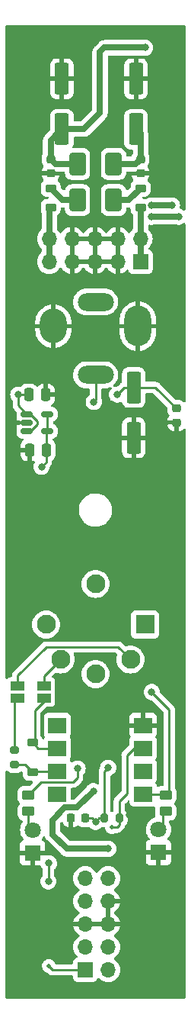
<source format=gbr>
%TF.GenerationSoftware,KiCad,Pcbnew,(7.0.0)*%
%TF.CreationDate,2023-04-30T16:43:56+02:00*%
%TF.ProjectId,midi-sync-module,6d696469-2d73-4796-9e63-2d6d6f64756c,rev?*%
%TF.SameCoordinates,Original*%
%TF.FileFunction,Copper,L2,Bot*%
%TF.FilePolarity,Positive*%
%FSLAX46Y46*%
G04 Gerber Fmt 4.6, Leading zero omitted, Abs format (unit mm)*
G04 Created by KiCad (PCBNEW (7.0.0)) date 2023-04-30 16:43:56*
%MOMM*%
%LPD*%
G01*
G04 APERTURE LIST*
G04 Aperture macros list*
%AMRoundRect*
0 Rectangle with rounded corners*
0 $1 Rounding radius*
0 $2 $3 $4 $5 $6 $7 $8 $9 X,Y pos of 4 corners*
0 Add a 4 corners polygon primitive as box body*
4,1,4,$2,$3,$4,$5,$6,$7,$8,$9,$2,$3,0*
0 Add four circle primitives for the rounded corners*
1,1,$1+$1,$2,$3*
1,1,$1+$1,$4,$5*
1,1,$1+$1,$6,$7*
1,1,$1+$1,$8,$9*
0 Add four rect primitives between the rounded corners*
20,1,$1+$1,$2,$3,$4,$5,0*
20,1,$1+$1,$4,$5,$6,$7,0*
20,1,$1+$1,$6,$7,$8,$9,0*
20,1,$1+$1,$8,$9,$2,$3,0*%
G04 Aperture macros list end*
%TA.AperFunction,ComponentPad*%
%ADD10R,2.100000X2.100000*%
%TD*%
%TA.AperFunction,ComponentPad*%
%ADD11C,2.100000*%
%TD*%
%TA.AperFunction,ComponentPad*%
%ADD12R,1.800000X1.800000*%
%TD*%
%TA.AperFunction,ComponentPad*%
%ADD13C,1.800000*%
%TD*%
%TA.AperFunction,ComponentPad*%
%ADD14O,3.000000X4.500000*%
%TD*%
%TA.AperFunction,ComponentPad*%
%ADD15O,3.000000X3.800000*%
%TD*%
%TA.AperFunction,ComponentPad*%
%ADD16O,4.000000X2.000000*%
%TD*%
%TA.AperFunction,SMDPad,CuDef*%
%ADD17RoundRect,0.218750X0.381250X-0.218750X0.381250X0.218750X-0.381250X0.218750X-0.381250X-0.218750X0*%
%TD*%
%TA.AperFunction,SMDPad,CuDef*%
%ADD18RoundRect,0.250000X-0.450000X0.262500X-0.450000X-0.262500X0.450000X-0.262500X0.450000X0.262500X0*%
%TD*%
%TA.AperFunction,SMDPad,CuDef*%
%ADD19RoundRect,0.225000X0.375000X-0.225000X0.375000X0.225000X-0.375000X0.225000X-0.375000X-0.225000X0*%
%TD*%
%TA.AperFunction,SMDPad,CuDef*%
%ADD20R,1.500000X1.000000*%
%TD*%
%TA.AperFunction,SMDPad,CuDef*%
%ADD21RoundRect,0.200000X0.275000X-0.200000X0.275000X0.200000X-0.275000X0.200000X-0.275000X-0.200000X0*%
%TD*%
%TA.AperFunction,SMDPad,CuDef*%
%ADD22RoundRect,0.150000X-0.512500X-0.150000X0.512500X-0.150000X0.512500X0.150000X-0.512500X0.150000X0*%
%TD*%
%TA.AperFunction,SMDPad,CuDef*%
%ADD23RoundRect,0.250000X-0.650000X1.000000X-0.650000X-1.000000X0.650000X-1.000000X0.650000X1.000000X0*%
%TD*%
%TA.AperFunction,SMDPad,CuDef*%
%ADD24RoundRect,0.200000X0.200000X0.275000X-0.200000X0.275000X-0.200000X-0.275000X0.200000X-0.275000X0*%
%TD*%
%TA.AperFunction,SMDPad,CuDef*%
%ADD25RoundRect,0.225000X0.225000X0.250000X-0.225000X0.250000X-0.225000X-0.250000X0.225000X-0.250000X0*%
%TD*%
%TA.AperFunction,SMDPad,CuDef*%
%ADD26RoundRect,0.250000X0.550000X-1.500000X0.550000X1.500000X-0.550000X1.500000X-0.550000X-1.500000X0*%
%TD*%
%TA.AperFunction,SMDPad,CuDef*%
%ADD27RoundRect,0.250000X0.250000X0.475000X-0.250000X0.475000X-0.250000X-0.475000X0.250000X-0.475000X0*%
%TD*%
%TA.AperFunction,SMDPad,CuDef*%
%ADD28RoundRect,0.250000X-0.250000X-0.475000X0.250000X-0.475000X0.250000X0.475000X-0.250000X0.475000X0*%
%TD*%
%TA.AperFunction,ComponentPad*%
%ADD29R,1.700000X1.700000*%
%TD*%
%TA.AperFunction,ComponentPad*%
%ADD30O,1.700000X1.700000*%
%TD*%
%TA.AperFunction,SMDPad,CuDef*%
%ADD31RoundRect,0.225000X-0.250000X0.225000X-0.250000X-0.225000X0.250000X-0.225000X0.250000X0.225000X0*%
%TD*%
%TA.AperFunction,SMDPad,CuDef*%
%ADD32RoundRect,0.250000X-0.550000X1.500000X-0.550000X-1.500000X0.550000X-1.500000X0.550000X1.500000X0*%
%TD*%
%TA.AperFunction,SMDPad,CuDef*%
%ADD33RoundRect,0.250000X0.650000X-1.000000X0.650000X1.000000X-0.650000X1.000000X-0.650000X-1.000000X0*%
%TD*%
%TA.AperFunction,SMDPad,CuDef*%
%ADD34R,2.000000X1.780000*%
%TD*%
%TA.AperFunction,ViaPad*%
%ADD35C,0.800000*%
%TD*%
%TA.AperFunction,ViaPad*%
%ADD36C,0.500000*%
%TD*%
%TA.AperFunction,Conductor*%
%ADD37C,0.700000*%
%TD*%
%TA.AperFunction,Conductor*%
%ADD38C,0.250000*%
%TD*%
G04 APERTURE END LIST*
D10*
%TO.P,J3,1*%
%TO.N,unconnected-(J3-Pad1)*%
X190499999Y-102499999D03*
D11*
%TO.P,J3,2*%
%TO.N,DIN5-2*%
X185000000Y-108000000D03*
%TO.P,J3,3*%
%TO.N,unconnected-(J3-Pad3)*%
X179500000Y-102500000D03*
%TO.P,J3,4*%
%TO.N,DIN5-4*%
X188890000Y-106390000D03*
%TO.P,J3,5*%
%TO.N,DIN5-5*%
X181110000Y-106390000D03*
%TO.P,J3,S*%
%TO.N,N/C*%
X185000000Y-98000000D03*
%TD*%
D12*
%TO.P,D4,1,K*%
%TO.N,GND*%
X177999999Y-127837499D03*
D13*
%TO.P,D4,2,A*%
%TO.N,Net-(D4-A)*%
X178000000Y-125297500D03*
%TD*%
D12*
%TO.P,D5,1,K*%
%TO.N,GND*%
X191999999Y-127799999D03*
D13*
%TO.P,D5,2,A*%
%TO.N,Net-(D5-A)*%
X192000000Y-125260000D03*
%TD*%
D14*
%TO.P,J1,S*%
%TO.N,GND*%
X189699999Y-69399999D03*
D15*
X180299999Y-69399999D03*
D16*
%TO.P,J1,T*%
%TO.N,Net-(J1-PadT)*%
X184999999Y-74799999D03*
%TO.P,J1,TN*%
%TO.N,unconnected-(J1-PadTN)*%
X184999999Y-66699999D03*
%TD*%
D17*
%TO.P,FB2,1*%
%TO.N,/-12V_euro*%
X190000000Y-56212500D03*
%TO.P,FB2,2*%
%TO.N,Net-(D2-K)*%
X190000000Y-54087500D03*
%TD*%
D18*
%TO.P,R9,1*%
%TO.N,+5V*%
X177500000Y-121425000D03*
%TO.P,R9,2*%
%TO.N,Net-(D4-A)*%
X177500000Y-123250000D03*
%TD*%
D19*
%TO.P,D3,1,K*%
%TO.N,Net-(D3-K)*%
X178000000Y-118900000D03*
%TO.P,D3,2,A*%
%TO.N,Net-(D3-A)*%
X178000000Y-115600000D03*
%TD*%
D20*
%TO.P,JP1,1,A*%
%TO.N,DIN5-4*%
X176349999Y-109349999D03*
%TO.P,JP1,2,B*%
%TO.N,Net-(JP1-B)*%
X176349999Y-110649999D03*
%TD*%
D21*
%TO.P,R5,1*%
%TO.N,Net-(D3-K)*%
X176000000Y-118075000D03*
%TO.P,R5,2*%
%TO.N,Net-(JP1-B)*%
X176000000Y-116425000D03*
%TD*%
D22*
%TO.P,U3,1,VIN*%
%TO.N,+5V*%
X177362500Y-81062500D03*
%TO.P,U3,2,GND*%
%TO.N,GND*%
X177362500Y-80112500D03*
%TO.P,U3,3,EN*%
%TO.N,+5V*%
X177362500Y-79162500D03*
%TO.P,U3,4,SENSE/ADJ*%
%TO.N,+3V3*%
X179637500Y-79162500D03*
%TO.P,U3,5,VOUT*%
X179637500Y-81062500D03*
%TD*%
D23*
%TO.P,D1,1,K*%
%TO.N,+12V*%
X183000000Y-51400000D03*
%TO.P,D1,2,A*%
%TO.N,Net-(D1-A)*%
X183000000Y-55400000D03*
%TD*%
D24*
%TO.P,R8,1*%
%TO.N,midi_in*%
X187650000Y-124000000D03*
%TO.P,R8,2*%
%TO.N,+3V3*%
X186000000Y-124000000D03*
%TD*%
D25*
%TO.P,C7,1*%
%TO.N,+3V3*%
X183825000Y-124000000D03*
%TO.P,C7,2*%
%TO.N,GND*%
X182275000Y-124000000D03*
%TD*%
D26*
%TO.P,C4,1*%
%TO.N,-12V*%
X189500000Y-47550000D03*
%TO.P,C4,2*%
%TO.N,GND*%
X189500000Y-41950000D03*
%TD*%
D27*
%TO.P,C9,1*%
%TO.N,+3V3*%
X179537500Y-83162500D03*
%TO.P,C9,2*%
%TO.N,GND*%
X177637500Y-83162500D03*
%TD*%
D28*
%TO.P,C8,1*%
%TO.N,+5V*%
X177550000Y-77000000D03*
%TO.P,C8,2*%
%TO.N,GND*%
X179450000Y-77000000D03*
%TD*%
D29*
%TO.P,J2,1,Pin_1*%
%TO.N,/-12V_euro*%
X189999999Y-62249999D03*
D30*
%TO.P,J2,2,Pin_2*%
X189999999Y-59709999D03*
%TO.P,J2,3,Pin_3*%
%TO.N,GND*%
X187459999Y-62249999D03*
%TO.P,J2,4,Pin_4*%
X187459999Y-59709999D03*
%TO.P,J2,5,Pin_5*%
X184919999Y-62249999D03*
%TO.P,J2,6,Pin_6*%
X184919999Y-59709999D03*
%TO.P,J2,7,Pin_7*%
X182379999Y-62249999D03*
%TO.P,J2,8,Pin_8*%
X182379999Y-59709999D03*
%TO.P,J2,9,Pin_9*%
%TO.N,/+12V_euro*%
X179839999Y-62249999D03*
%TO.P,J2,10,Pin_10*%
X179839999Y-59709999D03*
%TD*%
D20*
%TO.P,JP2,1,A*%
%TO.N,DIN5-5*%
X179249999Y-109349999D03*
%TO.P,JP2,2,B*%
%TO.N,Net-(D3-A)*%
X179249999Y-110649999D03*
%TD*%
D31*
%TO.P,C1,1*%
%TO.N,+12V*%
X180000000Y-50875000D03*
%TO.P,C1,2*%
%TO.N,GND*%
X180000000Y-52425000D03*
%TD*%
D29*
%TO.P,J5,1,Pin_1*%
%TO.N,+5V*%
X183859999Y-140824999D03*
D30*
%TO.P,J5,2,Pin_2*%
%TO.N,+3V3*%
X186399999Y-140824999D03*
%TO.P,J5,3,Pin_3*%
%TO.N,+12V*%
X183859999Y-138284999D03*
%TO.P,J5,4,Pin_4*%
%TO.N,-12V*%
X186399999Y-138284999D03*
%TO.P,J5,5,Pin_5*%
%TO.N,GND*%
X183859999Y-135744999D03*
%TO.P,J5,6,Pin_6*%
X186399999Y-135744999D03*
%TO.P,J5,7,Pin_7*%
%TO.N,midi_out*%
X183859999Y-133204999D03*
%TO.P,J5,8,Pin_8*%
%TO.N,GND*%
X186399999Y-133204999D03*
%TO.P,J5,9,Pin_9*%
%TO.N,gate_in*%
X183859999Y-130664999D03*
%TO.P,J5,10,Pin_10*%
%TO.N,midi_in*%
X186399999Y-130664999D03*
%TD*%
D32*
%TO.P,C6,1*%
%TO.N,+5V*%
X189250000Y-76200000D03*
%TO.P,C6,2*%
%TO.N,GND*%
X189250000Y-81800000D03*
%TD*%
D31*
%TO.P,C2,1*%
%TO.N,-12V*%
X190000000Y-50875000D03*
%TO.P,C2,2*%
%TO.N,GND*%
X190000000Y-52425000D03*
%TD*%
D17*
%TO.P,FB1,1*%
%TO.N,/+12V_euro*%
X180000000Y-56212500D03*
%TO.P,FB1,2*%
%TO.N,Net-(D1-A)*%
X180000000Y-54087500D03*
%TD*%
D31*
%TO.P,C5,1*%
%TO.N,+5V*%
X194000000Y-78525000D03*
%TO.P,C5,2*%
%TO.N,GND*%
X194000000Y-80075000D03*
%TD*%
D26*
%TO.P,C3,1*%
%TO.N,+12V*%
X181250000Y-47550000D03*
%TO.P,C3,2*%
%TO.N,GND*%
X181250000Y-41950000D03*
%TD*%
D33*
%TO.P,D2,1,K*%
%TO.N,Net-(D2-K)*%
X187000000Y-55400000D03*
%TO.P,D2,2,A*%
%TO.N,-12V*%
X187000000Y-51400000D03*
%TD*%
D34*
%TO.P,U2,1,NC*%
%TO.N,unconnected-(U2-NC-Pad1)*%
X180749999Y-121309999D03*
%TO.P,U2,2,A*%
%TO.N,Net-(D3-K)*%
X180749999Y-118769999D03*
%TO.P,U2,3,C*%
%TO.N,Net-(D3-A)*%
X180749999Y-116229999D03*
%TO.P,U2,4*%
%TO.N,N/C*%
X180749999Y-113689999D03*
%TO.P,U2,5,GND*%
%TO.N,GND*%
X190279999Y-113689999D03*
%TO.P,U2,6,VO*%
%TO.N,midi_in*%
X190279999Y-116229999D03*
%TO.P,U2,7,EN*%
%TO.N,unconnected-(U2-EN-Pad7)*%
X190279999Y-118769999D03*
%TO.P,U2,8,VCC*%
%TO.N,+3V3*%
X190279999Y-121309999D03*
%TD*%
D18*
%TO.P,R10,1*%
%TO.N,+3V3*%
X192800000Y-121425000D03*
%TO.P,R10,2*%
%TO.N,Net-(D5-A)*%
X192800000Y-123250000D03*
%TD*%
D35*
%TO.N,+12V*%
X191200000Y-57250000D03*
X190500000Y-38500000D03*
X183000000Y-51400000D03*
X194250000Y-57250000D03*
%TO.N,GND*%
X184000000Y-113000000D03*
X188800000Y-126000000D03*
X179000000Y-38250000D03*
X193075000Y-49500000D03*
X190000000Y-86500000D03*
X188800000Y-123600000D03*
X186250000Y-82750000D03*
%TO.N,+3V3*%
X186400000Y-118400000D03*
X185000000Y-124400000D03*
X191250000Y-110000000D03*
X179000000Y-85000000D03*
%TO.N,-12V*%
X186400000Y-127400000D03*
X191200000Y-56000000D03*
X193500000Y-56000000D03*
X187000000Y-51400000D03*
X184750000Y-121000000D03*
%TO.N,+5V*%
X176400000Y-77000000D03*
D36*
X179800000Y-140400000D03*
D35*
X187400000Y-77000000D03*
X179750000Y-131000000D03*
X177600000Y-121400000D03*
X183000000Y-118500000D03*
X179800000Y-129000000D03*
D36*
%TO.N,midi_in*%
X186800000Y-125000000D03*
D35*
%TO.N,Net-(J1-PadT)*%
X184800000Y-77800000D03*
%TD*%
D37*
%TO.N,+12V*%
X186000000Y-38500000D02*
X190500000Y-38500000D01*
X183700000Y-47550000D02*
X185500000Y-45750000D01*
X183000000Y-51400000D02*
X180525000Y-51400000D01*
X180000000Y-48800000D02*
X181250000Y-47550000D01*
X191200000Y-57250000D02*
X194250000Y-57250000D01*
X185500000Y-39000000D02*
X186000000Y-38500000D01*
X181250000Y-47550000D02*
X183700000Y-47550000D01*
X185500000Y-45750000D02*
X185500000Y-39000000D01*
X180525000Y-51400000D02*
X180000000Y-50875000D01*
X180000000Y-50875000D02*
X180000000Y-48800000D01*
D38*
%TO.N,+3V3*%
X193200000Y-111950000D02*
X191250000Y-110000000D01*
X184600000Y-124000000D02*
X185000000Y-124400000D01*
X193200000Y-121025000D02*
X193200000Y-111950000D01*
X179637500Y-79162500D02*
X179637500Y-81062500D01*
X179537500Y-83162500D02*
X179537500Y-84462500D01*
X179537500Y-81162500D02*
X179637500Y-81062500D01*
X190280000Y-121310000D02*
X192685000Y-121310000D01*
X183825000Y-124000000D02*
X184600000Y-124000000D01*
X186000000Y-124000000D02*
X185400000Y-124000000D01*
X186000000Y-124000000D02*
X186000000Y-118800000D01*
X179537500Y-84462500D02*
X179000000Y-85000000D01*
X192800000Y-121425000D02*
X193200000Y-121025000D01*
X185400000Y-124000000D02*
X185000000Y-124400000D01*
X186000000Y-118800000D02*
X186400000Y-118400000D01*
X190395000Y-121425000D02*
X190280000Y-121310000D01*
X191250000Y-110000000D02*
X191500000Y-110000000D01*
X179537500Y-83162500D02*
X179537500Y-81162500D01*
X192825000Y-121425000D02*
X192500000Y-121425000D01*
X192685000Y-121310000D02*
X192800000Y-121425000D01*
X192800000Y-121425000D02*
X192825000Y-121425000D01*
X192349695Y-121425000D02*
X192800000Y-121425000D01*
D37*
%TO.N,-12V*%
X191200000Y-56000000D02*
X193500000Y-56000000D01*
X181600000Y-122800000D02*
X182950000Y-122800000D01*
X186400000Y-127400000D02*
X181800000Y-127400000D01*
X187000000Y-51400000D02*
X189475000Y-51400000D01*
X180200000Y-124200000D02*
X181600000Y-122800000D01*
X181800000Y-127400000D02*
X180200000Y-125800000D01*
X180200000Y-125800000D02*
X180200000Y-124200000D01*
X182950000Y-122800000D02*
X184750000Y-121000000D01*
X190000000Y-50875000D02*
X190000000Y-48050000D01*
D38*
X190000000Y-48050000D02*
X189500000Y-47550000D01*
D37*
X189475000Y-51400000D02*
X190000000Y-50875000D01*
D38*
%TO.N,+5V*%
X183000000Y-119500000D02*
X183000000Y-118500000D01*
X178940000Y-119985000D02*
X182515000Y-119985000D01*
X189250000Y-76200000D02*
X191675000Y-76200000D01*
X179800000Y-129000000D02*
X179750000Y-129050000D01*
X179750000Y-129050000D02*
X179750000Y-131000000D01*
X176400000Y-77000000D02*
X176400000Y-78200000D01*
X176400000Y-78200000D02*
X177362500Y-79162500D01*
X179800000Y-140400000D02*
X180225000Y-140825000D01*
X182515000Y-119985000D02*
X183000000Y-119500000D01*
X178500000Y-80309251D02*
X177746751Y-81062500D01*
X178500000Y-79915749D02*
X178500000Y-80309251D01*
X177746751Y-79162500D02*
X178500000Y-79915749D01*
X176400000Y-77000000D02*
X177550000Y-77000000D01*
X177362500Y-79162500D02*
X177746751Y-79162500D01*
X180225000Y-140825000D02*
X183860000Y-140825000D01*
X188200000Y-76200000D02*
X189250000Y-76200000D01*
X191675000Y-76200000D02*
X194000000Y-78525000D01*
X177500000Y-121425000D02*
X178940000Y-119985000D01*
X187400000Y-77000000D02*
X188200000Y-76200000D01*
X177746751Y-81062500D02*
X177362500Y-81062500D01*
D37*
%TO.N,Net-(D1-A)*%
X180000000Y-54087500D02*
X181312500Y-55400000D01*
X181312500Y-55400000D02*
X183000000Y-55400000D01*
%TO.N,Net-(D2-K)*%
X188687500Y-55400000D02*
X187000000Y-55400000D01*
X190000000Y-54087500D02*
X188687500Y-55400000D01*
D38*
%TO.N,Net-(D3-K)*%
X178000000Y-118900000D02*
X178130000Y-118770000D01*
X178130000Y-118770000D02*
X180750000Y-118770000D01*
X177175000Y-118075000D02*
X178000000Y-118900000D01*
X176000000Y-118075000D02*
X177175000Y-118075000D01*
%TO.N,Net-(D3-A)*%
X178000000Y-115600000D02*
X178630000Y-116230000D01*
X178250000Y-112000000D02*
X178250000Y-115350000D01*
X179250000Y-111000000D02*
X178250000Y-112000000D01*
X178630000Y-116230000D02*
X180750000Y-116230000D01*
X179250000Y-110650000D02*
X179250000Y-111000000D01*
X178250000Y-115350000D02*
X178000000Y-115600000D01*
D37*
%TO.N,/+12V_euro*%
X179840000Y-59710000D02*
X179840000Y-62250000D01*
D38*
X179840000Y-56372500D02*
X180000000Y-56212500D01*
D37*
X179840000Y-59710000D02*
X179840000Y-56372500D01*
%TO.N,/-12V_euro*%
X190000000Y-59710000D02*
X190000000Y-62250000D01*
X190000000Y-59710000D02*
X190000000Y-56212500D01*
D38*
%TO.N,Net-(JP1-B)*%
X176000000Y-111000000D02*
X176350000Y-110650000D01*
X176000000Y-116425000D02*
X176000000Y-111000000D01*
%TO.N,DIN5-4*%
X176350000Y-109350000D02*
X176350000Y-108150000D01*
X187500000Y-105000000D02*
X188890000Y-106390000D01*
X179500000Y-105000000D02*
X187500000Y-105000000D01*
X176350000Y-108150000D02*
X179500000Y-105000000D01*
%TO.N,DIN5-5*%
X179250000Y-108250000D02*
X181110000Y-106390000D01*
X179250000Y-109350000D02*
X179250000Y-108250000D01*
%TO.N,midi_in*%
X187400000Y-125000000D02*
X187650000Y-124750000D01*
X187650000Y-124000000D02*
X187650000Y-122100000D01*
X188500000Y-117000000D02*
X189270000Y-116230000D01*
X189270000Y-116230000D02*
X190280000Y-116230000D01*
X186800000Y-125000000D02*
X187400000Y-125000000D01*
X187650000Y-124750000D02*
X187650000Y-124000000D01*
X187650000Y-122100000D02*
X188500000Y-121250000D01*
X188500000Y-121250000D02*
X188500000Y-117000000D01*
%TO.N,Net-(J1-PadT)*%
X185000000Y-77600000D02*
X184800000Y-77800000D01*
X185000000Y-74800000D02*
X185000000Y-77600000D01*
%TO.N,Net-(D4-A)*%
X177500000Y-123250000D02*
X177500000Y-125297500D01*
%TO.N,Net-(D5-A)*%
X192500000Y-123250000D02*
X192500000Y-125297500D01*
%TD*%
%TA.AperFunction,Conductor*%
%TO.N,GND*%
G36*
X194937500Y-36017113D02*
G01*
X194982887Y-36062500D01*
X194999500Y-36124500D01*
X194999500Y-56438101D01*
X194981227Y-56502891D01*
X194931795Y-56548586D01*
X194865771Y-56561719D01*
X194802615Y-56538419D01*
X194707988Y-56469669D01*
X194707987Y-56469668D01*
X194702730Y-56465849D01*
X194674188Y-56453141D01*
X194535745Y-56391501D01*
X194535740Y-56391499D01*
X194529803Y-56388856D01*
X194523444Y-56387504D01*
X194523440Y-56387503D01*
X194468723Y-56375873D01*
X194408366Y-56343780D01*
X194374187Y-56284580D01*
X194376574Y-56216262D01*
X194385674Y-56188256D01*
X194405460Y-56000000D01*
X194385674Y-55811744D01*
X194327179Y-55631716D01*
X194232533Y-55467784D01*
X194199258Y-55430829D01*
X194110220Y-55331942D01*
X194110219Y-55331941D01*
X194105871Y-55327112D01*
X194100613Y-55323292D01*
X194100611Y-55323290D01*
X193957988Y-55219669D01*
X193957987Y-55219668D01*
X193952730Y-55215849D01*
X193946792Y-55213205D01*
X193785745Y-55141501D01*
X193785740Y-55141499D01*
X193779803Y-55138856D01*
X193773444Y-55137504D01*
X193773440Y-55137503D01*
X193601008Y-55100852D01*
X193601005Y-55100851D01*
X193594646Y-55099500D01*
X193405354Y-55099500D01*
X193398995Y-55100851D01*
X193398991Y-55100852D01*
X193226557Y-55137503D01*
X193226546Y-55137506D01*
X193220197Y-55138856D01*
X193214261Y-55141498D01*
X193208312Y-55143432D01*
X193169996Y-55149500D01*
X191530004Y-55149500D01*
X191491688Y-55143432D01*
X191485739Y-55141498D01*
X191479803Y-55138856D01*
X191473450Y-55137505D01*
X191473442Y-55137503D01*
X191301008Y-55100852D01*
X191301005Y-55100851D01*
X191294646Y-55099500D01*
X191105354Y-55099500D01*
X191098995Y-55100851D01*
X191098991Y-55100852D01*
X190926559Y-55137503D01*
X190926552Y-55137505D01*
X190920197Y-55138856D01*
X190914262Y-55141498D01*
X190914254Y-55141501D01*
X190753208Y-55213205D01*
X190747270Y-55215849D01*
X190742017Y-55219664D01*
X190742009Y-55219670D01*
X190665016Y-55275608D01*
X190611173Y-55297818D01*
X190553128Y-55292995D01*
X190534113Y-55286694D01*
X190534112Y-55286693D01*
X190527685Y-55284564D01*
X190520952Y-55283876D01*
X190520947Y-55283875D01*
X190432305Y-55274819D01*
X190432288Y-55274818D01*
X190429174Y-55274500D01*
X190426025Y-55274500D01*
X190315151Y-55274500D01*
X190258856Y-55260985D01*
X190214833Y-55223385D01*
X190192678Y-55169898D01*
X190197220Y-55112182D01*
X190227470Y-55062819D01*
X190228470Y-55061819D01*
X190268698Y-55034939D01*
X190316151Y-55025500D01*
X190426025Y-55025500D01*
X190429174Y-55025500D01*
X190527685Y-55015436D01*
X190687287Y-54962549D01*
X190830391Y-54874281D01*
X190949281Y-54755391D01*
X191037549Y-54612287D01*
X191090436Y-54452685D01*
X191100500Y-54354174D01*
X191100500Y-53820826D01*
X191090436Y-53722315D01*
X191037549Y-53562713D01*
X190949281Y-53419609D01*
X190830391Y-53300719D01*
X190824251Y-53296931D01*
X190824159Y-53296859D01*
X190784142Y-53240868D01*
X190780144Y-53172164D01*
X190813396Y-53111909D01*
X190817466Y-53107838D01*
X190826364Y-53096584D01*
X190907753Y-52964633D01*
X190913819Y-52951625D01*
X190962727Y-52804030D01*
X190965543Y-52790874D01*
X190974680Y-52701444D01*
X190975000Y-52695168D01*
X190975000Y-52691326D01*
X190971549Y-52678450D01*
X190958674Y-52675000D01*
X189041327Y-52675000D01*
X189028451Y-52678450D01*
X189025001Y-52691326D01*
X189025001Y-52695165D01*
X189025321Y-52701447D01*
X189034455Y-52790867D01*
X189037274Y-52804036D01*
X189086180Y-52951625D01*
X189092246Y-52964633D01*
X189173632Y-53096580D01*
X189182537Y-53107842D01*
X189186609Y-53111914D01*
X189219857Y-53172168D01*
X189215857Y-53240870D01*
X189175841Y-53296859D01*
X189175748Y-53296931D01*
X189169609Y-53300719D01*
X189164508Y-53305819D01*
X189164504Y-53305823D01*
X189055829Y-53414498D01*
X189055825Y-53414502D01*
X189050719Y-53419609D01*
X189046928Y-53425754D01*
X189046924Y-53425760D01*
X188966243Y-53556564D01*
X188966240Y-53556569D01*
X188962451Y-53562713D01*
X188960180Y-53569564D01*
X188960179Y-53569568D01*
X188929507Y-53662130D01*
X188909564Y-53722315D01*
X188908876Y-53729045D01*
X188908875Y-53729052D01*
X188899819Y-53817694D01*
X188899818Y-53817712D01*
X188899500Y-53820826D01*
X188899500Y-53823975D01*
X188899500Y-53933850D01*
X188890061Y-53981303D01*
X188863183Y-54021528D01*
X188665219Y-54219491D01*
X188593754Y-54290957D01*
X188539905Y-54322570D01*
X188477477Y-54323933D01*
X188422300Y-54294697D01*
X188388367Y-54242279D01*
X188387868Y-54240774D01*
X188334814Y-54080666D01*
X188242712Y-53931344D01*
X188118656Y-53807288D01*
X188112515Y-53803500D01*
X188112511Y-53803497D01*
X187975480Y-53718977D01*
X187969334Y-53715186D01*
X187802797Y-53660001D01*
X187796064Y-53659313D01*
X187796059Y-53659312D01*
X187703140Y-53649819D01*
X187703123Y-53649818D01*
X187700009Y-53649500D01*
X187696860Y-53649500D01*
X186303140Y-53649500D01*
X186303120Y-53649500D01*
X186299992Y-53649501D01*
X186296860Y-53649820D01*
X186296858Y-53649821D01*
X186203938Y-53659312D01*
X186203928Y-53659313D01*
X186197203Y-53660001D01*
X186190781Y-53662128D01*
X186190776Y-53662130D01*
X186037521Y-53712914D01*
X186037517Y-53712915D01*
X186030666Y-53715186D01*
X186024522Y-53718975D01*
X186024519Y-53718977D01*
X185887488Y-53803497D01*
X185887480Y-53803503D01*
X185881344Y-53807288D01*
X185876242Y-53812389D01*
X185876238Y-53812393D01*
X185762393Y-53926238D01*
X185762389Y-53926242D01*
X185757288Y-53931344D01*
X185753503Y-53937480D01*
X185753497Y-53937488D01*
X185668977Y-54074519D01*
X185665186Y-54080666D01*
X185662915Y-54087517D01*
X185662915Y-54087520D01*
X185610001Y-54247203D01*
X185609313Y-54253933D01*
X185609312Y-54253940D01*
X185599819Y-54346859D01*
X185599818Y-54346877D01*
X185599500Y-54349991D01*
X185599500Y-54353138D01*
X185599500Y-54353139D01*
X185599500Y-56446859D01*
X185599500Y-56446878D01*
X185599501Y-56450008D01*
X185599820Y-56453140D01*
X185599821Y-56453141D01*
X185609312Y-56546061D01*
X185609313Y-56546069D01*
X185610001Y-56552797D01*
X185665186Y-56719334D01*
X185668977Y-56725480D01*
X185753497Y-56862511D01*
X185753500Y-56862515D01*
X185757288Y-56868656D01*
X185881344Y-56992712D01*
X185887485Y-56996500D01*
X185887488Y-56996502D01*
X185891994Y-56999281D01*
X186030666Y-57084814D01*
X186197203Y-57139999D01*
X186299991Y-57150500D01*
X187700008Y-57150499D01*
X187802797Y-57139999D01*
X187969334Y-57084814D01*
X188118656Y-56992712D01*
X188242712Y-56868656D01*
X188334814Y-56719334D01*
X188389999Y-56552797D01*
X188400500Y-56450009D01*
X188400500Y-56374500D01*
X188417113Y-56312500D01*
X188462500Y-56267113D01*
X188524500Y-56250500D01*
X188647894Y-56250500D01*
X188657957Y-56250908D01*
X188710667Y-56255201D01*
X188758759Y-56248648D01*
X188827565Y-56258973D01*
X188879980Y-56304730D01*
X188899500Y-56371513D01*
X188899500Y-56479174D01*
X188899818Y-56482288D01*
X188899819Y-56482305D01*
X188908875Y-56570947D01*
X188908876Y-56570952D01*
X188909564Y-56577685D01*
X188911693Y-56584112D01*
X188911694Y-56584113D01*
X188958538Y-56725480D01*
X188962451Y-56737287D01*
X188966242Y-56743433D01*
X188966243Y-56743435D01*
X189046629Y-56873761D01*
X189050719Y-56880391D01*
X189055828Y-56885500D01*
X189055829Y-56885501D01*
X189113181Y-56942853D01*
X189140061Y-56983081D01*
X189149500Y-57030534D01*
X189149500Y-58599242D01*
X189140061Y-58646695D01*
X189113181Y-58686923D01*
X188965334Y-58834769D01*
X188965328Y-58834775D01*
X188961505Y-58838599D01*
X188958403Y-58843028D01*
X188958403Y-58843029D01*
X188831269Y-59024596D01*
X188786951Y-59063461D01*
X188729694Y-59077472D01*
X188672437Y-59063461D01*
X188628119Y-59024595D01*
X188501215Y-58843357D01*
X188494280Y-58835092D01*
X188334909Y-58675721D01*
X188326643Y-58668784D01*
X188142008Y-58539501D01*
X188132676Y-58534113D01*
X187928397Y-58438856D01*
X187918263Y-58435168D01*
X187723780Y-58383056D01*
X187712551Y-58382688D01*
X187710000Y-58393631D01*
X187710000Y-63566369D01*
X187712551Y-63577311D01*
X187723780Y-63576943D01*
X187918263Y-63524831D01*
X187928397Y-63521143D01*
X188132676Y-63425886D01*
X188142008Y-63420498D01*
X188326643Y-63291215D01*
X188334902Y-63284284D01*
X188453133Y-63166053D01*
X188505880Y-63134757D01*
X188567173Y-63132568D01*
X188622018Y-63160021D01*
X188656997Y-63210401D01*
X188706204Y-63342331D01*
X188711518Y-63349430D01*
X188711519Y-63349431D01*
X188767367Y-63424035D01*
X188792454Y-63457546D01*
X188907669Y-63543796D01*
X189042517Y-63594091D01*
X189102127Y-63600500D01*
X190897872Y-63600499D01*
X190957483Y-63594091D01*
X191092331Y-63543796D01*
X191207546Y-63457546D01*
X191293796Y-63342331D01*
X191344091Y-63207483D01*
X191350500Y-63147873D01*
X191350499Y-61352128D01*
X191344091Y-61292517D01*
X191293796Y-61157669D01*
X191207546Y-61042454D01*
X191092331Y-60956204D01*
X191022359Y-60930106D01*
X190960916Y-60907189D01*
X190910537Y-60872210D01*
X190883084Y-60817365D01*
X190885273Y-60756072D01*
X190916566Y-60703329D01*
X191038495Y-60581401D01*
X191174035Y-60387830D01*
X191273903Y-60173663D01*
X191335063Y-59945408D01*
X191355659Y-59710000D01*
X191335063Y-59474592D01*
X191273903Y-59246337D01*
X191174035Y-59032171D01*
X191038495Y-58838599D01*
X190886819Y-58686922D01*
X190859939Y-58646695D01*
X190850500Y-58599242D01*
X190850500Y-58249456D01*
X190862579Y-58196073D01*
X190896464Y-58153090D01*
X190945553Y-58128882D01*
X191000279Y-58128166D01*
X191105354Y-58150500D01*
X191288143Y-58150500D01*
X191294646Y-58150500D01*
X191479803Y-58111144D01*
X191485741Y-58108499D01*
X191491688Y-58106568D01*
X191530004Y-58100500D01*
X193919996Y-58100500D01*
X193958312Y-58106568D01*
X193964258Y-58108500D01*
X193970197Y-58111144D01*
X193976555Y-58112495D01*
X193976557Y-58112496D01*
X194015861Y-58120850D01*
X194155354Y-58150500D01*
X194338143Y-58150500D01*
X194344646Y-58150500D01*
X194529803Y-58111144D01*
X194702730Y-58034151D01*
X194772074Y-57983769D01*
X194802615Y-57961581D01*
X194865771Y-57938281D01*
X194931795Y-57951414D01*
X194981227Y-57997109D01*
X194999500Y-58061899D01*
X194999500Y-77724126D01*
X194985985Y-77780421D01*
X194948385Y-77824444D01*
X194894898Y-77846599D01*
X194837182Y-77842057D01*
X194787819Y-77811807D01*
X194708154Y-77732142D01*
X194708154Y-77732141D01*
X194703044Y-77727032D01*
X194696894Y-77723238D01*
X194696892Y-77723237D01*
X194564845Y-77641789D01*
X194564843Y-77641788D01*
X194558697Y-77637997D01*
X194551842Y-77635725D01*
X194551841Y-77635725D01*
X194404136Y-77586781D01*
X194404135Y-77586780D01*
X194397708Y-77584651D01*
X194390975Y-77583963D01*
X194390970Y-77583962D01*
X194301476Y-77574819D01*
X194301459Y-77574818D01*
X194298345Y-77574500D01*
X194295196Y-77574500D01*
X193985452Y-77574500D01*
X193937999Y-77565061D01*
X193897771Y-77538181D01*
X192172286Y-75812695D01*
X192164842Y-75804514D01*
X192160786Y-75798123D01*
X192111775Y-75752098D01*
X192108978Y-75749387D01*
X192092227Y-75732636D01*
X192089471Y-75729880D01*
X192086290Y-75727412D01*
X192077414Y-75719830D01*
X192051269Y-75695278D01*
X192051267Y-75695276D01*
X192045582Y-75689938D01*
X192038749Y-75686182D01*
X192038743Y-75686177D01*
X192028025Y-75680285D01*
X192011766Y-75669606D01*
X192002095Y-75662104D01*
X192002092Y-75662102D01*
X191995936Y-75657327D01*
X191988779Y-75654229D01*
X191988776Y-75654228D01*
X191955849Y-75639978D01*
X191945363Y-75634841D01*
X191913932Y-75617562D01*
X191913923Y-75617558D01*
X191907092Y-75613803D01*
X191899535Y-75611862D01*
X191899531Y-75611861D01*
X191887688Y-75608820D01*
X191869284Y-75602519D01*
X191858057Y-75597660D01*
X191858050Y-75597658D01*
X191850896Y-75594562D01*
X191843192Y-75593341D01*
X191843190Y-75593341D01*
X191807759Y-75587729D01*
X191796324Y-75585361D01*
X191761571Y-75576438D01*
X191761563Y-75576437D01*
X191754019Y-75574500D01*
X191746223Y-75574500D01*
X191733983Y-75574500D01*
X191714597Y-75572974D01*
X191694804Y-75569840D01*
X191687038Y-75570574D01*
X191687035Y-75570574D01*
X191651324Y-75573950D01*
X191639655Y-75574500D01*
X190674499Y-75574500D01*
X190612499Y-75557887D01*
X190567112Y-75512500D01*
X190550499Y-75450500D01*
X190550499Y-74653141D01*
X190550499Y-74653140D01*
X190550499Y-74649992D01*
X190539999Y-74547203D01*
X190484814Y-74380666D01*
X190392712Y-74231344D01*
X190268656Y-74107288D01*
X190262515Y-74103500D01*
X190262511Y-74103497D01*
X190125480Y-74018977D01*
X190119334Y-74015186D01*
X190002560Y-73976491D01*
X189959225Y-73962131D01*
X189959224Y-73962130D01*
X189952797Y-73960001D01*
X189946064Y-73959313D01*
X189946059Y-73959312D01*
X189853140Y-73949819D01*
X189853123Y-73949818D01*
X189850009Y-73949500D01*
X189846860Y-73949500D01*
X188653140Y-73949500D01*
X188653120Y-73949500D01*
X188649992Y-73949501D01*
X188646860Y-73949820D01*
X188646858Y-73949821D01*
X188553938Y-73959312D01*
X188553928Y-73959313D01*
X188547203Y-73960001D01*
X188540781Y-73962128D01*
X188540776Y-73962130D01*
X188387521Y-74012914D01*
X188387517Y-74012915D01*
X188380666Y-74015186D01*
X188374522Y-74018975D01*
X188374519Y-74018977D01*
X188237488Y-74103497D01*
X188237480Y-74103503D01*
X188231344Y-74107288D01*
X188226242Y-74112389D01*
X188226238Y-74112393D01*
X188112393Y-74226238D01*
X188112389Y-74226242D01*
X188107288Y-74231344D01*
X188103503Y-74237480D01*
X188103497Y-74237488D01*
X188018977Y-74374519D01*
X188015186Y-74380666D01*
X188012915Y-74387517D01*
X188012914Y-74387521D01*
X187962131Y-74540774D01*
X187960001Y-74547203D01*
X187959313Y-74553933D01*
X187959312Y-74553940D01*
X187949819Y-74646859D01*
X187949818Y-74646877D01*
X187949500Y-74649991D01*
X187949500Y-74653140D01*
X187949500Y-75546032D01*
X187932229Y-75609159D01*
X187894768Y-75645454D01*
X187896266Y-75647515D01*
X187860932Y-75673185D01*
X187851174Y-75679595D01*
X187820296Y-75697857D01*
X187820290Y-75697861D01*
X187813580Y-75701830D01*
X187808067Y-75707341D01*
X187808060Y-75707348D01*
X187799410Y-75715998D01*
X187784627Y-75728624D01*
X187774726Y-75735817D01*
X187774716Y-75735826D01*
X187768413Y-75740406D01*
X187763444Y-75746411D01*
X187763441Y-75746415D01*
X187740572Y-75774059D01*
X187732711Y-75782697D01*
X187452226Y-76063183D01*
X187412001Y-76090061D01*
X187364548Y-76099500D01*
X187305354Y-76099500D01*
X187298995Y-76100851D01*
X187298991Y-76100852D01*
X187126559Y-76137503D01*
X187126552Y-76137505D01*
X187120197Y-76138856D01*
X187114256Y-76141500D01*
X187108080Y-76143508D01*
X187107622Y-76142100D01*
X187047006Y-76150468D01*
X186984244Y-76121980D01*
X186946388Y-76064381D01*
X186945136Y-75995467D01*
X186980873Y-75936531D01*
X187107738Y-75819744D01*
X187260474Y-75623509D01*
X187378828Y-75404810D01*
X187459571Y-75169614D01*
X187500500Y-74924335D01*
X187500500Y-74675665D01*
X187459571Y-74430386D01*
X187378828Y-74195190D01*
X187260474Y-73976491D01*
X187107738Y-73780256D01*
X187103970Y-73776787D01*
X187103967Y-73776784D01*
X186928560Y-73615311D01*
X186928559Y-73615310D01*
X186924785Y-73611836D01*
X186916885Y-73606675D01*
X186720900Y-73478631D01*
X186720893Y-73478627D01*
X186716607Y-73475827D01*
X186711916Y-73473769D01*
X186711910Y-73473766D01*
X186493577Y-73377997D01*
X186493578Y-73377997D01*
X186488881Y-73375937D01*
X186483911Y-73374678D01*
X186483910Y-73374678D01*
X186252795Y-73316151D01*
X186252788Y-73316149D01*
X186247821Y-73314892D01*
X186242709Y-73314468D01*
X186242701Y-73314467D01*
X186064633Y-73299712D01*
X186064617Y-73299711D01*
X186062067Y-73299500D01*
X183937933Y-73299500D01*
X183935383Y-73299711D01*
X183935366Y-73299712D01*
X183757298Y-73314467D01*
X183757288Y-73314468D01*
X183752179Y-73314892D01*
X183747213Y-73316149D01*
X183747204Y-73316151D01*
X183516089Y-73374678D01*
X183516084Y-73374679D01*
X183511119Y-73375937D01*
X183506425Y-73377995D01*
X183506422Y-73377997D01*
X183288089Y-73473766D01*
X183288077Y-73473772D01*
X183283393Y-73475827D01*
X183279111Y-73478624D01*
X183279099Y-73478631D01*
X183079512Y-73609028D01*
X183079506Y-73609031D01*
X183075215Y-73611836D01*
X183071446Y-73615305D01*
X183071439Y-73615311D01*
X182896032Y-73776784D01*
X182896023Y-73776793D01*
X182892262Y-73780256D01*
X182889113Y-73784301D01*
X182889111Y-73784304D01*
X182742678Y-73972440D01*
X182742672Y-73972448D01*
X182739526Y-73976491D01*
X182737088Y-73980995D01*
X182737084Y-73981002D01*
X182623610Y-74190683D01*
X182623605Y-74190693D01*
X182621172Y-74195190D01*
X182619511Y-74200026D01*
X182619507Y-74200037D01*
X182542094Y-74425534D01*
X182542092Y-74425541D01*
X182540429Y-74430386D01*
X182539585Y-74435441D01*
X182539585Y-74435443D01*
X182500344Y-74670601D01*
X182500343Y-74670613D01*
X182499500Y-74675665D01*
X182499500Y-74924335D01*
X182500343Y-74929387D01*
X182500344Y-74929398D01*
X182538952Y-75160768D01*
X182540429Y-75169614D01*
X182542093Y-75174461D01*
X182542094Y-75174465D01*
X182619507Y-75399962D01*
X182619510Y-75399969D01*
X182621172Y-75404810D01*
X182623607Y-75409310D01*
X182623610Y-75409316D01*
X182737084Y-75618997D01*
X182739526Y-75623509D01*
X182742676Y-75627557D01*
X182742678Y-75627559D01*
X182791230Y-75689938D01*
X182892262Y-75819744D01*
X182896029Y-75823211D01*
X182896032Y-75823215D01*
X183071439Y-75984688D01*
X183075215Y-75988164D01*
X183171750Y-76051233D01*
X183279099Y-76121368D01*
X183279102Y-76121369D01*
X183283393Y-76124173D01*
X183511119Y-76224063D01*
X183752179Y-76285108D01*
X183937933Y-76300500D01*
X184250500Y-76300500D01*
X184312500Y-76317113D01*
X184357887Y-76362500D01*
X184374500Y-76424500D01*
X184374500Y-76932884D01*
X184360985Y-76989179D01*
X184323385Y-77033202D01*
X184199388Y-77123290D01*
X184199381Y-77123295D01*
X184194129Y-77127112D01*
X184189784Y-77131937D01*
X184189779Y-77131942D01*
X184071813Y-77262956D01*
X184071808Y-77262962D01*
X184067467Y-77267784D01*
X184064222Y-77273404D01*
X184064218Y-77273410D01*
X183976069Y-77426089D01*
X183976066Y-77426094D01*
X183972821Y-77431716D01*
X183970815Y-77437888D01*
X183970813Y-77437894D01*
X183916333Y-77605564D01*
X183916331Y-77605573D01*
X183914326Y-77611744D01*
X183913648Y-77618194D01*
X183913646Y-77618204D01*
X183905188Y-77698687D01*
X183894540Y-77800000D01*
X183895219Y-77806460D01*
X183913646Y-77981795D01*
X183913647Y-77981803D01*
X183914326Y-77988256D01*
X183916331Y-77994428D01*
X183916333Y-77994435D01*
X183970806Y-78162084D01*
X183972821Y-78168284D01*
X183976068Y-78173908D01*
X183976069Y-78173910D01*
X184059179Y-78317862D01*
X184067467Y-78332216D01*
X184071811Y-78337041D01*
X184071813Y-78337043D01*
X184173970Y-78450499D01*
X184194129Y-78472888D01*
X184199387Y-78476708D01*
X184199388Y-78476709D01*
X184223764Y-78494419D01*
X184347270Y-78584151D01*
X184520197Y-78661144D01*
X184705354Y-78700500D01*
X184888143Y-78700500D01*
X184894646Y-78700500D01*
X185079803Y-78661144D01*
X185252730Y-78584151D01*
X185405871Y-78472888D01*
X185532533Y-78332216D01*
X185627179Y-78168284D01*
X185685674Y-77988256D01*
X185705460Y-77800000D01*
X185685674Y-77611744D01*
X185631568Y-77445226D01*
X185625500Y-77406909D01*
X185625500Y-76424500D01*
X185642113Y-76362500D01*
X185687500Y-76317113D01*
X185749500Y-76300500D01*
X186059497Y-76300500D01*
X186062067Y-76300500D01*
X186247821Y-76285108D01*
X186488881Y-76224063D01*
X186619650Y-76166702D01*
X186685539Y-76157306D01*
X186746799Y-76183336D01*
X186785774Y-76237292D01*
X186791234Y-76303628D01*
X186761606Y-76363231D01*
X186671814Y-76462955D01*
X186671809Y-76462961D01*
X186667467Y-76467784D01*
X186664222Y-76473404D01*
X186664218Y-76473410D01*
X186576069Y-76626089D01*
X186576066Y-76626094D01*
X186572821Y-76631716D01*
X186570815Y-76637888D01*
X186570813Y-76637894D01*
X186516333Y-76805564D01*
X186516331Y-76805573D01*
X186514326Y-76811744D01*
X186513648Y-76818194D01*
X186513646Y-76818204D01*
X186495962Y-76986464D01*
X186494540Y-77000000D01*
X186495219Y-77006460D01*
X186513646Y-77181795D01*
X186513647Y-77181803D01*
X186514326Y-77188256D01*
X186516331Y-77194428D01*
X186516333Y-77194435D01*
X186540166Y-77267784D01*
X186572821Y-77368284D01*
X186576068Y-77373908D01*
X186576069Y-77373910D01*
X186606194Y-77426089D01*
X186667467Y-77532216D01*
X186671811Y-77537041D01*
X186671813Y-77537043D01*
X186760667Y-77635725D01*
X186794129Y-77672888D01*
X186947270Y-77784151D01*
X187120197Y-77861144D01*
X187305354Y-77900500D01*
X187488143Y-77900500D01*
X187494646Y-77900500D01*
X187679803Y-77861144D01*
X187801313Y-77807043D01*
X187868764Y-77797496D01*
X187931082Y-77825024D01*
X187969452Y-77881319D01*
X188015186Y-78019334D01*
X188018977Y-78025480D01*
X188103497Y-78162511D01*
X188103500Y-78162515D01*
X188107288Y-78168656D01*
X188231344Y-78292712D01*
X188237485Y-78296500D01*
X188237488Y-78296502D01*
X188270121Y-78316630D01*
X188380666Y-78384814D01*
X188547203Y-78439999D01*
X188649991Y-78450500D01*
X189850008Y-78450499D01*
X189952797Y-78439999D01*
X190119334Y-78384814D01*
X190268656Y-78292712D01*
X190392712Y-78168656D01*
X190484814Y-78019334D01*
X190539999Y-77852797D01*
X190550500Y-77750009D01*
X190550500Y-76949500D01*
X190567113Y-76887500D01*
X190612500Y-76842113D01*
X190674500Y-76825500D01*
X191364548Y-76825500D01*
X191412001Y-76834939D01*
X191452229Y-76861819D01*
X192988181Y-78397771D01*
X193015061Y-78437999D01*
X193024500Y-78485452D01*
X193024500Y-78795194D01*
X193024500Y-78795213D01*
X193024501Y-78798344D01*
X193024820Y-78801476D01*
X193024821Y-78801477D01*
X193033962Y-78890972D01*
X193033963Y-78890980D01*
X193034651Y-78897708D01*
X193036779Y-78904131D01*
X193036780Y-78904134D01*
X193085725Y-79051841D01*
X193087997Y-79058697D01*
X193177032Y-79203044D01*
X193182142Y-79208154D01*
X193186659Y-79212671D01*
X193218752Y-79268254D01*
X193218755Y-79332437D01*
X193186669Y-79388024D01*
X193182536Y-79392157D01*
X193173634Y-79403416D01*
X193092246Y-79535366D01*
X193086180Y-79548374D01*
X193037272Y-79695969D01*
X193034456Y-79709125D01*
X193025319Y-79798555D01*
X193025000Y-79804832D01*
X193025000Y-79808674D01*
X193028450Y-79821549D01*
X193041326Y-79825000D01*
X194126000Y-79825000D01*
X194188000Y-79841613D01*
X194233387Y-79887000D01*
X194250000Y-79949000D01*
X194250000Y-81008673D01*
X194253450Y-81021548D01*
X194266326Y-81024999D01*
X194295165Y-81024999D01*
X194301447Y-81024678D01*
X194390867Y-81015544D01*
X194404036Y-81012725D01*
X194551625Y-80963819D01*
X194564633Y-80957753D01*
X194696580Y-80876367D01*
X194707842Y-80867462D01*
X194787819Y-80787486D01*
X194837182Y-80757236D01*
X194894898Y-80752694D01*
X194948385Y-80774849D01*
X194985985Y-80818872D01*
X194999500Y-80875167D01*
X194999500Y-143875500D01*
X194982887Y-143937500D01*
X194937500Y-143982887D01*
X194875500Y-143999500D01*
X175124500Y-143999500D01*
X175062500Y-143982887D01*
X175017113Y-143937500D01*
X175000500Y-143875500D01*
X175000500Y-140400000D01*
X179044751Y-140400000D01*
X179045531Y-140406923D01*
X179062906Y-140561135D01*
X179062907Y-140561142D01*
X179063687Y-140568059D01*
X179065986Y-140574630D01*
X179065987Y-140574633D01*
X179073107Y-140594982D01*
X179119544Y-140727690D01*
X179209523Y-140870890D01*
X179329110Y-140990477D01*
X179472310Y-141080456D01*
X179631940Y-141136312D01*
X179631941Y-141136313D01*
X179631200Y-141138427D01*
X179681798Y-141166388D01*
X179727707Y-141212297D01*
X179735156Y-141220483D01*
X179739214Y-141226877D01*
X179744899Y-141232215D01*
X179744901Y-141232218D01*
X179788239Y-141272915D01*
X179791035Y-141275625D01*
X179810530Y-141295120D01*
X179813615Y-141297513D01*
X179813701Y-141297580D01*
X179822573Y-141305158D01*
X179854418Y-141335062D01*
X179861248Y-141338817D01*
X179861251Y-141338819D01*
X179871971Y-141344712D01*
X179888222Y-141355386D01*
X179904064Y-141367674D01*
X179911221Y-141370771D01*
X179911223Y-141370772D01*
X179944155Y-141385022D01*
X179954650Y-141390164D01*
X179992908Y-141411197D01*
X180012312Y-141416179D01*
X180030714Y-141422480D01*
X180041941Y-141427338D01*
X180049105Y-141430438D01*
X180086697Y-141436391D01*
X180092239Y-141437269D01*
X180103682Y-141439639D01*
X180138425Y-141448560D01*
X180138426Y-141448560D01*
X180145981Y-141450500D01*
X180166017Y-141450500D01*
X180185402Y-141452025D01*
X180205196Y-141455160D01*
X180243276Y-141451560D01*
X180248676Y-141451050D01*
X180260345Y-141450500D01*
X182385501Y-141450500D01*
X182447501Y-141467113D01*
X182492888Y-141512500D01*
X182509501Y-141574500D01*
X182509501Y-141722872D01*
X182509853Y-141726150D01*
X182509854Y-141726161D01*
X182515079Y-141774768D01*
X182515080Y-141774773D01*
X182515909Y-141782483D01*
X182518619Y-141789749D01*
X182518620Y-141789753D01*
X182544695Y-141859663D01*
X182566204Y-141917331D01*
X182571518Y-141924430D01*
X182571519Y-141924431D01*
X182627367Y-141999035D01*
X182652454Y-142032546D01*
X182767669Y-142118796D01*
X182902517Y-142169091D01*
X182962127Y-142175500D01*
X184757872Y-142175499D01*
X184817483Y-142169091D01*
X184952331Y-142118796D01*
X185067546Y-142032546D01*
X185153796Y-141917331D01*
X185202810Y-141785916D01*
X185237789Y-141735537D01*
X185292634Y-141708084D01*
X185353927Y-141710273D01*
X185406673Y-141741569D01*
X185528599Y-141863495D01*
X185533031Y-141866598D01*
X185533033Y-141866600D01*
X185677260Y-141967589D01*
X185722170Y-141999035D01*
X185936337Y-142098903D01*
X186164592Y-142160063D01*
X186400000Y-142180659D01*
X186635408Y-142160063D01*
X186863663Y-142098903D01*
X187077830Y-141999035D01*
X187271401Y-141863495D01*
X187438495Y-141696401D01*
X187574035Y-141502830D01*
X187673903Y-141288663D01*
X187735063Y-141060408D01*
X187755659Y-140825000D01*
X187735063Y-140589592D01*
X187673903Y-140361337D01*
X187574035Y-140147171D01*
X187438495Y-139953599D01*
X187271401Y-139786505D01*
X187266968Y-139783401D01*
X187266961Y-139783395D01*
X187085842Y-139656575D01*
X187046976Y-139612257D01*
X187032965Y-139555000D01*
X187046976Y-139497743D01*
X187085842Y-139453425D01*
X187266961Y-139326604D01*
X187266961Y-139326603D01*
X187271401Y-139323495D01*
X187438495Y-139156401D01*
X187574035Y-138962830D01*
X187673903Y-138748663D01*
X187735063Y-138520408D01*
X187755659Y-138285000D01*
X187735063Y-138049592D01*
X187673903Y-137821337D01*
X187574035Y-137607171D01*
X187438495Y-137413599D01*
X187271401Y-137246505D01*
X187266970Y-137243402D01*
X187266966Y-137243399D01*
X187085405Y-137116269D01*
X187046540Y-137071951D01*
X187032529Y-137014694D01*
X187046540Y-136957437D01*
X187085406Y-136913119D01*
X187266638Y-136786219D01*
X187274909Y-136779278D01*
X187434278Y-136619909D01*
X187441215Y-136611643D01*
X187570498Y-136427008D01*
X187575886Y-136417676D01*
X187671143Y-136213397D01*
X187674831Y-136203263D01*
X187726943Y-136008780D01*
X187727311Y-135997551D01*
X187716369Y-135995000D01*
X182543631Y-135995000D01*
X182532688Y-135997551D01*
X182533056Y-136008780D01*
X182585168Y-136203263D01*
X182588856Y-136213397D01*
X182684113Y-136417676D01*
X182689501Y-136427008D01*
X182818784Y-136611643D01*
X182825721Y-136619909D01*
X182985090Y-136779278D01*
X182993356Y-136786215D01*
X183174595Y-136913120D01*
X183213460Y-136957438D01*
X183227471Y-137014695D01*
X183213460Y-137071952D01*
X183174594Y-137116270D01*
X182993034Y-137243399D01*
X182993029Y-137243402D01*
X182988599Y-137246505D01*
X182984775Y-137250328D01*
X182984769Y-137250334D01*
X182825334Y-137409769D01*
X182825328Y-137409775D01*
X182821505Y-137413599D01*
X182818402Y-137418029D01*
X182818399Y-137418034D01*
X182689073Y-137602731D01*
X182689068Y-137602738D01*
X182685965Y-137607171D01*
X182683677Y-137612077D01*
X182683675Y-137612081D01*
X182588386Y-137816427D01*
X182588383Y-137816432D01*
X182586097Y-137821337D01*
X182584698Y-137826557D01*
X182584694Y-137826569D01*
X182526337Y-138044365D01*
X182526335Y-138044371D01*
X182524937Y-138049592D01*
X182504341Y-138285000D01*
X182524937Y-138520408D01*
X182526336Y-138525630D01*
X182526337Y-138525634D01*
X182584694Y-138743430D01*
X182584697Y-138743438D01*
X182586097Y-138748663D01*
X182588385Y-138753570D01*
X182588386Y-138753572D01*
X182683678Y-138957927D01*
X182683681Y-138957933D01*
X182685965Y-138962830D01*
X182689064Y-138967257D01*
X182689066Y-138967259D01*
X182818399Y-139151966D01*
X182818402Y-139151970D01*
X182821505Y-139156401D01*
X182825336Y-139160232D01*
X182943430Y-139278326D01*
X182974726Y-139331072D01*
X182976915Y-139392365D01*
X182949462Y-139447210D01*
X182899083Y-139482189D01*
X182783702Y-139525223D01*
X182767669Y-139531204D01*
X182760572Y-139536516D01*
X182760568Y-139536519D01*
X182659550Y-139612141D01*
X182659546Y-139612144D01*
X182652454Y-139617454D01*
X182647144Y-139624546D01*
X182647141Y-139624550D01*
X182571519Y-139725568D01*
X182571516Y-139725572D01*
X182566204Y-139732669D01*
X182563104Y-139740978D01*
X182563104Y-139740980D01*
X182518620Y-139860247D01*
X182518619Y-139860250D01*
X182515909Y-139867517D01*
X182515079Y-139875227D01*
X182515079Y-139875232D01*
X182509855Y-139923819D01*
X182509854Y-139923831D01*
X182509500Y-139927127D01*
X182509500Y-139930449D01*
X182509500Y-140075500D01*
X182492887Y-140137500D01*
X182447500Y-140182887D01*
X182385500Y-140199500D01*
X180612944Y-140199500D01*
X180563357Y-140189154D01*
X180522045Y-140159841D01*
X180495902Y-140116453D01*
X180482755Y-140078880D01*
X180482754Y-140078878D01*
X180480456Y-140072310D01*
X180390477Y-139929110D01*
X180270890Y-139809523D01*
X180127690Y-139719544D01*
X180121124Y-139717246D01*
X180121121Y-139717245D01*
X179974633Y-139665987D01*
X179974630Y-139665986D01*
X179968059Y-139663687D01*
X179961142Y-139662907D01*
X179961135Y-139662906D01*
X179806923Y-139645531D01*
X179800000Y-139644751D01*
X179793077Y-139645531D01*
X179638864Y-139662906D01*
X179638855Y-139662907D01*
X179631941Y-139663687D01*
X179625371Y-139665985D01*
X179625366Y-139665987D01*
X179478878Y-139717245D01*
X179478872Y-139717247D01*
X179472310Y-139719544D01*
X179466419Y-139723245D01*
X179466418Y-139723246D01*
X179335010Y-139805815D01*
X179335005Y-139805818D01*
X179329110Y-139809523D01*
X179324185Y-139814447D01*
X179324181Y-139814451D01*
X179214451Y-139924181D01*
X179214447Y-139924185D01*
X179209523Y-139929110D01*
X179205818Y-139935005D01*
X179205815Y-139935010D01*
X179123246Y-140066418D01*
X179119544Y-140072310D01*
X179117247Y-140078872D01*
X179117245Y-140078878D01*
X179065987Y-140225366D01*
X179065985Y-140225371D01*
X179063687Y-140231941D01*
X179062907Y-140238855D01*
X179062906Y-140238864D01*
X179049107Y-140361337D01*
X179044751Y-140400000D01*
X175000500Y-140400000D01*
X175000500Y-133205000D01*
X182504341Y-133205000D01*
X182524937Y-133440408D01*
X182526336Y-133445630D01*
X182526337Y-133445634D01*
X182584694Y-133663430D01*
X182584697Y-133663438D01*
X182586097Y-133668663D01*
X182588385Y-133673570D01*
X182588386Y-133673572D01*
X182683678Y-133877927D01*
X182683681Y-133877933D01*
X182685965Y-133882830D01*
X182689064Y-133887257D01*
X182689066Y-133887259D01*
X182818399Y-134071966D01*
X182818402Y-134071970D01*
X182821505Y-134076401D01*
X182988599Y-134243495D01*
X182993031Y-134246598D01*
X182993033Y-134246600D01*
X183174595Y-134373731D01*
X183213460Y-134418049D01*
X183227471Y-134475306D01*
X183213460Y-134532563D01*
X183174595Y-134576881D01*
X182993352Y-134703788D01*
X182985092Y-134710719D01*
X182825719Y-134870092D01*
X182818784Y-134878357D01*
X182689508Y-135062982D01*
X182684110Y-135072332D01*
X182588856Y-135276602D01*
X182585168Y-135286736D01*
X182533056Y-135481219D01*
X182532688Y-135492448D01*
X182543631Y-135495000D01*
X186133674Y-135495000D01*
X186146549Y-135491549D01*
X186150000Y-135478674D01*
X186650000Y-135478674D01*
X186653450Y-135491549D01*
X186666326Y-135495000D01*
X187716369Y-135495000D01*
X187727311Y-135492448D01*
X187726943Y-135481219D01*
X187674831Y-135286736D01*
X187671143Y-135276602D01*
X187575889Y-135072332D01*
X187570491Y-135062982D01*
X187441215Y-134878357D01*
X187434280Y-134870092D01*
X187274909Y-134710721D01*
X187266643Y-134703784D01*
X187084969Y-134576575D01*
X187046104Y-134532257D01*
X187032093Y-134475000D01*
X187046104Y-134417743D01*
X187084969Y-134373425D01*
X187266643Y-134246215D01*
X187274909Y-134239278D01*
X187434278Y-134079909D01*
X187441215Y-134071643D01*
X187570498Y-133887008D01*
X187575886Y-133877676D01*
X187671143Y-133673397D01*
X187674831Y-133663263D01*
X187726943Y-133468780D01*
X187727311Y-133457551D01*
X187716369Y-133455000D01*
X186666326Y-133455000D01*
X186653450Y-133458450D01*
X186650000Y-133471326D01*
X186650000Y-135478674D01*
X186150000Y-135478674D01*
X186150000Y-133079000D01*
X186166613Y-133017000D01*
X186212000Y-132971613D01*
X186274000Y-132955000D01*
X187716369Y-132955000D01*
X187727311Y-132952448D01*
X187726943Y-132941219D01*
X187674831Y-132746736D01*
X187671143Y-132736602D01*
X187575889Y-132532332D01*
X187570491Y-132522982D01*
X187441215Y-132338357D01*
X187434280Y-132330092D01*
X187274909Y-132170721D01*
X187266643Y-132163784D01*
X187085405Y-132036880D01*
X187046540Y-131992562D01*
X187032529Y-131935305D01*
X187046540Y-131878048D01*
X187085406Y-131833730D01*
X187266961Y-131706604D01*
X187266961Y-131706603D01*
X187271401Y-131703495D01*
X187438495Y-131536401D01*
X187574035Y-131342830D01*
X187673903Y-131128663D01*
X187735063Y-130900408D01*
X187755659Y-130665000D01*
X187735063Y-130429592D01*
X187673903Y-130201337D01*
X187574035Y-129987171D01*
X187438495Y-129793599D01*
X187271401Y-129626505D01*
X187266970Y-129623402D01*
X187266966Y-129623399D01*
X187082259Y-129494066D01*
X187082257Y-129494064D01*
X187077830Y-129490965D01*
X187072933Y-129488681D01*
X187072927Y-129488678D01*
X186868572Y-129393386D01*
X186868570Y-129393385D01*
X186863663Y-129391097D01*
X186858438Y-129389697D01*
X186858430Y-129389694D01*
X186640634Y-129331337D01*
X186640630Y-129331336D01*
X186635408Y-129329937D01*
X186630020Y-129329465D01*
X186630017Y-129329465D01*
X186405395Y-129309813D01*
X186400000Y-129309341D01*
X186394605Y-129309813D01*
X186169982Y-129329465D01*
X186169977Y-129329465D01*
X186164592Y-129329937D01*
X186159371Y-129331335D01*
X186159365Y-129331337D01*
X185941569Y-129389694D01*
X185941557Y-129389698D01*
X185936337Y-129391097D01*
X185931432Y-129393383D01*
X185931427Y-129393386D01*
X185727081Y-129488675D01*
X185727077Y-129488677D01*
X185722171Y-129490965D01*
X185717738Y-129494068D01*
X185717731Y-129494073D01*
X185533034Y-129623399D01*
X185533029Y-129623402D01*
X185528599Y-129626505D01*
X185524775Y-129630328D01*
X185524769Y-129630334D01*
X185365334Y-129789769D01*
X185365328Y-129789775D01*
X185361505Y-129793599D01*
X185358402Y-129798029D01*
X185358399Y-129798034D01*
X185231575Y-129979159D01*
X185187257Y-130018025D01*
X185130000Y-130032036D01*
X185072743Y-130018025D01*
X185028425Y-129979159D01*
X184901600Y-129798034D01*
X184898495Y-129793599D01*
X184731401Y-129626505D01*
X184726970Y-129623402D01*
X184726966Y-129623399D01*
X184542259Y-129494066D01*
X184542257Y-129494064D01*
X184537830Y-129490965D01*
X184532933Y-129488681D01*
X184532927Y-129488678D01*
X184328572Y-129393386D01*
X184328570Y-129393385D01*
X184323663Y-129391097D01*
X184318438Y-129389697D01*
X184318430Y-129389694D01*
X184100634Y-129331337D01*
X184100630Y-129331336D01*
X184095408Y-129329937D01*
X184090020Y-129329465D01*
X184090017Y-129329465D01*
X183865395Y-129309813D01*
X183860000Y-129309341D01*
X183854605Y-129309813D01*
X183629982Y-129329465D01*
X183629977Y-129329465D01*
X183624592Y-129329937D01*
X183619371Y-129331335D01*
X183619365Y-129331337D01*
X183401569Y-129389694D01*
X183401557Y-129389698D01*
X183396337Y-129391097D01*
X183391432Y-129393383D01*
X183391427Y-129393386D01*
X183187081Y-129488675D01*
X183187077Y-129488677D01*
X183182171Y-129490965D01*
X183177738Y-129494068D01*
X183177731Y-129494073D01*
X182993034Y-129623399D01*
X182993029Y-129623402D01*
X182988599Y-129626505D01*
X182984775Y-129630328D01*
X182984769Y-129630334D01*
X182825334Y-129789769D01*
X182825328Y-129789775D01*
X182821505Y-129793599D01*
X182818402Y-129798029D01*
X182818399Y-129798034D01*
X182689073Y-129982731D01*
X182689068Y-129982738D01*
X182685965Y-129987171D01*
X182683677Y-129992077D01*
X182683675Y-129992081D01*
X182588386Y-130196427D01*
X182588383Y-130196432D01*
X182586097Y-130201337D01*
X182584698Y-130206557D01*
X182584694Y-130206569D01*
X182526337Y-130424365D01*
X182526335Y-130424371D01*
X182524937Y-130429592D01*
X182524465Y-130434977D01*
X182524465Y-130434982D01*
X182504813Y-130659605D01*
X182504341Y-130665000D01*
X182524937Y-130900408D01*
X182526336Y-130905630D01*
X182526337Y-130905634D01*
X182584694Y-131123430D01*
X182584697Y-131123438D01*
X182586097Y-131128663D01*
X182588385Y-131133570D01*
X182588386Y-131133572D01*
X182683678Y-131337927D01*
X182683681Y-131337933D01*
X182685965Y-131342830D01*
X182689064Y-131347257D01*
X182689066Y-131347259D01*
X182818399Y-131531966D01*
X182818402Y-131531970D01*
X182821505Y-131536401D01*
X182988599Y-131703495D01*
X182993032Y-131706599D01*
X182993038Y-131706604D01*
X183174158Y-131833425D01*
X183213024Y-131877743D01*
X183227035Y-131935000D01*
X183213024Y-131992257D01*
X183174159Y-132036575D01*
X182993041Y-132163395D01*
X182988599Y-132166505D01*
X182984775Y-132170328D01*
X182984769Y-132170334D01*
X182825334Y-132329769D01*
X182825328Y-132329775D01*
X182821505Y-132333599D01*
X182818402Y-132338029D01*
X182818399Y-132338034D01*
X182689073Y-132522731D01*
X182689068Y-132522738D01*
X182685965Y-132527171D01*
X182683677Y-132532077D01*
X182683675Y-132532081D01*
X182588386Y-132736427D01*
X182588383Y-132736432D01*
X182586097Y-132741337D01*
X182584698Y-132746557D01*
X182584694Y-132746569D01*
X182526337Y-132964365D01*
X182526335Y-132964371D01*
X182524937Y-132969592D01*
X182504341Y-133205000D01*
X175000500Y-133205000D01*
X175000500Y-128782018D01*
X176600000Y-128782018D01*
X176600353Y-128788614D01*
X176605573Y-128837167D01*
X176609111Y-128852141D01*
X176653547Y-128971277D01*
X176661962Y-128986689D01*
X176737498Y-129087592D01*
X176749907Y-129100001D01*
X176850810Y-129175537D01*
X176866222Y-129183952D01*
X176985358Y-129228388D01*
X177000332Y-129231926D01*
X177048885Y-129237146D01*
X177055482Y-129237500D01*
X177733674Y-129237500D01*
X177746549Y-129234049D01*
X177750000Y-129221174D01*
X178250000Y-129221174D01*
X178253450Y-129234049D01*
X178266326Y-129237500D01*
X178840235Y-129237500D01*
X178890670Y-129248220D01*
X178932385Y-129278528D01*
X178958166Y-129323182D01*
X178970811Y-129362101D01*
X178970813Y-129362105D01*
X178972821Y-129368284D01*
X178976068Y-129373909D01*
X178976070Y-129373912D01*
X179042330Y-129488678D01*
X179067467Y-129532216D01*
X179071809Y-129537039D01*
X179071817Y-129537049D01*
X179092649Y-129560184D01*
X179116264Y-129598719D01*
X179124500Y-129643157D01*
X179124500Y-130301313D01*
X179116264Y-130345751D01*
X179092650Y-130384285D01*
X179021813Y-130462956D01*
X179021808Y-130462962D01*
X179017467Y-130467784D01*
X179014222Y-130473404D01*
X179014218Y-130473410D01*
X178926069Y-130626089D01*
X178926066Y-130626094D01*
X178922821Y-130631716D01*
X178920815Y-130637888D01*
X178920813Y-130637894D01*
X178866333Y-130805564D01*
X178866331Y-130805573D01*
X178864326Y-130811744D01*
X178863648Y-130818194D01*
X178863646Y-130818204D01*
X178855007Y-130900408D01*
X178844540Y-131000000D01*
X178845219Y-131006460D01*
X178863646Y-131181795D01*
X178863647Y-131181803D01*
X178864326Y-131188256D01*
X178866331Y-131194428D01*
X178866333Y-131194435D01*
X178920813Y-131362105D01*
X178922821Y-131368284D01*
X179017467Y-131532216D01*
X179021811Y-131537041D01*
X179021813Y-131537043D01*
X179139779Y-131668057D01*
X179144129Y-131672888D01*
X179297270Y-131784151D01*
X179470197Y-131861144D01*
X179655354Y-131900500D01*
X179838143Y-131900500D01*
X179844646Y-131900500D01*
X180029803Y-131861144D01*
X180202730Y-131784151D01*
X180355871Y-131672888D01*
X180482533Y-131532216D01*
X180577179Y-131368284D01*
X180635674Y-131188256D01*
X180655460Y-131000000D01*
X180635674Y-130811744D01*
X180577179Y-130631716D01*
X180482533Y-130467784D01*
X180407349Y-130384284D01*
X180383736Y-130345751D01*
X180375500Y-130301313D01*
X180375500Y-129754217D01*
X180383736Y-129709779D01*
X180407350Y-129671245D01*
X180444185Y-129630336D01*
X180532533Y-129532216D01*
X180627179Y-129368284D01*
X180685674Y-129188256D01*
X180705460Y-129000000D01*
X180685674Y-128811744D01*
X180663831Y-128744518D01*
X190600000Y-128744518D01*
X190600353Y-128751114D01*
X190605573Y-128799667D01*
X190609111Y-128814641D01*
X190653547Y-128933777D01*
X190661962Y-128949189D01*
X190737498Y-129050092D01*
X190749907Y-129062501D01*
X190850810Y-129138037D01*
X190866222Y-129146452D01*
X190985358Y-129190888D01*
X191000332Y-129194426D01*
X191048885Y-129199646D01*
X191055482Y-129200000D01*
X191733674Y-129200000D01*
X191746549Y-129196549D01*
X191750000Y-129183674D01*
X192250000Y-129183674D01*
X192253450Y-129196549D01*
X192266326Y-129200000D01*
X192944518Y-129200000D01*
X192951114Y-129199646D01*
X192999667Y-129194426D01*
X193014641Y-129190888D01*
X193133777Y-129146452D01*
X193149189Y-129138037D01*
X193250092Y-129062501D01*
X193262501Y-129050092D01*
X193338037Y-128949189D01*
X193346452Y-128933777D01*
X193390888Y-128814641D01*
X193394426Y-128799667D01*
X193399646Y-128751114D01*
X193400000Y-128744518D01*
X193400000Y-128066326D01*
X193396549Y-128053450D01*
X193383674Y-128050000D01*
X192266326Y-128050000D01*
X192253450Y-128053450D01*
X192250000Y-128066326D01*
X192250000Y-129183674D01*
X191750000Y-129183674D01*
X191750000Y-128066326D01*
X191746549Y-128053450D01*
X191733674Y-128050000D01*
X190616326Y-128050000D01*
X190603450Y-128053450D01*
X190600000Y-128066326D01*
X190600000Y-128744518D01*
X180663831Y-128744518D01*
X180627179Y-128631716D01*
X180532533Y-128467784D01*
X180405871Y-128327112D01*
X180400613Y-128323292D01*
X180400611Y-128323290D01*
X180257988Y-128219669D01*
X180257987Y-128219668D01*
X180252730Y-128215849D01*
X180244483Y-128212177D01*
X180085745Y-128141501D01*
X180085740Y-128141499D01*
X180079803Y-128138856D01*
X180073444Y-128137504D01*
X180073440Y-128137503D01*
X179901008Y-128100852D01*
X179901005Y-128100851D01*
X179894646Y-128099500D01*
X179705354Y-128099500D01*
X179698995Y-128100851D01*
X179698991Y-128100852D01*
X179524351Y-128137973D01*
X179463352Y-128135577D01*
X179410889Y-128104364D01*
X179397813Y-128091288D01*
X179383674Y-128087500D01*
X178266326Y-128087500D01*
X178253450Y-128090950D01*
X178250000Y-128103826D01*
X178250000Y-129221174D01*
X177750000Y-129221174D01*
X177750000Y-128103826D01*
X177746549Y-128090950D01*
X177733674Y-128087500D01*
X176616326Y-128087500D01*
X176603450Y-128090950D01*
X176600000Y-128103826D01*
X176600000Y-128782018D01*
X175000500Y-128782018D01*
X175000500Y-118840519D01*
X175014015Y-118784224D01*
X175051615Y-118740201D01*
X175105102Y-118718046D01*
X175162818Y-118722588D01*
X175212181Y-118752838D01*
X175289815Y-118830472D01*
X175435394Y-118918478D01*
X175554859Y-118955704D01*
X175591542Y-118967135D01*
X175591544Y-118967135D01*
X175597804Y-118969086D01*
X175668384Y-118975500D01*
X176328797Y-118975500D01*
X176331616Y-118975500D01*
X176402196Y-118969086D01*
X176564606Y-118918478D01*
X176710185Y-118830472D01*
X176711682Y-118832949D01*
X176762351Y-118812374D01*
X176829745Y-118824169D01*
X176880625Y-118869911D01*
X176899500Y-118935674D01*
X176899500Y-119170194D01*
X176899500Y-119170213D01*
X176899501Y-119173344D01*
X176899820Y-119176476D01*
X176899821Y-119176477D01*
X176908962Y-119265972D01*
X176908963Y-119265980D01*
X176909651Y-119272708D01*
X176911779Y-119279131D01*
X176911780Y-119279134D01*
X176938411Y-119359500D01*
X176962997Y-119433697D01*
X176966788Y-119439843D01*
X176966789Y-119439845D01*
X177028310Y-119539586D01*
X177052032Y-119578044D01*
X177171956Y-119697968D01*
X177316303Y-119787003D01*
X177477292Y-119840349D01*
X177576655Y-119850500D01*
X177890549Y-119850499D01*
X177946842Y-119864014D01*
X177990865Y-119901613D01*
X178013020Y-119955101D01*
X178008478Y-120012817D01*
X177978228Y-120062180D01*
X177664727Y-120375681D01*
X177624499Y-120402561D01*
X177577046Y-120412000D01*
X177003141Y-120412000D01*
X177003121Y-120412000D01*
X176999992Y-120412001D01*
X176996860Y-120412320D01*
X176996858Y-120412321D01*
X176903938Y-120421812D01*
X176903928Y-120421813D01*
X176897203Y-120422501D01*
X176890781Y-120424628D01*
X176890776Y-120424630D01*
X176737521Y-120475414D01*
X176737517Y-120475415D01*
X176730666Y-120477686D01*
X176724522Y-120481475D01*
X176724519Y-120481477D01*
X176587488Y-120565997D01*
X176587480Y-120566003D01*
X176581344Y-120569788D01*
X176576242Y-120574889D01*
X176576238Y-120574893D01*
X176462393Y-120688738D01*
X176462389Y-120688742D01*
X176457288Y-120693844D01*
X176453503Y-120699980D01*
X176453497Y-120699988D01*
X176389864Y-120803156D01*
X176365186Y-120843166D01*
X176362915Y-120850017D01*
X176362914Y-120850021D01*
X176316228Y-120990910D01*
X176310001Y-121009703D01*
X176309313Y-121016433D01*
X176309312Y-121016440D01*
X176299819Y-121109359D01*
X176299818Y-121109377D01*
X176299500Y-121112491D01*
X176299500Y-121115638D01*
X176299500Y-121115639D01*
X176299500Y-121734358D01*
X176299500Y-121734377D01*
X176299501Y-121737508D01*
X176299820Y-121740640D01*
X176299821Y-121740641D01*
X176309312Y-121833561D01*
X176309313Y-121833569D01*
X176310001Y-121840297D01*
X176312129Y-121846719D01*
X176312130Y-121846723D01*
X176346187Y-121949500D01*
X176365186Y-122006834D01*
X176380694Y-122031977D01*
X176453497Y-122150011D01*
X176453500Y-122150015D01*
X176457288Y-122156156D01*
X176462393Y-122161260D01*
X176462393Y-122161261D01*
X176550951Y-122249819D01*
X176583045Y-122305406D01*
X176583045Y-122369594D01*
X176550951Y-122425181D01*
X176462393Y-122513738D01*
X176462389Y-122513742D01*
X176457288Y-122518844D01*
X176453503Y-122524980D01*
X176453497Y-122524988D01*
X176368977Y-122662019D01*
X176365186Y-122668166D01*
X176362915Y-122675017D01*
X176362914Y-122675021D01*
X176313163Y-122825161D01*
X176310001Y-122834703D01*
X176309313Y-122841433D01*
X176309312Y-122841440D01*
X176299819Y-122934359D01*
X176299818Y-122934377D01*
X176299500Y-122937491D01*
X176299500Y-122940638D01*
X176299500Y-122940639D01*
X176299500Y-123559358D01*
X176299500Y-123559377D01*
X176299501Y-123562508D01*
X176299820Y-123565640D01*
X176299821Y-123565641D01*
X176309312Y-123658561D01*
X176309313Y-123658569D01*
X176310001Y-123665297D01*
X176312129Y-123671719D01*
X176312130Y-123671723D01*
X176362914Y-123824978D01*
X176365186Y-123831834D01*
X176368977Y-123837980D01*
X176453497Y-123975011D01*
X176453500Y-123975015D01*
X176457288Y-123981156D01*
X176581344Y-124105212D01*
X176587485Y-124109000D01*
X176587488Y-124109002D01*
X176644558Y-124144202D01*
X176730666Y-124197314D01*
X176789504Y-124216811D01*
X176833829Y-124242690D01*
X176863877Y-124284302D01*
X176874500Y-124334517D01*
X176874500Y-124422718D01*
X176869345Y-124458100D01*
X176854311Y-124490535D01*
X176809779Y-124558697D01*
X176780409Y-124603652D01*
X176764076Y-124628651D01*
X176762020Y-124633335D01*
X176762015Y-124633347D01*
X176672903Y-124836503D01*
X176670843Y-124841200D01*
X176669585Y-124846165D01*
X176669584Y-124846170D01*
X176615125Y-125061220D01*
X176615123Y-125061229D01*
X176613866Y-125066195D01*
X176613442Y-125071302D01*
X176613441Y-125071313D01*
X176599512Y-125239427D01*
X176594700Y-125297500D01*
X176595124Y-125302617D01*
X176613441Y-125523686D01*
X176613442Y-125523695D01*
X176613866Y-125528805D01*
X176615123Y-125533772D01*
X176615125Y-125533779D01*
X176666612Y-125737093D01*
X176670843Y-125753800D01*
X176672903Y-125758496D01*
X176762016Y-125961654D01*
X176762019Y-125961659D01*
X176764076Y-125966349D01*
X176804541Y-126028285D01*
X176888219Y-126156365D01*
X176888222Y-126156369D01*
X176891021Y-126160653D01*
X176894486Y-126164417D01*
X176894490Y-126164422D01*
X176914152Y-126185780D01*
X176971754Y-126248353D01*
X176986167Y-126264009D01*
X177014940Y-126316762D01*
X177015533Y-126376848D01*
X176987806Y-126430158D01*
X176938271Y-126464173D01*
X176866226Y-126491044D01*
X176850810Y-126499462D01*
X176749907Y-126574998D01*
X176737498Y-126587407D01*
X176661962Y-126688310D01*
X176653547Y-126703722D01*
X176609111Y-126822858D01*
X176605573Y-126837832D01*
X176600353Y-126886385D01*
X176600000Y-126892982D01*
X176600000Y-127571174D01*
X176603450Y-127584049D01*
X176616326Y-127587500D01*
X179383674Y-127587500D01*
X179396549Y-127584049D01*
X179400000Y-127571174D01*
X179400000Y-126892982D01*
X179399646Y-126886385D01*
X179394426Y-126837832D01*
X179390888Y-126822858D01*
X179346452Y-126703722D01*
X179338037Y-126688310D01*
X179262501Y-126587407D01*
X179250092Y-126574998D01*
X179149189Y-126499462D01*
X179133779Y-126491048D01*
X179061728Y-126464174D01*
X179012193Y-126430158D01*
X178984466Y-126376848D01*
X178985059Y-126316761D01*
X179013833Y-126264009D01*
X179028246Y-126248353D01*
X179108979Y-126160653D01*
X179133479Y-126123153D01*
X179177099Y-126056388D01*
X179228921Y-126011633D01*
X179296596Y-126001205D01*
X179359486Y-126028285D01*
X179398417Y-126084614D01*
X179423556Y-126159221D01*
X179427019Y-126164977D01*
X179429092Y-126169458D01*
X179431251Y-126173812D01*
X179433568Y-126180116D01*
X179437186Y-126185777D01*
X179437188Y-126185780D01*
X179476267Y-126246919D01*
X179478036Y-126249771D01*
X179515462Y-126311974D01*
X179515467Y-126311981D01*
X179518930Y-126317736D01*
X179523551Y-126322614D01*
X179526498Y-126326491D01*
X179529576Y-126330321D01*
X179533200Y-126335989D01*
X179537958Y-126340746D01*
X179537958Y-126340747D01*
X179589266Y-126392055D01*
X179591608Y-126394461D01*
X179646151Y-126452041D01*
X179651714Y-126455813D01*
X179656565Y-126459933D01*
X179663972Y-126466761D01*
X181170593Y-127973381D01*
X181177420Y-127980786D01*
X181211663Y-128021100D01*
X181274807Y-128069101D01*
X181277428Y-128071150D01*
X181339247Y-128120842D01*
X181345273Y-128123830D01*
X181349381Y-128126456D01*
X181353581Y-128128983D01*
X181358936Y-128133054D01*
X181421130Y-128161827D01*
X181430920Y-128166357D01*
X181433949Y-128167809D01*
X181504979Y-128203037D01*
X181511511Y-128204661D01*
X181516142Y-128206362D01*
X181520727Y-128207906D01*
X181526833Y-128210732D01*
X181600000Y-128226837D01*
X181604253Y-128227773D01*
X181607525Y-128228540D01*
X181677976Y-128246061D01*
X181677984Y-128246062D01*
X181684506Y-128247684D01*
X181691225Y-128247865D01*
X181696020Y-128248519D01*
X181700930Y-128249053D01*
X181707503Y-128250500D01*
X181786773Y-128250500D01*
X181790130Y-128250545D01*
X181869432Y-128252693D01*
X181876042Y-128251424D01*
X181882375Y-128250909D01*
X181892443Y-128250500D01*
X186069996Y-128250500D01*
X186108312Y-128256568D01*
X186114258Y-128258500D01*
X186120197Y-128261144D01*
X186126555Y-128262495D01*
X186126557Y-128262496D01*
X186165861Y-128270850D01*
X186305354Y-128300500D01*
X186488143Y-128300500D01*
X186494646Y-128300500D01*
X186679803Y-128261144D01*
X186852730Y-128184151D01*
X187005871Y-128072888D01*
X187132533Y-127932216D01*
X187227179Y-127768284D01*
X187285674Y-127588256D01*
X187305460Y-127400000D01*
X187285674Y-127211744D01*
X187227179Y-127031716D01*
X187132533Y-126867784D01*
X187005871Y-126727112D01*
X187000613Y-126723292D01*
X187000611Y-126723290D01*
X186857988Y-126619669D01*
X186857987Y-126619668D01*
X186852730Y-126615849D01*
X186846792Y-126613205D01*
X186685745Y-126541501D01*
X186685740Y-126541499D01*
X186679803Y-126538856D01*
X186673444Y-126537504D01*
X186673440Y-126537503D01*
X186501008Y-126500852D01*
X186501005Y-126500851D01*
X186494646Y-126499500D01*
X186305354Y-126499500D01*
X186298995Y-126500851D01*
X186298991Y-126500852D01*
X186126557Y-126537503D01*
X186126546Y-126537506D01*
X186120197Y-126538856D01*
X186114261Y-126541498D01*
X186108312Y-126543432D01*
X186069996Y-126549500D01*
X182203651Y-126549500D01*
X182156198Y-126540061D01*
X182115970Y-126513181D01*
X181086819Y-125484030D01*
X181059939Y-125443802D01*
X181050500Y-125396349D01*
X181050500Y-124603652D01*
X181059939Y-124556200D01*
X181086818Y-124515972D01*
X181126856Y-124475932D01*
X181160646Y-124442142D01*
X181214493Y-124410529D01*
X181276922Y-124409166D01*
X181332099Y-124438401D01*
X181366032Y-124490821D01*
X181386180Y-124551625D01*
X181392246Y-124564633D01*
X181473632Y-124696580D01*
X181482537Y-124707842D01*
X181592157Y-124817462D01*
X181603419Y-124826367D01*
X181735366Y-124907753D01*
X181748374Y-124913819D01*
X181895969Y-124962727D01*
X181909125Y-124965543D01*
X181998555Y-124974680D01*
X182004832Y-124975000D01*
X182008674Y-124975000D01*
X182021549Y-124971549D01*
X182025000Y-124958674D01*
X182025000Y-123874000D01*
X182041613Y-123812000D01*
X182087000Y-123766613D01*
X182149000Y-123750000D01*
X182401000Y-123750000D01*
X182463000Y-123766613D01*
X182508387Y-123812000D01*
X182525000Y-123874000D01*
X182525000Y-124958673D01*
X182528450Y-124971548D01*
X182541326Y-124974999D01*
X182545165Y-124974999D01*
X182551447Y-124974678D01*
X182640867Y-124965544D01*
X182654036Y-124962725D01*
X182801625Y-124913819D01*
X182814633Y-124907753D01*
X182946584Y-124826364D01*
X182957831Y-124817472D01*
X182961955Y-124813348D01*
X183017544Y-124781248D01*
X183081735Y-124781244D01*
X183137327Y-124813339D01*
X183146956Y-124822968D01*
X183291303Y-124912003D01*
X183452292Y-124965349D01*
X183551655Y-124975500D01*
X184098344Y-124975499D01*
X184197708Y-124965349D01*
X184204139Y-124963217D01*
X184210510Y-124961854D01*
X184274701Y-124965147D01*
X184328620Y-125000134D01*
X184389777Y-125068056D01*
X184389783Y-125068061D01*
X184394129Y-125072888D01*
X184547270Y-125184151D01*
X184720197Y-125261144D01*
X184905354Y-125300500D01*
X185088143Y-125300500D01*
X185094646Y-125300500D01*
X185279803Y-125261144D01*
X185452730Y-125184151D01*
X185605871Y-125072888D01*
X185656617Y-125016527D01*
X185698331Y-124986221D01*
X185748767Y-124975500D01*
X185931178Y-124975500D01*
X185989119Y-124989870D01*
X186033632Y-125029648D01*
X186054398Y-125085617D01*
X186062906Y-125161134D01*
X186062907Y-125161140D01*
X186063687Y-125168059D01*
X186065986Y-125174630D01*
X186065987Y-125174633D01*
X186110770Y-125302617D01*
X186119544Y-125327690D01*
X186209523Y-125470890D01*
X186329110Y-125590477D01*
X186472310Y-125680456D01*
X186631941Y-125736313D01*
X186800000Y-125755249D01*
X186968059Y-125736313D01*
X187127690Y-125680456D01*
X187184904Y-125644505D01*
X187250876Y-125625500D01*
X187322225Y-125625500D01*
X187333280Y-125626021D01*
X187340667Y-125627673D01*
X187407872Y-125625561D01*
X187411768Y-125625500D01*
X187435448Y-125625500D01*
X187439350Y-125625500D01*
X187443313Y-125624999D01*
X187454963Y-125624080D01*
X187498627Y-125622709D01*
X187517861Y-125617119D01*
X187536917Y-125613174D01*
X187556792Y-125610664D01*
X187597395Y-125594587D01*
X187608450Y-125590802D01*
X187650390Y-125578618D01*
X187667629Y-125568422D01*
X187685103Y-125559862D01*
X187696474Y-125555360D01*
X187696476Y-125555358D01*
X187703732Y-125552486D01*
X187739069Y-125526811D01*
X187748824Y-125520403D01*
X187786420Y-125498170D01*
X187800584Y-125484005D01*
X187815379Y-125471368D01*
X187831587Y-125459594D01*
X187859437Y-125425927D01*
X187867278Y-125417310D01*
X188037306Y-125247283D01*
X188045481Y-125239844D01*
X188051877Y-125235786D01*
X188097904Y-125186771D01*
X188100551Y-125184038D01*
X188120120Y-125164471D01*
X188122585Y-125161292D01*
X188130167Y-125152416D01*
X188160062Y-125120582D01*
X188169713Y-125103023D01*
X188180390Y-125086770D01*
X188192673Y-125070936D01*
X188210018Y-125030852D01*
X188215151Y-125020371D01*
X188236197Y-124982092D01*
X188241179Y-124962684D01*
X188247482Y-124944276D01*
X188255437Y-124925896D01*
X188261494Y-124887649D01*
X188273481Y-124850758D01*
X188296279Y-124819377D01*
X188405472Y-124710185D01*
X188493478Y-124564606D01*
X188544086Y-124402196D01*
X188550500Y-124331616D01*
X188550500Y-123668384D01*
X188544086Y-123597804D01*
X188537735Y-123577424D01*
X188530704Y-123554859D01*
X188493478Y-123435394D01*
X188405472Y-123289815D01*
X188311819Y-123196162D01*
X188284939Y-123155934D01*
X188275500Y-123108481D01*
X188275500Y-122410452D01*
X188284939Y-122362999D01*
X188311816Y-122322773D01*
X188567824Y-122066765D01*
X188617181Y-122036519D01*
X188674897Y-122031977D01*
X188728385Y-122054131D01*
X188765984Y-122098154D01*
X188779500Y-122154449D01*
X188779500Y-122244559D01*
X188779500Y-122244577D01*
X188779501Y-122247872D01*
X188779853Y-122251150D01*
X188779854Y-122251161D01*
X188785079Y-122299768D01*
X188785080Y-122299773D01*
X188785909Y-122307483D01*
X188788619Y-122314749D01*
X188788620Y-122314753D01*
X188805157Y-122359090D01*
X188836204Y-122442331D01*
X188922454Y-122557546D01*
X189037669Y-122643796D01*
X189172517Y-122694091D01*
X189232127Y-122700500D01*
X191327872Y-122700499D01*
X191387483Y-122694091D01*
X191452123Y-122669981D01*
X191520688Y-122664759D01*
X191581495Y-122696872D01*
X191615841Y-122756447D01*
X191613300Y-122821603D01*
X191613548Y-122821656D01*
X191613243Y-122823080D01*
X191613162Y-122825161D01*
X191612132Y-122828268D01*
X191612129Y-122828279D01*
X191610001Y-122834703D01*
X191609313Y-122841433D01*
X191609312Y-122841440D01*
X191599819Y-122934359D01*
X191599818Y-122934377D01*
X191599500Y-122937491D01*
X191599500Y-122940638D01*
X191599500Y-122940639D01*
X191599500Y-123559358D01*
X191599500Y-123559377D01*
X191599501Y-123562508D01*
X191599820Y-123565640D01*
X191599821Y-123565641D01*
X191609312Y-123658561D01*
X191609313Y-123658569D01*
X191610001Y-123665297D01*
X191612130Y-123671722D01*
X191612131Y-123671726D01*
X191645156Y-123771390D01*
X191648977Y-123835034D01*
X191620668Y-123892164D01*
X191567713Y-123927674D01*
X191440345Y-123971399D01*
X191440337Y-123971402D01*
X191435497Y-123973064D01*
X191431001Y-123975496D01*
X191430992Y-123975501D01*
X191235882Y-124081090D01*
X191235878Y-124081092D01*
X191231374Y-124083530D01*
X191227334Y-124086674D01*
X191227327Y-124086679D01*
X191052263Y-124222936D01*
X191052255Y-124222943D01*
X191048216Y-124226087D01*
X191044746Y-124229855D01*
X191044742Y-124229860D01*
X190894491Y-124393077D01*
X190894488Y-124393080D01*
X190891021Y-124396847D01*
X190888226Y-124401124D01*
X190888219Y-124401134D01*
X190766881Y-124586857D01*
X190764076Y-124591151D01*
X190762021Y-124595835D01*
X190762016Y-124595845D01*
X190680693Y-124781244D01*
X190670843Y-124803700D01*
X190669585Y-124808665D01*
X190669584Y-124808670D01*
X190615125Y-125023720D01*
X190615123Y-125023729D01*
X190613866Y-125028695D01*
X190613442Y-125033802D01*
X190613441Y-125033813D01*
X190600985Y-125184151D01*
X190594700Y-125260000D01*
X190595124Y-125265117D01*
X190613441Y-125486186D01*
X190613442Y-125486195D01*
X190613866Y-125491305D01*
X190615123Y-125496272D01*
X190615125Y-125496279D01*
X190648337Y-125627428D01*
X190670843Y-125716300D01*
X190672903Y-125720996D01*
X190762016Y-125924154D01*
X190762019Y-125924159D01*
X190764076Y-125928849D01*
X190827548Y-126026001D01*
X190888219Y-126118865D01*
X190888222Y-126118869D01*
X190891021Y-126123153D01*
X190894486Y-126126917D01*
X190894490Y-126126922D01*
X190986167Y-126226509D01*
X191014940Y-126279262D01*
X191015533Y-126339348D01*
X190987806Y-126392658D01*
X190938271Y-126426673D01*
X190866226Y-126453544D01*
X190850810Y-126461962D01*
X190749907Y-126537498D01*
X190737498Y-126549907D01*
X190661962Y-126650810D01*
X190653547Y-126666222D01*
X190609111Y-126785358D01*
X190605573Y-126800332D01*
X190600353Y-126848885D01*
X190600000Y-126855482D01*
X190600000Y-127533674D01*
X190603450Y-127546549D01*
X190616326Y-127550000D01*
X193383674Y-127550000D01*
X193396549Y-127546549D01*
X193400000Y-127533674D01*
X193400000Y-126855482D01*
X193399646Y-126848885D01*
X193394426Y-126800332D01*
X193390888Y-126785358D01*
X193346452Y-126666222D01*
X193338037Y-126650810D01*
X193262501Y-126549907D01*
X193250092Y-126537498D01*
X193149189Y-126461962D01*
X193133779Y-126453548D01*
X193061728Y-126426674D01*
X193012193Y-126392658D01*
X192984466Y-126339348D01*
X192985059Y-126279261D01*
X193013833Y-126226509D01*
X193105503Y-126126929D01*
X193105503Y-126126928D01*
X193108979Y-126123153D01*
X193235924Y-125928849D01*
X193329157Y-125716300D01*
X193386134Y-125491305D01*
X193405300Y-125260000D01*
X193386134Y-125028695D01*
X193329157Y-124803700D01*
X193250492Y-124624363D01*
X193237984Y-124595847D01*
X193237983Y-124595845D01*
X193235924Y-124591151D01*
X193222772Y-124571021D01*
X193146855Y-124454820D01*
X193126770Y-124392123D01*
X193141609Y-124327981D01*
X193187190Y-124280476D01*
X193250664Y-124262999D01*
X193296859Y-124262999D01*
X193300008Y-124262999D01*
X193402797Y-124252499D01*
X193569334Y-124197314D01*
X193718656Y-124105212D01*
X193842712Y-123981156D01*
X193934814Y-123831834D01*
X193989999Y-123665297D01*
X194000500Y-123562509D01*
X194000499Y-122937492D01*
X193989999Y-122834703D01*
X193934814Y-122668166D01*
X193869860Y-122562858D01*
X193846502Y-122524988D01*
X193846500Y-122524985D01*
X193842712Y-122518844D01*
X193749049Y-122425181D01*
X193716955Y-122369594D01*
X193716955Y-122305406D01*
X193749049Y-122249819D01*
X193754309Y-122244559D01*
X193842712Y-122156156D01*
X193934814Y-122006834D01*
X193989999Y-121840297D01*
X194000500Y-121737509D01*
X194000499Y-121112492D01*
X193989999Y-121009703D01*
X193934814Y-120843166D01*
X193843960Y-120695868D01*
X193825500Y-120630773D01*
X193825500Y-112027771D01*
X193826020Y-112016718D01*
X193827672Y-112009332D01*
X193825561Y-111942144D01*
X193825500Y-111938250D01*
X193825500Y-111914545D01*
X193825500Y-111910650D01*
X193824998Y-111906681D01*
X193824080Y-111895024D01*
X193823207Y-111867241D01*
X193822709Y-111851372D01*
X193817120Y-111832139D01*
X193813174Y-111813082D01*
X193811641Y-111800946D01*
X193810664Y-111793208D01*
X193794581Y-111752587D01*
X193790799Y-111741540D01*
X193778617Y-111699610D01*
X193770698Y-111686219D01*
X193768422Y-111682370D01*
X193759860Y-111664892D01*
X193755360Y-111653527D01*
X193755359Y-111653526D01*
X193752486Y-111646268D01*
X193745210Y-111636254D01*
X193726813Y-111610932D01*
X193720409Y-111601184D01*
X193698170Y-111563579D01*
X193684005Y-111549414D01*
X193671368Y-111534618D01*
X193664184Y-111524729D01*
X193664178Y-111524723D01*
X193659594Y-111518413D01*
X193650113Y-111510570D01*
X193625946Y-111490577D01*
X193617305Y-111482714D01*
X192188961Y-110054370D01*
X192164721Y-110020072D01*
X192153321Y-109979650D01*
X192136353Y-109818204D01*
X192136352Y-109818203D01*
X192135674Y-109811744D01*
X192077179Y-109631716D01*
X191982533Y-109467784D01*
X191855871Y-109327112D01*
X191850613Y-109323292D01*
X191850611Y-109323290D01*
X191707988Y-109219669D01*
X191707987Y-109219668D01*
X191702730Y-109215849D01*
X191696792Y-109213205D01*
X191535745Y-109141501D01*
X191535740Y-109141499D01*
X191529803Y-109138856D01*
X191523444Y-109137504D01*
X191523440Y-109137503D01*
X191351008Y-109100852D01*
X191351005Y-109100851D01*
X191344646Y-109099500D01*
X191155354Y-109099500D01*
X191148995Y-109100851D01*
X191148991Y-109100852D01*
X190976559Y-109137503D01*
X190976552Y-109137505D01*
X190970197Y-109138856D01*
X190964262Y-109141498D01*
X190964254Y-109141501D01*
X190803207Y-109213205D01*
X190803202Y-109213207D01*
X190797270Y-109215849D01*
X190792016Y-109219665D01*
X190792011Y-109219669D01*
X190649388Y-109323290D01*
X190649381Y-109323295D01*
X190644129Y-109327112D01*
X190639784Y-109331937D01*
X190639779Y-109331942D01*
X190521813Y-109462956D01*
X190521808Y-109462962D01*
X190517467Y-109467784D01*
X190514222Y-109473404D01*
X190514218Y-109473410D01*
X190426069Y-109626089D01*
X190426066Y-109626094D01*
X190422821Y-109631716D01*
X190420815Y-109637888D01*
X190420813Y-109637894D01*
X190366333Y-109805564D01*
X190366331Y-109805573D01*
X190364326Y-109811744D01*
X190363648Y-109818194D01*
X190363646Y-109818204D01*
X190347537Y-109971484D01*
X190344540Y-110000000D01*
X190345219Y-110006460D01*
X190363646Y-110181795D01*
X190363647Y-110181803D01*
X190364326Y-110188256D01*
X190366331Y-110194428D01*
X190366333Y-110194435D01*
X190420813Y-110362105D01*
X190422821Y-110368284D01*
X190517467Y-110532216D01*
X190644129Y-110672888D01*
X190797270Y-110784151D01*
X190970197Y-110861144D01*
X191155354Y-110900500D01*
X191214548Y-110900500D01*
X191262001Y-110909939D01*
X191302229Y-110936819D01*
X192538181Y-112172772D01*
X192565061Y-112213000D01*
X192574500Y-112260453D01*
X192574500Y-120288001D01*
X192557887Y-120350001D01*
X192512500Y-120395388D01*
X192450500Y-120412001D01*
X192299992Y-120412001D01*
X192296860Y-120412320D01*
X192296858Y-120412321D01*
X192203938Y-120421812D01*
X192203928Y-120421813D01*
X192197203Y-120422501D01*
X192190781Y-120424628D01*
X192190776Y-120424630D01*
X192037521Y-120475414D01*
X192037517Y-120475415D01*
X192030666Y-120477686D01*
X191969593Y-120515355D01*
X191907204Y-120533786D01*
X191844067Y-120518093D01*
X191797566Y-120472595D01*
X191780499Y-120409816D01*
X191780499Y-120375439D01*
X191780499Y-120372128D01*
X191774091Y-120312517D01*
X191723796Y-120177669D01*
X191718480Y-120170567D01*
X191718478Y-120170564D01*
X191676366Y-120114309D01*
X191654467Y-120066357D01*
X191654467Y-120013640D01*
X191676365Y-119965689D01*
X191723796Y-119902331D01*
X191774091Y-119767483D01*
X191780500Y-119707873D01*
X191780499Y-117832128D01*
X191774091Y-117772517D01*
X191723796Y-117637669D01*
X191676365Y-117574310D01*
X191654467Y-117526358D01*
X191654467Y-117473642D01*
X191676366Y-117425689D01*
X191723796Y-117362331D01*
X191774091Y-117227483D01*
X191780500Y-117167873D01*
X191780499Y-115292128D01*
X191774091Y-115232517D01*
X191723796Y-115097669D01*
X191676053Y-115033893D01*
X191654155Y-114985941D01*
X191654155Y-114933225D01*
X191676054Y-114885272D01*
X191718037Y-114829189D01*
X191726452Y-114813777D01*
X191770888Y-114694641D01*
X191774426Y-114679667D01*
X191779646Y-114631114D01*
X191780000Y-114624518D01*
X191780000Y-113956326D01*
X191776549Y-113943450D01*
X191763674Y-113940000D01*
X188796326Y-113940000D01*
X188783450Y-113943450D01*
X188780000Y-113956326D01*
X188780000Y-114624518D01*
X188780353Y-114631114D01*
X188785573Y-114679667D01*
X188789111Y-114694641D01*
X188833547Y-114813777D01*
X188841964Y-114829193D01*
X188883945Y-114885273D01*
X188905844Y-114933225D01*
X188905844Y-114985941D01*
X188883945Y-115033893D01*
X188841521Y-115090564D01*
X188841516Y-115090572D01*
X188836204Y-115097669D01*
X188833104Y-115105978D01*
X188833104Y-115105980D01*
X188788620Y-115225247D01*
X188788619Y-115225250D01*
X188785909Y-115232517D01*
X188785079Y-115240227D01*
X188785079Y-115240232D01*
X188779855Y-115288819D01*
X188779854Y-115288831D01*
X188779500Y-115292127D01*
X188779500Y-115295449D01*
X188779500Y-115784546D01*
X188770061Y-115831999D01*
X188743181Y-115872227D01*
X188112696Y-116502711D01*
X188104511Y-116510159D01*
X188098123Y-116514214D01*
X188092788Y-116519894D01*
X188092783Y-116519899D01*
X188052096Y-116563225D01*
X188049392Y-116566016D01*
X188032628Y-116582780D01*
X188032621Y-116582787D01*
X188029880Y-116585529D01*
X188027500Y-116588596D01*
X188027489Y-116588609D01*
X188027400Y-116588725D01*
X188019842Y-116597570D01*
X187995280Y-116623727D01*
X187995273Y-116623736D01*
X187989938Y-116629418D01*
X187986182Y-116636249D01*
X187986179Y-116636254D01*
X187980285Y-116646975D01*
X187969609Y-116663227D01*
X187962109Y-116672896D01*
X187962101Y-116672907D01*
X187957327Y-116679064D01*
X187954234Y-116686208D01*
X187954229Y-116686219D01*
X187939974Y-116719160D01*
X187934838Y-116729643D01*
X187917932Y-116760397D01*
X187913803Y-116767908D01*
X187911864Y-116775456D01*
X187911863Y-116775461D01*
X187908822Y-116787307D01*
X187902521Y-116805711D01*
X187897658Y-116816948D01*
X187897656Y-116816952D01*
X187894562Y-116824104D01*
X187893342Y-116831803D01*
X187893342Y-116831805D01*
X187887729Y-116867241D01*
X187885361Y-116878676D01*
X187876438Y-116913428D01*
X187876436Y-116913436D01*
X187874500Y-116920981D01*
X187874500Y-116928777D01*
X187874500Y-116941017D01*
X187872974Y-116960402D01*
X187869840Y-116980196D01*
X187870574Y-116987961D01*
X187870574Y-116987964D01*
X187873950Y-117023676D01*
X187874500Y-117035345D01*
X187874500Y-120939548D01*
X187865061Y-120987001D01*
X187838181Y-121027229D01*
X187262696Y-121602711D01*
X187254511Y-121610159D01*
X187248123Y-121614214D01*
X187242788Y-121619894D01*
X187242783Y-121619899D01*
X187202096Y-121663225D01*
X187199392Y-121666016D01*
X187182628Y-121682780D01*
X187182621Y-121682787D01*
X187179880Y-121685529D01*
X187177500Y-121688596D01*
X187177489Y-121688609D01*
X187177400Y-121688725D01*
X187169842Y-121697570D01*
X187145280Y-121723727D01*
X187145273Y-121723736D01*
X187139938Y-121729418D01*
X187136182Y-121736249D01*
X187136179Y-121736254D01*
X187130285Y-121746975D01*
X187119609Y-121763227D01*
X187112109Y-121772896D01*
X187112101Y-121772907D01*
X187107327Y-121779064D01*
X187104234Y-121786208D01*
X187104229Y-121786219D01*
X187089974Y-121819160D01*
X187084838Y-121829643D01*
X187075449Y-121846723D01*
X187063803Y-121867908D01*
X187061864Y-121875456D01*
X187061863Y-121875461D01*
X187058822Y-121887307D01*
X187052521Y-121905711D01*
X187047658Y-121916948D01*
X187047656Y-121916952D01*
X187044562Y-121924104D01*
X187043342Y-121931803D01*
X187043342Y-121931805D01*
X187037729Y-121967241D01*
X187035361Y-121978676D01*
X187026438Y-122013428D01*
X187026436Y-122013436D01*
X187024500Y-122020981D01*
X187024500Y-122028777D01*
X187024500Y-122041017D01*
X187022974Y-122060402D01*
X187019840Y-122080196D01*
X187020574Y-122087961D01*
X187020574Y-122087964D01*
X187023950Y-122123676D01*
X187024500Y-122135345D01*
X187024500Y-123108481D01*
X187015061Y-123155934D01*
X186988181Y-123196162D01*
X186912681Y-123271662D01*
X186857094Y-123303756D01*
X186792906Y-123303756D01*
X186737319Y-123271662D01*
X186661819Y-123196162D01*
X186634939Y-123155934D01*
X186625500Y-123108481D01*
X186625500Y-119365847D01*
X186634529Y-119319396D01*
X186660302Y-119279710D01*
X186699058Y-119252570D01*
X186852730Y-119184151D01*
X187005871Y-119072888D01*
X187132533Y-118932216D01*
X187227179Y-118768284D01*
X187285674Y-118588256D01*
X187305460Y-118400000D01*
X187285674Y-118211744D01*
X187227179Y-118031716D01*
X187132533Y-117867784D01*
X187067398Y-117795445D01*
X187010220Y-117731942D01*
X187010219Y-117731941D01*
X187005871Y-117727112D01*
X187000613Y-117723292D01*
X187000611Y-117723290D01*
X186857988Y-117619669D01*
X186857987Y-117619668D01*
X186852730Y-117615849D01*
X186822726Y-117602490D01*
X186685745Y-117541501D01*
X186685740Y-117541499D01*
X186679803Y-117538856D01*
X186673444Y-117537504D01*
X186673440Y-117537503D01*
X186501008Y-117500852D01*
X186501005Y-117500851D01*
X186494646Y-117499500D01*
X186305354Y-117499500D01*
X186298995Y-117500851D01*
X186298991Y-117500852D01*
X186126559Y-117537503D01*
X186126552Y-117537505D01*
X186120197Y-117538856D01*
X186114262Y-117541498D01*
X186114254Y-117541501D01*
X185953207Y-117613205D01*
X185953202Y-117613207D01*
X185947270Y-117615849D01*
X185942016Y-117619665D01*
X185942011Y-117619669D01*
X185799388Y-117723290D01*
X185799381Y-117723295D01*
X185794129Y-117727112D01*
X185789784Y-117731937D01*
X185789779Y-117731942D01*
X185671813Y-117862956D01*
X185671808Y-117862962D01*
X185667467Y-117867784D01*
X185664222Y-117873404D01*
X185664218Y-117873410D01*
X185576069Y-118026089D01*
X185576066Y-118026094D01*
X185572821Y-118031716D01*
X185570815Y-118037888D01*
X185570813Y-118037894D01*
X185516333Y-118205564D01*
X185516331Y-118205573D01*
X185514326Y-118211744D01*
X185513648Y-118218194D01*
X185513646Y-118218204D01*
X185494540Y-118400000D01*
X185493204Y-118399859D01*
X185488534Y-118427923D01*
X185469199Y-118463757D01*
X185462107Y-118472899D01*
X185462100Y-118472909D01*
X185457327Y-118479064D01*
X185454234Y-118486208D01*
X185454229Y-118486219D01*
X185439974Y-118519160D01*
X185434838Y-118529643D01*
X185413803Y-118567908D01*
X185411864Y-118575456D01*
X185411863Y-118575461D01*
X185408822Y-118587307D01*
X185402521Y-118605711D01*
X185397658Y-118616948D01*
X185397656Y-118616952D01*
X185394562Y-118624104D01*
X185393342Y-118631803D01*
X185393342Y-118631805D01*
X185387729Y-118667241D01*
X185385361Y-118678676D01*
X185376438Y-118713428D01*
X185376436Y-118713436D01*
X185374500Y-118720981D01*
X185374500Y-118728777D01*
X185374500Y-118741017D01*
X185372974Y-118760402D01*
X185369840Y-118780196D01*
X185370574Y-118787961D01*
X185370574Y-118787964D01*
X185373950Y-118823676D01*
X185374500Y-118835345D01*
X185374500Y-120101383D01*
X185359473Y-120160551D01*
X185318035Y-120205378D01*
X185260229Y-120225001D01*
X185200064Y-120214662D01*
X185035745Y-120141501D01*
X185035740Y-120141499D01*
X185029803Y-120138856D01*
X185023444Y-120137504D01*
X185023440Y-120137503D01*
X184851008Y-120100852D01*
X184851005Y-120100851D01*
X184844646Y-120099500D01*
X184655354Y-120099500D01*
X184648995Y-120100851D01*
X184648991Y-120100852D01*
X184476559Y-120137503D01*
X184476552Y-120137505D01*
X184470197Y-120138856D01*
X184464262Y-120141498D01*
X184464254Y-120141501D01*
X184303207Y-120213205D01*
X184303202Y-120213207D01*
X184297270Y-120215849D01*
X184292016Y-120219665D01*
X184292011Y-120219669D01*
X184149388Y-120323290D01*
X184149381Y-120323295D01*
X184144129Y-120327112D01*
X184139784Y-120331937D01*
X184139779Y-120331942D01*
X184021813Y-120462956D01*
X184021808Y-120462962D01*
X184017467Y-120467784D01*
X184014221Y-120473405D01*
X184014221Y-120473406D01*
X183940989Y-120600247D01*
X183921283Y-120625927D01*
X182634030Y-121913181D01*
X182593802Y-121940061D01*
X182546349Y-121949500D01*
X182374500Y-121949500D01*
X182312500Y-121932887D01*
X182267113Y-121887500D01*
X182250500Y-121825500D01*
X182250499Y-120734500D01*
X182267112Y-120672500D01*
X182312499Y-120627113D01*
X182374499Y-120610500D01*
X182437225Y-120610500D01*
X182448280Y-120611021D01*
X182455667Y-120612673D01*
X182522872Y-120610561D01*
X182526768Y-120610500D01*
X182550448Y-120610500D01*
X182554350Y-120610500D01*
X182558313Y-120609999D01*
X182569963Y-120609080D01*
X182613627Y-120607709D01*
X182632861Y-120602119D01*
X182651917Y-120598174D01*
X182671792Y-120595664D01*
X182712395Y-120579587D01*
X182723450Y-120575802D01*
X182765390Y-120563618D01*
X182782629Y-120553422D01*
X182800103Y-120544862D01*
X182811474Y-120540360D01*
X182811476Y-120540358D01*
X182818732Y-120537486D01*
X182854069Y-120511811D01*
X182863824Y-120505403D01*
X182901420Y-120483170D01*
X182915584Y-120469005D01*
X182930379Y-120456368D01*
X182946587Y-120444594D01*
X182974428Y-120410938D01*
X182982279Y-120402309D01*
X183387306Y-119997282D01*
X183395482Y-119989843D01*
X183401877Y-119985786D01*
X183447933Y-119936740D01*
X183450550Y-119934038D01*
X183470120Y-119914470D01*
X183472565Y-119911316D01*
X183480155Y-119902428D01*
X183510062Y-119870582D01*
X183519709Y-119853032D01*
X183530393Y-119836766D01*
X183542674Y-119820936D01*
X183560018Y-119780851D01*
X183565160Y-119770356D01*
X183586197Y-119732092D01*
X183591179Y-119712689D01*
X183597480Y-119694283D01*
X183605438Y-119675895D01*
X183612269Y-119632756D01*
X183614639Y-119621315D01*
X183623560Y-119586574D01*
X183623559Y-119586574D01*
X183625500Y-119579019D01*
X183625500Y-119558983D01*
X183627025Y-119539597D01*
X183630160Y-119519804D01*
X183626050Y-119476324D01*
X183625500Y-119464655D01*
X183625500Y-119198687D01*
X183633736Y-119154249D01*
X183657350Y-119115715D01*
X183692471Y-119076709D01*
X183732533Y-119032216D01*
X183827179Y-118868284D01*
X183885674Y-118688256D01*
X183905460Y-118500000D01*
X183885674Y-118311744D01*
X183827179Y-118131716D01*
X183732533Y-117967784D01*
X183605871Y-117827112D01*
X183600613Y-117823292D01*
X183600611Y-117823290D01*
X183457988Y-117719669D01*
X183457987Y-117719668D01*
X183452730Y-117715849D01*
X183446792Y-117713205D01*
X183285745Y-117641501D01*
X183285740Y-117641499D01*
X183279803Y-117638856D01*
X183273444Y-117637504D01*
X183273440Y-117637503D01*
X183101008Y-117600852D01*
X183101005Y-117600851D01*
X183094646Y-117599500D01*
X182905354Y-117599500D01*
X182898995Y-117600851D01*
X182898991Y-117600852D01*
X182726559Y-117637503D01*
X182726552Y-117637505D01*
X182720197Y-117638856D01*
X182714262Y-117641498D01*
X182714254Y-117641501D01*
X182553207Y-117713205D01*
X182553202Y-117713207D01*
X182547270Y-117715849D01*
X182542016Y-117719665D01*
X182542011Y-117719669D01*
X182424135Y-117805311D01*
X182371958Y-117827252D01*
X182315466Y-117823717D01*
X182266430Y-117795445D01*
X182235068Y-117748326D01*
X182193796Y-117637669D01*
X182146365Y-117574310D01*
X182124467Y-117526358D01*
X182124467Y-117473642D01*
X182146366Y-117425689D01*
X182193796Y-117362331D01*
X182244091Y-117227483D01*
X182250500Y-117167873D01*
X182250499Y-115292128D01*
X182244091Y-115232517D01*
X182193796Y-115097669D01*
X182146365Y-115034310D01*
X182124467Y-114986358D01*
X182124467Y-114933642D01*
X182146366Y-114885689D01*
X182193796Y-114822331D01*
X182244091Y-114687483D01*
X182250500Y-114627873D01*
X182250499Y-113423674D01*
X188780000Y-113423674D01*
X188783450Y-113436549D01*
X188796326Y-113440000D01*
X190013674Y-113440000D01*
X190026549Y-113436549D01*
X190030000Y-113423674D01*
X190530000Y-113423674D01*
X190533450Y-113436549D01*
X190546326Y-113440000D01*
X191763674Y-113440000D01*
X191776549Y-113436549D01*
X191780000Y-113423674D01*
X191780000Y-112755482D01*
X191779646Y-112748885D01*
X191774426Y-112700332D01*
X191770888Y-112685358D01*
X191726452Y-112566222D01*
X191718037Y-112550810D01*
X191642501Y-112449907D01*
X191630092Y-112437498D01*
X191529189Y-112361962D01*
X191513777Y-112353547D01*
X191394641Y-112309111D01*
X191379667Y-112305573D01*
X191331114Y-112300353D01*
X191324518Y-112300000D01*
X190546326Y-112300000D01*
X190533450Y-112303450D01*
X190530000Y-112316326D01*
X190530000Y-113423674D01*
X190030000Y-113423674D01*
X190030000Y-112316326D01*
X190026549Y-112303450D01*
X190013674Y-112300000D01*
X189235482Y-112300000D01*
X189228885Y-112300353D01*
X189180332Y-112305573D01*
X189165358Y-112309111D01*
X189046222Y-112353547D01*
X189030810Y-112361962D01*
X188929907Y-112437498D01*
X188917498Y-112449907D01*
X188841962Y-112550810D01*
X188833547Y-112566222D01*
X188789111Y-112685358D01*
X188785573Y-112700332D01*
X188780353Y-112748885D01*
X188780000Y-112755482D01*
X188780000Y-113423674D01*
X182250499Y-113423674D01*
X182250499Y-112752128D01*
X182244091Y-112692517D01*
X182193796Y-112557669D01*
X182107546Y-112442454D01*
X181992331Y-112356204D01*
X181921965Y-112329959D01*
X181864752Y-112308620D01*
X181864750Y-112308619D01*
X181857483Y-112305909D01*
X181849770Y-112305079D01*
X181849767Y-112305079D01*
X181801180Y-112299855D01*
X181801169Y-112299854D01*
X181797873Y-112299500D01*
X181794550Y-112299500D01*
X179705439Y-112299500D01*
X179705420Y-112299500D01*
X179702128Y-112299501D01*
X179698850Y-112299853D01*
X179698838Y-112299854D01*
X179650231Y-112305079D01*
X179650225Y-112305080D01*
X179642517Y-112305909D01*
X179635252Y-112308618D01*
X179635246Y-112308620D01*
X179515980Y-112353104D01*
X179515978Y-112353104D01*
X179507669Y-112356204D01*
X179500572Y-112361516D01*
X179500568Y-112361519D01*
X179399550Y-112437141D01*
X179399546Y-112437144D01*
X179392454Y-112442454D01*
X179387144Y-112449546D01*
X179387141Y-112449550D01*
X179311519Y-112550568D01*
X179311516Y-112550572D01*
X179306204Y-112557669D01*
X179303104Y-112565978D01*
X179303104Y-112565980D01*
X179258620Y-112685247D01*
X179258619Y-112685250D01*
X179255909Y-112692517D01*
X179255079Y-112700227D01*
X179255079Y-112700232D01*
X179249855Y-112748819D01*
X179249854Y-112748831D01*
X179249500Y-112752127D01*
X179249500Y-112755448D01*
X179249500Y-112755449D01*
X179249500Y-114624560D01*
X179249500Y-114624578D01*
X179249501Y-114627872D01*
X179249853Y-114631150D01*
X179249854Y-114631161D01*
X179255079Y-114679768D01*
X179255080Y-114679773D01*
X179255909Y-114687483D01*
X179258619Y-114694749D01*
X179258620Y-114694753D01*
X179265425Y-114712997D01*
X179306204Y-114822331D01*
X179311518Y-114829429D01*
X179311521Y-114829435D01*
X179353633Y-114885690D01*
X179375532Y-114933642D01*
X179375532Y-114986358D01*
X179353633Y-115034310D01*
X179311521Y-115090564D01*
X179311516Y-115090572D01*
X179306204Y-115097669D01*
X179303106Y-115105973D01*
X179303102Y-115105982D01*
X179292247Y-115135087D01*
X179257910Y-115184905D01*
X179204087Y-115212545D01*
X179143591Y-115211424D01*
X179090828Y-115181811D01*
X179058360Y-115130755D01*
X179050151Y-115105982D01*
X179037003Y-115066303D01*
X178947968Y-114921956D01*
X178911819Y-114885807D01*
X178884939Y-114845579D01*
X178875500Y-114798126D01*
X178875500Y-112310452D01*
X178884939Y-112262999D01*
X178911819Y-112222771D01*
X179447771Y-111686818D01*
X179487999Y-111659938D01*
X179535452Y-111650499D01*
X180044561Y-111650499D01*
X180047872Y-111650499D01*
X180107483Y-111644091D01*
X180242331Y-111593796D01*
X180357546Y-111507546D01*
X180443796Y-111392331D01*
X180494091Y-111257483D01*
X180500500Y-111197873D01*
X180500499Y-110102128D01*
X180494091Y-110042517D01*
X180491380Y-110035251D01*
X180489789Y-110028514D01*
X180489789Y-109971484D01*
X180491379Y-109964753D01*
X180494091Y-109957483D01*
X180500500Y-109897873D01*
X180500499Y-108802128D01*
X180494091Y-108742517D01*
X180443796Y-108607669D01*
X180357546Y-108492454D01*
X180242331Y-108406204D01*
X180234020Y-108403104D01*
X180234018Y-108403103D01*
X180230865Y-108401927D01*
X180227187Y-108399373D01*
X180226238Y-108398855D01*
X180226293Y-108398752D01*
X180180488Y-108366946D01*
X180153037Y-108312102D01*
X180155227Y-108250811D01*
X180186521Y-108198068D01*
X180384589Y-108000000D01*
X183444706Y-108000000D01*
X183445088Y-108004854D01*
X183462822Y-108230196D01*
X183463854Y-108243302D01*
X183464988Y-108248026D01*
X183464989Y-108248031D01*
X183502964Y-108406204D01*
X183520828Y-108480612D01*
X183522693Y-108485116D01*
X183522694Y-108485117D01*
X183612357Y-108701586D01*
X183612361Y-108701594D01*
X183614223Y-108706089D01*
X183741741Y-108914179D01*
X183744905Y-108917884D01*
X183744909Y-108917889D01*
X183897074Y-109096051D01*
X183900241Y-109099759D01*
X183903948Y-109102925D01*
X184082110Y-109255090D01*
X184082113Y-109255092D01*
X184085821Y-109258259D01*
X184293911Y-109385777D01*
X184298410Y-109387640D01*
X184298413Y-109387642D01*
X184359600Y-109412986D01*
X184519388Y-109479172D01*
X184756698Y-109536146D01*
X185000000Y-109555294D01*
X185243302Y-109536146D01*
X185480612Y-109479172D01*
X185706089Y-109385777D01*
X185914179Y-109258259D01*
X186099759Y-109099759D01*
X186258259Y-108914179D01*
X186385777Y-108706089D01*
X186479172Y-108480612D01*
X186536146Y-108243302D01*
X186555294Y-108000000D01*
X186536146Y-107756698D01*
X186479172Y-107519388D01*
X186390030Y-107304179D01*
X186387642Y-107298413D01*
X186387640Y-107298410D01*
X186385777Y-107293911D01*
X186258259Y-107085821D01*
X186099759Y-106900241D01*
X186059519Y-106865873D01*
X185917889Y-106744909D01*
X185917884Y-106744905D01*
X185914179Y-106741741D01*
X185910023Y-106739194D01*
X185910020Y-106739192D01*
X185737223Y-106633302D01*
X185706089Y-106614223D01*
X185701594Y-106612361D01*
X185701586Y-106612357D01*
X185485117Y-106522694D01*
X185485116Y-106522693D01*
X185480612Y-106520828D01*
X185475875Y-106519690D01*
X185475873Y-106519690D01*
X185248031Y-106464989D01*
X185248026Y-106464988D01*
X185243302Y-106463854D01*
X185238455Y-106463472D01*
X185238452Y-106463472D01*
X185004854Y-106445088D01*
X185000000Y-106444706D01*
X184995146Y-106445088D01*
X184761547Y-106463472D01*
X184761542Y-106463472D01*
X184756698Y-106463854D01*
X184751975Y-106464987D01*
X184751968Y-106464989D01*
X184524126Y-106519690D01*
X184524120Y-106519691D01*
X184519388Y-106520828D01*
X184514886Y-106522692D01*
X184514882Y-106522694D01*
X184298413Y-106612357D01*
X184298400Y-106612363D01*
X184293911Y-106614223D01*
X184289757Y-106616768D01*
X184289756Y-106616769D01*
X184089979Y-106739192D01*
X184089970Y-106739198D01*
X184085821Y-106741741D01*
X184082121Y-106744900D01*
X184082110Y-106744909D01*
X183903948Y-106897074D01*
X183903941Y-106897080D01*
X183900241Y-106900241D01*
X183897080Y-106903941D01*
X183897074Y-106903948D01*
X183744909Y-107082110D01*
X183744900Y-107082121D01*
X183741741Y-107085821D01*
X183739198Y-107089970D01*
X183739192Y-107089979D01*
X183616769Y-107289756D01*
X183614223Y-107293911D01*
X183612363Y-107298400D01*
X183612357Y-107298413D01*
X183531789Y-107492925D01*
X183520828Y-107519388D01*
X183519691Y-107524120D01*
X183519690Y-107524126D01*
X183464989Y-107751968D01*
X183464987Y-107751975D01*
X183463854Y-107756698D01*
X183463472Y-107761542D01*
X183463472Y-107761547D01*
X183447307Y-107966948D01*
X183444706Y-108000000D01*
X180384589Y-108000000D01*
X180490215Y-107894374D01*
X180530446Y-107867494D01*
X180577906Y-107858058D01*
X180620046Y-107866445D01*
X180620255Y-107865803D01*
X180624891Y-107867309D01*
X180629388Y-107869172D01*
X180866698Y-107926146D01*
X181110000Y-107945294D01*
X181353302Y-107926146D01*
X181590612Y-107869172D01*
X181816089Y-107775777D01*
X182024179Y-107648259D01*
X182209759Y-107489759D01*
X182368259Y-107304179D01*
X182495777Y-107096089D01*
X182589172Y-106870612D01*
X182646146Y-106633302D01*
X182665294Y-106390000D01*
X182646146Y-106146698D01*
X182589172Y-105909388D01*
X182542600Y-105796952D01*
X182533758Y-105737346D01*
X182554059Y-105680609D01*
X182598708Y-105640142D01*
X182657161Y-105625500D01*
X187189548Y-105625500D01*
X187237001Y-105634939D01*
X187277226Y-105661816D01*
X187385623Y-105770214D01*
X187412498Y-105810432D01*
X187421940Y-105857874D01*
X187413559Y-105900047D01*
X187414197Y-105900255D01*
X187412689Y-105904894D01*
X187410828Y-105909388D01*
X187409694Y-105914109D01*
X187409691Y-105914120D01*
X187354989Y-106141968D01*
X187354987Y-106141975D01*
X187353854Y-106146698D01*
X187334706Y-106390000D01*
X187335088Y-106394854D01*
X187352205Y-106612357D01*
X187353854Y-106633302D01*
X187410828Y-106870612D01*
X187412693Y-106875116D01*
X187412694Y-106875117D01*
X187502357Y-107091586D01*
X187502361Y-107091594D01*
X187504223Y-107096089D01*
X187506769Y-107100243D01*
X187628207Y-107298413D01*
X187631741Y-107304179D01*
X187634905Y-107307884D01*
X187634909Y-107307889D01*
X187787074Y-107486051D01*
X187790241Y-107489759D01*
X187793948Y-107492925D01*
X187972110Y-107645090D01*
X187972113Y-107645092D01*
X187975821Y-107648259D01*
X188183911Y-107775777D01*
X188188410Y-107777640D01*
X188188413Y-107777642D01*
X188192701Y-107779418D01*
X188409388Y-107869172D01*
X188646698Y-107926146D01*
X188890000Y-107945294D01*
X189133302Y-107926146D01*
X189370612Y-107869172D01*
X189596089Y-107775777D01*
X189804179Y-107648259D01*
X189989759Y-107489759D01*
X190148259Y-107304179D01*
X190275777Y-107096089D01*
X190369172Y-106870612D01*
X190426146Y-106633302D01*
X190445294Y-106390000D01*
X190426146Y-106146698D01*
X190369172Y-105909388D01*
X190275777Y-105683911D01*
X190148259Y-105475821D01*
X189989759Y-105290241D01*
X189986051Y-105287074D01*
X189807889Y-105134909D01*
X189807884Y-105134905D01*
X189804179Y-105131741D01*
X189800023Y-105129194D01*
X189800020Y-105129192D01*
X189708374Y-105073031D01*
X189596089Y-105004223D01*
X189591594Y-105002361D01*
X189591586Y-105002357D01*
X189375117Y-104912694D01*
X189375116Y-104912693D01*
X189370612Y-104910828D01*
X189365875Y-104909690D01*
X189365873Y-104909690D01*
X189138031Y-104854989D01*
X189138026Y-104854988D01*
X189133302Y-104853854D01*
X189128455Y-104853472D01*
X189128452Y-104853472D01*
X188894854Y-104835088D01*
X188890000Y-104834706D01*
X188885146Y-104835088D01*
X188651547Y-104853472D01*
X188651542Y-104853472D01*
X188646698Y-104853854D01*
X188641975Y-104854987D01*
X188641968Y-104854989D01*
X188414120Y-104909691D01*
X188414109Y-104909694D01*
X188409388Y-104910828D01*
X188404894Y-104912689D01*
X188400255Y-104914197D01*
X188400047Y-104913559D01*
X188357874Y-104921940D01*
X188310432Y-104912497D01*
X188270212Y-104885621D01*
X187997286Y-104612695D01*
X187989842Y-104604514D01*
X187985786Y-104598123D01*
X187936775Y-104552098D01*
X187933978Y-104549387D01*
X187917227Y-104532636D01*
X187917226Y-104532635D01*
X187914471Y-104529880D01*
X187911290Y-104527412D01*
X187902414Y-104519830D01*
X187876269Y-104495278D01*
X187876267Y-104495276D01*
X187870582Y-104489938D01*
X187863749Y-104486182D01*
X187863743Y-104486177D01*
X187853025Y-104480285D01*
X187836766Y-104469606D01*
X187827095Y-104462104D01*
X187827092Y-104462102D01*
X187820936Y-104457327D01*
X187813779Y-104454229D01*
X187813776Y-104454228D01*
X187780849Y-104439978D01*
X187770363Y-104434841D01*
X187738932Y-104417562D01*
X187738923Y-104417558D01*
X187732092Y-104413803D01*
X187724535Y-104411862D01*
X187724531Y-104411861D01*
X187712688Y-104408820D01*
X187694284Y-104402519D01*
X187683057Y-104397660D01*
X187683050Y-104397658D01*
X187675896Y-104394562D01*
X187668192Y-104393341D01*
X187668190Y-104393341D01*
X187632759Y-104387729D01*
X187621324Y-104385361D01*
X187586571Y-104376438D01*
X187586563Y-104376437D01*
X187579019Y-104374500D01*
X187571223Y-104374500D01*
X187558983Y-104374500D01*
X187539597Y-104372974D01*
X187519804Y-104369840D01*
X187512038Y-104370574D01*
X187512035Y-104370574D01*
X187476324Y-104373950D01*
X187464655Y-104374500D01*
X179577775Y-104374500D01*
X179566719Y-104373978D01*
X179559333Y-104372327D01*
X179551545Y-104372571D01*
X179551538Y-104372571D01*
X179492113Y-104374439D01*
X179488219Y-104374500D01*
X179460650Y-104374500D01*
X179456794Y-104374986D01*
X179456791Y-104374987D01*
X179456735Y-104374994D01*
X179456662Y-104375003D01*
X179445044Y-104375917D01*
X179409165Y-104377045D01*
X179409164Y-104377045D01*
X179401373Y-104377290D01*
X179393888Y-104379464D01*
X179393884Y-104379465D01*
X179382125Y-104382881D01*
X179363087Y-104386823D01*
X179350949Y-104388357D01*
X179350941Y-104388358D01*
X179343208Y-104389336D01*
X179335960Y-104392205D01*
X179335954Y-104392207D01*
X179302597Y-104405413D01*
X179291554Y-104409194D01*
X179257100Y-104419205D01*
X179257094Y-104419207D01*
X179249610Y-104421382D01*
X179242898Y-104425351D01*
X179242896Y-104425352D01*
X179232364Y-104431580D01*
X179214904Y-104440134D01*
X179203519Y-104444642D01*
X179203513Y-104444644D01*
X179196268Y-104447514D01*
X179189963Y-104452094D01*
X179189955Y-104452099D01*
X179160932Y-104473185D01*
X179151174Y-104479595D01*
X179120296Y-104497857D01*
X179120290Y-104497861D01*
X179113580Y-104501830D01*
X179108067Y-104507341D01*
X179108060Y-104507348D01*
X179099410Y-104515998D01*
X179084627Y-104528624D01*
X179074726Y-104535817D01*
X179074716Y-104535826D01*
X179068413Y-104540406D01*
X179063444Y-104546411D01*
X179063441Y-104546415D01*
X179040572Y-104574059D01*
X179032711Y-104582697D01*
X175962696Y-107652711D01*
X175954511Y-107660159D01*
X175948123Y-107664214D01*
X175942788Y-107669894D01*
X175942783Y-107669899D01*
X175902096Y-107713225D01*
X175899392Y-107716016D01*
X175882628Y-107732780D01*
X175882621Y-107732787D01*
X175879880Y-107735529D01*
X175877500Y-107738596D01*
X175877489Y-107738609D01*
X175877400Y-107738725D01*
X175869842Y-107747570D01*
X175845280Y-107773727D01*
X175845273Y-107773736D01*
X175839938Y-107779418D01*
X175836182Y-107786249D01*
X175836179Y-107786254D01*
X175830285Y-107796975D01*
X175819609Y-107813227D01*
X175812109Y-107822896D01*
X175812101Y-107822907D01*
X175807327Y-107829064D01*
X175804234Y-107836208D01*
X175804229Y-107836219D01*
X175789974Y-107869160D01*
X175784838Y-107879643D01*
X175770610Y-107905525D01*
X175763803Y-107917908D01*
X175761864Y-107925456D01*
X175761863Y-107925461D01*
X175758822Y-107937307D01*
X175752521Y-107955711D01*
X175747658Y-107966948D01*
X175747656Y-107966952D01*
X175744562Y-107974104D01*
X175743342Y-107981803D01*
X175743342Y-107981805D01*
X175737729Y-108017241D01*
X175735361Y-108028676D01*
X175726438Y-108063428D01*
X175726436Y-108063436D01*
X175724500Y-108070981D01*
X175724500Y-108078777D01*
X175724500Y-108091017D01*
X175722974Y-108110402D01*
X175719840Y-108130196D01*
X175720574Y-108137961D01*
X175720574Y-108137964D01*
X175723950Y-108173676D01*
X175724500Y-108185345D01*
X175724500Y-108225501D01*
X175707887Y-108287501D01*
X175662500Y-108332888D01*
X175600500Y-108349501D01*
X175552128Y-108349501D01*
X175548850Y-108349853D01*
X175548838Y-108349854D01*
X175500231Y-108355079D01*
X175500225Y-108355080D01*
X175492517Y-108355909D01*
X175485252Y-108358618D01*
X175485246Y-108358620D01*
X175365980Y-108403104D01*
X175365978Y-108403104D01*
X175357669Y-108406204D01*
X175350572Y-108411516D01*
X175350568Y-108411519D01*
X175249550Y-108487141D01*
X175249546Y-108487144D01*
X175242454Y-108492454D01*
X175237144Y-108499546D01*
X175237139Y-108499552D01*
X175223767Y-108517416D01*
X175176012Y-108555900D01*
X175115654Y-108566790D01*
X175057461Y-108547421D01*
X175015668Y-108502533D01*
X175000500Y-108443106D01*
X175000500Y-102500000D01*
X177944706Y-102500000D01*
X177963854Y-102743302D01*
X178020828Y-102980612D01*
X178022693Y-102985116D01*
X178022694Y-102985117D01*
X178112357Y-103201586D01*
X178112361Y-103201594D01*
X178114223Y-103206089D01*
X178241741Y-103414179D01*
X178244905Y-103417884D01*
X178244909Y-103417889D01*
X178395792Y-103594550D01*
X178400241Y-103599759D01*
X178403948Y-103602925D01*
X178582110Y-103755090D01*
X178582113Y-103755092D01*
X178585821Y-103758259D01*
X178793911Y-103885777D01*
X178798410Y-103887640D01*
X178798413Y-103887642D01*
X178846466Y-103907546D01*
X179019388Y-103979172D01*
X179256698Y-104036146D01*
X179500000Y-104055294D01*
X179743302Y-104036146D01*
X179980612Y-103979172D01*
X180206089Y-103885777D01*
X180414179Y-103758259D01*
X180599759Y-103599759D01*
X180604184Y-103594578D01*
X188949500Y-103594578D01*
X188949501Y-103597872D01*
X188949853Y-103601150D01*
X188949854Y-103601161D01*
X188955079Y-103649768D01*
X188955080Y-103649773D01*
X188955909Y-103657483D01*
X188958619Y-103664749D01*
X188958620Y-103664753D01*
X188992217Y-103754831D01*
X189006204Y-103792331D01*
X189092454Y-103907546D01*
X189207669Y-103993796D01*
X189342517Y-104044091D01*
X189402127Y-104050500D01*
X191597872Y-104050499D01*
X191657483Y-104044091D01*
X191792331Y-103993796D01*
X191907546Y-103907546D01*
X191993796Y-103792331D01*
X192044091Y-103657483D01*
X192050500Y-103597873D01*
X192050499Y-101402128D01*
X192044091Y-101342517D01*
X191993796Y-101207669D01*
X191907546Y-101092454D01*
X191792331Y-101006204D01*
X191678785Y-100963854D01*
X191664752Y-100958620D01*
X191664750Y-100958619D01*
X191657483Y-100955909D01*
X191649770Y-100955079D01*
X191649767Y-100955079D01*
X191601180Y-100949855D01*
X191601169Y-100949854D01*
X191597873Y-100949500D01*
X191594550Y-100949500D01*
X189405439Y-100949500D01*
X189405420Y-100949500D01*
X189402128Y-100949501D01*
X189398850Y-100949853D01*
X189398838Y-100949854D01*
X189350231Y-100955079D01*
X189350225Y-100955080D01*
X189342517Y-100955909D01*
X189335252Y-100958618D01*
X189335246Y-100958620D01*
X189215980Y-101003104D01*
X189215978Y-101003104D01*
X189207669Y-101006204D01*
X189200572Y-101011516D01*
X189200568Y-101011519D01*
X189099550Y-101087141D01*
X189099546Y-101087144D01*
X189092454Y-101092454D01*
X189087144Y-101099546D01*
X189087141Y-101099550D01*
X189011519Y-101200568D01*
X189011516Y-101200572D01*
X189006204Y-101207669D01*
X189003104Y-101215978D01*
X189003104Y-101215980D01*
X188958620Y-101335247D01*
X188958619Y-101335250D01*
X188955909Y-101342517D01*
X188955079Y-101350227D01*
X188955079Y-101350232D01*
X188949855Y-101398819D01*
X188949854Y-101398831D01*
X188949500Y-101402127D01*
X188949500Y-101405448D01*
X188949500Y-101405449D01*
X188949500Y-103594560D01*
X188949500Y-103594578D01*
X180604184Y-103594578D01*
X180758259Y-103414179D01*
X180885777Y-103206089D01*
X180979172Y-102980612D01*
X181036146Y-102743302D01*
X181055294Y-102500000D01*
X181036146Y-102256698D01*
X180979172Y-102019388D01*
X180885777Y-101793911D01*
X180758259Y-101585821D01*
X180599759Y-101400241D01*
X180523661Y-101335247D01*
X180417889Y-101244909D01*
X180417884Y-101244905D01*
X180414179Y-101241741D01*
X180410023Y-101239194D01*
X180410020Y-101239192D01*
X180318374Y-101183031D01*
X180206089Y-101114223D01*
X180201594Y-101112361D01*
X180201586Y-101112357D01*
X179985117Y-101022694D01*
X179985116Y-101022693D01*
X179980612Y-101020828D01*
X179975875Y-101019690D01*
X179975873Y-101019690D01*
X179748031Y-100964989D01*
X179748026Y-100964988D01*
X179743302Y-100963854D01*
X179738455Y-100963472D01*
X179738452Y-100963472D01*
X179504854Y-100945088D01*
X179500000Y-100944706D01*
X179495146Y-100945088D01*
X179261547Y-100963472D01*
X179261542Y-100963472D01*
X179256698Y-100963854D01*
X179251975Y-100964987D01*
X179251968Y-100964989D01*
X179024126Y-101019690D01*
X179024120Y-101019691D01*
X179019388Y-101020828D01*
X179014886Y-101022692D01*
X179014882Y-101022694D01*
X178798413Y-101112357D01*
X178798400Y-101112363D01*
X178793911Y-101114223D01*
X178789757Y-101116768D01*
X178789756Y-101116769D01*
X178589979Y-101239192D01*
X178589970Y-101239198D01*
X178585821Y-101241741D01*
X178582121Y-101244900D01*
X178582110Y-101244909D01*
X178403948Y-101397074D01*
X178403941Y-101397080D01*
X178400241Y-101400241D01*
X178397080Y-101403941D01*
X178397074Y-101403948D01*
X178244909Y-101582110D01*
X178244900Y-101582121D01*
X178241741Y-101585821D01*
X178239198Y-101589970D01*
X178239192Y-101589979D01*
X178116769Y-101789756D01*
X178114223Y-101793911D01*
X178112363Y-101798400D01*
X178112357Y-101798413D01*
X178022694Y-102014882D01*
X178020828Y-102019388D01*
X178019691Y-102024120D01*
X178019690Y-102024126D01*
X177964989Y-102251968D01*
X177964987Y-102251975D01*
X177963854Y-102256698D01*
X177944706Y-102500000D01*
X175000500Y-102500000D01*
X175000500Y-98000000D01*
X183444706Y-98000000D01*
X183463854Y-98243302D01*
X183520828Y-98480612D01*
X183522693Y-98485116D01*
X183522694Y-98485117D01*
X183612357Y-98701586D01*
X183612361Y-98701594D01*
X183614223Y-98706089D01*
X183741741Y-98914179D01*
X183744905Y-98917884D01*
X183744909Y-98917889D01*
X183897074Y-99096051D01*
X183900241Y-99099759D01*
X183903948Y-99102925D01*
X184082110Y-99255090D01*
X184082113Y-99255092D01*
X184085821Y-99258259D01*
X184293911Y-99385777D01*
X184298410Y-99387640D01*
X184298413Y-99387642D01*
X184359600Y-99412986D01*
X184519388Y-99479172D01*
X184756698Y-99536146D01*
X185000000Y-99555294D01*
X185243302Y-99536146D01*
X185480612Y-99479172D01*
X185706089Y-99385777D01*
X185914179Y-99258259D01*
X186099759Y-99099759D01*
X186258259Y-98914179D01*
X186385777Y-98706089D01*
X186479172Y-98480612D01*
X186536146Y-98243302D01*
X186555294Y-98000000D01*
X186536146Y-97756698D01*
X186479172Y-97519388D01*
X186385777Y-97293911D01*
X186258259Y-97085821D01*
X186099759Y-96900241D01*
X186096051Y-96897074D01*
X185917889Y-96744909D01*
X185917884Y-96744905D01*
X185914179Y-96741741D01*
X185910023Y-96739194D01*
X185910020Y-96739192D01*
X185818374Y-96683031D01*
X185706089Y-96614223D01*
X185701594Y-96612361D01*
X185701586Y-96612357D01*
X185485117Y-96522694D01*
X185485116Y-96522693D01*
X185480612Y-96520828D01*
X185475875Y-96519690D01*
X185475873Y-96519690D01*
X185248031Y-96464989D01*
X185248026Y-96464988D01*
X185243302Y-96463854D01*
X185238455Y-96463472D01*
X185238452Y-96463472D01*
X185004854Y-96445088D01*
X185000000Y-96444706D01*
X184995146Y-96445088D01*
X184761547Y-96463472D01*
X184761542Y-96463472D01*
X184756698Y-96463854D01*
X184751975Y-96464987D01*
X184751968Y-96464989D01*
X184524126Y-96519690D01*
X184524120Y-96519691D01*
X184519388Y-96520828D01*
X184514886Y-96522692D01*
X184514882Y-96522694D01*
X184298413Y-96612357D01*
X184298400Y-96612363D01*
X184293911Y-96614223D01*
X184289757Y-96616768D01*
X184289756Y-96616769D01*
X184089979Y-96739192D01*
X184089970Y-96739198D01*
X184085821Y-96741741D01*
X184082121Y-96744900D01*
X184082110Y-96744909D01*
X183903948Y-96897074D01*
X183903941Y-96897080D01*
X183900241Y-96900241D01*
X183897080Y-96903941D01*
X183897074Y-96903948D01*
X183744909Y-97082110D01*
X183744900Y-97082121D01*
X183741741Y-97085821D01*
X183739198Y-97089970D01*
X183739192Y-97089979D01*
X183616769Y-97289756D01*
X183614223Y-97293911D01*
X183612363Y-97298400D01*
X183612357Y-97298413D01*
X183522694Y-97514882D01*
X183520828Y-97519388D01*
X183519691Y-97524120D01*
X183519690Y-97524126D01*
X183464989Y-97751968D01*
X183464987Y-97751975D01*
X183463854Y-97756698D01*
X183444706Y-98000000D01*
X175000500Y-98000000D01*
X175000500Y-89867765D01*
X183145788Y-89867765D01*
X183146282Y-89872262D01*
X183146283Y-89872267D01*
X183174917Y-90132506D01*
X183174918Y-90132513D01*
X183175414Y-90137018D01*
X183176559Y-90141398D01*
X183176561Y-90141408D01*
X183208830Y-90264838D01*
X183243928Y-90399088D01*
X183245693Y-90403242D01*
X183245696Y-90403250D01*
X183348099Y-90644223D01*
X183349870Y-90648390D01*
X183352226Y-90652251D01*
X183352229Y-90652256D01*
X183488618Y-90875737D01*
X183490982Y-90879610D01*
X183664255Y-91087820D01*
X183667630Y-91090844D01*
X183667631Y-91090845D01*
X183772330Y-91184656D01*
X183865998Y-91268582D01*
X184091910Y-91418044D01*
X184337176Y-91533020D01*
X184596569Y-91611060D01*
X184864561Y-91650500D01*
X185065369Y-91650500D01*
X185067631Y-91650500D01*
X185270156Y-91635677D01*
X185534553Y-91576780D01*
X185787558Y-91480014D01*
X186023777Y-91347441D01*
X186238177Y-91181888D01*
X186426186Y-90986881D01*
X186583799Y-90766579D01*
X186707656Y-90525675D01*
X186795118Y-90269305D01*
X186844319Y-90002933D01*
X186854212Y-89732235D01*
X186824586Y-89462982D01*
X186756072Y-89200912D01*
X186650130Y-88951610D01*
X186509018Y-88720390D01*
X186335745Y-88512180D01*
X186230759Y-88418112D01*
X186137382Y-88334446D01*
X186137378Y-88334442D01*
X186134002Y-88331418D01*
X185908090Y-88181956D01*
X185903996Y-88180036D01*
X185903991Y-88180034D01*
X185666929Y-88068904D01*
X185666925Y-88068902D01*
X185662824Y-88066980D01*
X185658477Y-88065672D01*
X185658474Y-88065671D01*
X185407772Y-87990246D01*
X185407771Y-87990245D01*
X185403431Y-87988940D01*
X185398957Y-87988281D01*
X185398950Y-87988280D01*
X185139913Y-87950158D01*
X185139907Y-87950157D01*
X185135439Y-87949500D01*
X184932369Y-87949500D01*
X184930120Y-87949664D01*
X184930109Y-87949665D01*
X184734363Y-87963992D01*
X184734359Y-87963992D01*
X184729844Y-87964323D01*
X184725426Y-87965307D01*
X184725420Y-87965308D01*
X184469877Y-88022232D01*
X184469861Y-88022236D01*
X184465447Y-88023220D01*
X184461216Y-88024838D01*
X184461210Y-88024840D01*
X184216673Y-88118367D01*
X184216663Y-88118371D01*
X184212442Y-88119986D01*
X184208494Y-88122201D01*
X184208489Y-88122204D01*
X183980176Y-88250340D01*
X183980171Y-88250343D01*
X183976223Y-88252559D01*
X183972639Y-88255325D01*
X183972635Y-88255329D01*
X183765407Y-88415343D01*
X183765394Y-88415354D01*
X183761823Y-88418112D01*
X183758685Y-88421366D01*
X183758678Y-88421373D01*
X183576958Y-88609857D01*
X183576952Y-88609864D01*
X183573814Y-88613119D01*
X183571189Y-88616787D01*
X183571179Y-88616800D01*
X183418834Y-88829740D01*
X183418830Y-88829745D01*
X183416201Y-88833421D01*
X183414132Y-88837444D01*
X183414129Y-88837450D01*
X183294416Y-89070293D01*
X183294411Y-89070304D01*
X183292344Y-89074325D01*
X183290884Y-89078602D01*
X183290879Y-89078616D01*
X183206348Y-89326395D01*
X183206344Y-89326407D01*
X183204882Y-89330695D01*
X183204057Y-89335159D01*
X183204057Y-89335161D01*
X183156504Y-89592606D01*
X183156502Y-89592619D01*
X183155681Y-89597067D01*
X183155515Y-89601593D01*
X183155515Y-89601599D01*
X183150576Y-89736762D01*
X183145788Y-89867765D01*
X175000500Y-89867765D01*
X175000500Y-83684329D01*
X176637501Y-83684329D01*
X176637821Y-83690611D01*
X176647305Y-83783459D01*
X176650123Y-83796622D01*
X176700870Y-83949767D01*
X176706932Y-83962766D01*
X176791390Y-84099694D01*
X176800294Y-84110955D01*
X176914044Y-84224705D01*
X176925305Y-84233609D01*
X177062233Y-84318067D01*
X177075232Y-84324129D01*
X177228374Y-84374875D01*
X177241541Y-84377694D01*
X177334390Y-84387180D01*
X177340668Y-84387500D01*
X177371174Y-84387500D01*
X177384049Y-84384049D01*
X177387500Y-84371174D01*
X177387500Y-83428826D01*
X177384049Y-83415950D01*
X177371174Y-83412500D01*
X176653827Y-83412500D01*
X176640951Y-83415950D01*
X176637501Y-83428826D01*
X176637501Y-83684329D01*
X175000500Y-83684329D01*
X175000500Y-77000000D01*
X175494540Y-77000000D01*
X175495219Y-77006460D01*
X175513646Y-77181795D01*
X175513647Y-77181803D01*
X175514326Y-77188256D01*
X175516331Y-77194428D01*
X175516333Y-77194435D01*
X175540166Y-77267784D01*
X175572821Y-77368284D01*
X175576068Y-77373908D01*
X175576069Y-77373910D01*
X175606194Y-77426089D01*
X175667467Y-77532216D01*
X175671811Y-77537041D01*
X175671813Y-77537043D01*
X175742650Y-77615715D01*
X175766264Y-77654249D01*
X175774500Y-77698687D01*
X175774500Y-78122225D01*
X175773978Y-78133280D01*
X175772327Y-78140667D01*
X175772571Y-78148453D01*
X175772571Y-78148461D01*
X175774439Y-78207873D01*
X175774500Y-78211768D01*
X175774500Y-78239350D01*
X175774988Y-78243219D01*
X175774989Y-78243225D01*
X175775004Y-78243343D01*
X175775918Y-78254966D01*
X175777045Y-78290830D01*
X175777046Y-78290837D01*
X175777291Y-78298627D01*
X175779467Y-78306119D01*
X175779468Y-78306121D01*
X175782879Y-78317862D01*
X175786825Y-78336915D01*
X175789336Y-78356792D01*
X175792206Y-78364042D01*
X175792208Y-78364048D01*
X175805414Y-78397404D01*
X175809197Y-78408451D01*
X175809867Y-78410756D01*
X175821382Y-78450390D01*
X175825353Y-78457105D01*
X175825354Y-78457107D01*
X175831581Y-78467637D01*
X175840136Y-78485099D01*
X175844642Y-78496480D01*
X175844643Y-78496483D01*
X175847514Y-78503732D01*
X175869440Y-78533912D01*
X175873181Y-78539060D01*
X175879593Y-78548822D01*
X175897856Y-78579702D01*
X175897859Y-78579707D01*
X175901830Y-78586420D01*
X175907345Y-78591935D01*
X175915990Y-78600580D01*
X175928626Y-78615374D01*
X175935819Y-78625275D01*
X175935823Y-78625279D01*
X175940406Y-78631587D01*
X175946415Y-78636558D01*
X175946416Y-78636559D01*
X175974058Y-78659426D01*
X175982699Y-78667289D01*
X176163653Y-78848243D01*
X176192294Y-78892968D01*
X176199088Y-78941914D01*
X176199787Y-78941942D01*
X176199691Y-78944371D01*
X176199500Y-78946806D01*
X176199500Y-79378194D01*
X176199690Y-79380614D01*
X176199691Y-79380628D01*
X176201904Y-79408751D01*
X176201905Y-79408758D01*
X176202402Y-79415069D01*
X176204168Y-79421150D01*
X176204170Y-79421157D01*
X176219959Y-79475500D01*
X176248256Y-79572898D01*
X176252227Y-79579612D01*
X176255326Y-79586774D01*
X176252964Y-79587795D01*
X176266689Y-79637969D01*
X176253210Y-79687309D01*
X176255788Y-79688425D01*
X176246541Y-79709794D01*
X176205307Y-79851723D01*
X176206713Y-79858793D01*
X176219856Y-79862500D01*
X176468185Y-79862500D01*
X176531306Y-79879768D01*
X176589602Y-79914244D01*
X176747431Y-79960098D01*
X176784306Y-79963000D01*
X177488500Y-79963000D01*
X177550500Y-79979613D01*
X177595887Y-80025000D01*
X177612500Y-80087000D01*
X177612500Y-80138000D01*
X177595887Y-80200000D01*
X177550500Y-80245387D01*
X177488500Y-80262000D01*
X176784306Y-80262000D01*
X176781886Y-80262190D01*
X176781871Y-80262191D01*
X176753748Y-80264404D01*
X176753739Y-80264405D01*
X176747431Y-80264902D01*
X176741351Y-80266668D01*
X176741342Y-80266670D01*
X176597094Y-80308579D01*
X176597091Y-80308580D01*
X176589602Y-80310756D01*
X176582891Y-80314724D01*
X176582886Y-80314727D01*
X176531306Y-80345232D01*
X176468185Y-80362500D01*
X176219856Y-80362500D01*
X176206713Y-80366206D01*
X176205307Y-80373276D01*
X176246541Y-80515205D01*
X176255788Y-80536574D01*
X176253208Y-80537690D01*
X176266689Y-80587019D01*
X176252966Y-80637204D01*
X176255326Y-80638225D01*
X176252225Y-80645389D01*
X176248256Y-80652102D01*
X176246080Y-80659591D01*
X176246079Y-80659594D01*
X176204170Y-80803842D01*
X176204168Y-80803851D01*
X176202402Y-80809931D01*
X176201905Y-80816239D01*
X176201904Y-80816248D01*
X176199691Y-80844371D01*
X176199690Y-80844386D01*
X176199500Y-80846806D01*
X176199500Y-81278194D01*
X176199690Y-81280614D01*
X176199691Y-81280628D01*
X176201904Y-81308751D01*
X176201905Y-81308758D01*
X176202402Y-81315069D01*
X176204168Y-81321150D01*
X176204170Y-81321157D01*
X176225000Y-81392851D01*
X176248256Y-81472898D01*
X176252226Y-81479611D01*
X176252227Y-81479613D01*
X176327946Y-81607648D01*
X176327948Y-81607651D01*
X176331919Y-81614365D01*
X176448135Y-81730581D01*
X176589602Y-81814244D01*
X176747431Y-81860098D01*
X176784306Y-81863000D01*
X176786751Y-81863000D01*
X176858346Y-81863000D01*
X176919721Y-81879255D01*
X176965006Y-81923757D01*
X176982327Y-81984839D01*
X176967145Y-82046488D01*
X176929976Y-82085651D01*
X176930971Y-82086910D01*
X176914044Y-82100294D01*
X176800294Y-82214044D01*
X176791390Y-82225305D01*
X176706932Y-82362233D01*
X176700870Y-82375232D01*
X176650124Y-82528374D01*
X176647305Y-82541541D01*
X176637819Y-82634390D01*
X176637500Y-82640668D01*
X176637500Y-82896174D01*
X176640950Y-82909049D01*
X176653826Y-82912500D01*
X177763500Y-82912500D01*
X177825500Y-82929113D01*
X177870887Y-82974500D01*
X177887500Y-83036500D01*
X177887500Y-84371173D01*
X177890950Y-84384048D01*
X177903826Y-84387499D01*
X177934329Y-84387499D01*
X177940611Y-84387178D01*
X178033459Y-84377694D01*
X178046624Y-84374876D01*
X178076719Y-84364903D01*
X178135833Y-84360249D01*
X178190348Y-84383576D01*
X178227800Y-84429549D01*
X178239622Y-84487655D01*
X178223113Y-84544607D01*
X178176068Y-84626092D01*
X178172821Y-84631716D01*
X178170815Y-84637888D01*
X178170813Y-84637894D01*
X178116333Y-84805564D01*
X178116331Y-84805573D01*
X178114326Y-84811744D01*
X178113648Y-84818194D01*
X178113646Y-84818204D01*
X178105276Y-84897848D01*
X178094540Y-85000000D01*
X178095219Y-85006460D01*
X178113646Y-85181795D01*
X178113647Y-85181803D01*
X178114326Y-85188256D01*
X178116331Y-85194428D01*
X178116333Y-85194435D01*
X178170813Y-85362105D01*
X178172821Y-85368284D01*
X178267467Y-85532216D01*
X178394129Y-85672888D01*
X178547270Y-85784151D01*
X178720197Y-85861144D01*
X178905354Y-85900500D01*
X179088143Y-85900500D01*
X179094646Y-85900500D01*
X179279803Y-85861144D01*
X179452730Y-85784151D01*
X179605871Y-85672888D01*
X179732533Y-85532216D01*
X179827179Y-85368284D01*
X179885674Y-85188256D01*
X179903040Y-85023022D01*
X179917084Y-84977381D01*
X179940240Y-84949098D01*
X179939376Y-84948287D01*
X179939377Y-84948286D01*
X179985433Y-84899240D01*
X179988050Y-84896538D01*
X180007620Y-84876970D01*
X180010065Y-84873816D01*
X180017655Y-84864928D01*
X180047562Y-84833082D01*
X180057213Y-84815523D01*
X180067890Y-84799270D01*
X180080173Y-84783436D01*
X180097522Y-84743341D01*
X180102657Y-84732862D01*
X180123697Y-84694592D01*
X180128678Y-84675187D01*
X180134983Y-84656777D01*
X180139839Y-84645556D01*
X180139839Y-84645555D01*
X180142938Y-84638395D01*
X180149769Y-84595256D01*
X180152139Y-84583815D01*
X180161060Y-84549074D01*
X180161059Y-84549074D01*
X180163000Y-84541519D01*
X180163000Y-84521483D01*
X180164525Y-84502097D01*
X180167660Y-84482304D01*
X180163550Y-84438824D01*
X180163000Y-84427155D01*
X180163000Y-84356878D01*
X180178723Y-84296446D01*
X180221904Y-84251339D01*
X180250003Y-84234007D01*
X180250001Y-84234007D01*
X180256156Y-84230212D01*
X180380212Y-84106156D01*
X180472314Y-83956834D01*
X180527499Y-83790297D01*
X180538000Y-83687509D01*
X180538000Y-83346829D01*
X187950001Y-83346829D01*
X187950321Y-83353111D01*
X187959805Y-83445959D01*
X187962623Y-83459122D01*
X188013370Y-83612267D01*
X188019432Y-83625266D01*
X188103890Y-83762194D01*
X188112794Y-83773455D01*
X188226544Y-83887205D01*
X188237805Y-83896109D01*
X188374733Y-83980567D01*
X188387732Y-83986629D01*
X188540874Y-84037375D01*
X188554041Y-84040194D01*
X188646890Y-84049680D01*
X188653168Y-84050000D01*
X188983674Y-84050000D01*
X188996549Y-84046549D01*
X189000000Y-84033674D01*
X189000000Y-84033673D01*
X189500000Y-84033673D01*
X189503450Y-84046548D01*
X189516326Y-84049999D01*
X189846829Y-84049999D01*
X189853111Y-84049678D01*
X189945959Y-84040194D01*
X189959122Y-84037376D01*
X190112267Y-83986629D01*
X190125266Y-83980567D01*
X190262194Y-83896109D01*
X190273455Y-83887205D01*
X190387205Y-83773455D01*
X190396109Y-83762194D01*
X190480567Y-83625266D01*
X190486629Y-83612267D01*
X190537375Y-83459125D01*
X190540194Y-83445958D01*
X190549680Y-83353109D01*
X190550000Y-83346832D01*
X190550000Y-82066326D01*
X190546549Y-82053450D01*
X190533674Y-82050000D01*
X189516326Y-82050000D01*
X189503450Y-82053450D01*
X189500000Y-82066326D01*
X189500000Y-84033673D01*
X189000000Y-84033673D01*
X189000000Y-82066326D01*
X188996549Y-82053450D01*
X188983674Y-82050000D01*
X187966327Y-82050000D01*
X187953451Y-82053450D01*
X187950001Y-82066326D01*
X187950001Y-83346829D01*
X180538000Y-83346829D01*
X180537999Y-82637492D01*
X180527499Y-82534703D01*
X180472314Y-82368166D01*
X180387692Y-82230971D01*
X180384002Y-82224988D01*
X180384000Y-82224985D01*
X180380212Y-82218844D01*
X180256156Y-82094788D01*
X180234135Y-82081205D01*
X180193968Y-82041206D01*
X180175800Y-81987509D01*
X180183428Y-81931337D01*
X180215258Y-81884430D01*
X180264635Y-81856592D01*
X180410398Y-81814244D01*
X180551865Y-81730581D01*
X180668081Y-81614365D01*
X180715801Y-81533674D01*
X187950000Y-81533674D01*
X187953450Y-81546549D01*
X187966326Y-81550000D01*
X188983674Y-81550000D01*
X188996549Y-81546549D01*
X189000000Y-81533674D01*
X189500000Y-81533674D01*
X189503450Y-81546549D01*
X189516326Y-81550000D01*
X190533673Y-81550000D01*
X190546548Y-81546549D01*
X190549999Y-81533674D01*
X190549999Y-80345165D01*
X193025001Y-80345165D01*
X193025321Y-80351447D01*
X193034455Y-80440867D01*
X193037274Y-80454036D01*
X193086180Y-80601625D01*
X193092246Y-80614633D01*
X193173632Y-80746580D01*
X193182537Y-80757842D01*
X193292157Y-80867462D01*
X193303419Y-80876367D01*
X193435366Y-80957753D01*
X193448374Y-80963819D01*
X193595969Y-81012727D01*
X193609125Y-81015543D01*
X193698555Y-81024680D01*
X193704832Y-81025000D01*
X193733674Y-81025000D01*
X193746549Y-81021549D01*
X193750000Y-81008674D01*
X193750000Y-80341326D01*
X193746549Y-80328450D01*
X193733674Y-80325000D01*
X193041327Y-80325000D01*
X193028451Y-80328450D01*
X193025001Y-80341326D01*
X193025001Y-80345165D01*
X190549999Y-80345165D01*
X190549999Y-80253171D01*
X190549678Y-80246888D01*
X190540194Y-80154040D01*
X190537376Y-80140877D01*
X190486629Y-79987732D01*
X190480567Y-79974733D01*
X190396109Y-79837805D01*
X190387205Y-79826544D01*
X190273455Y-79712794D01*
X190262194Y-79703890D01*
X190125266Y-79619432D01*
X190112267Y-79613370D01*
X189959125Y-79562624D01*
X189945958Y-79559805D01*
X189853109Y-79550319D01*
X189846832Y-79550000D01*
X189516326Y-79550000D01*
X189503450Y-79553450D01*
X189500000Y-79566326D01*
X189500000Y-81533674D01*
X189000000Y-81533674D01*
X189000000Y-79566327D01*
X188996549Y-79553451D01*
X188983674Y-79550001D01*
X188653171Y-79550001D01*
X188646888Y-79550321D01*
X188554040Y-79559805D01*
X188540877Y-79562623D01*
X188387732Y-79613370D01*
X188374733Y-79619432D01*
X188237805Y-79703890D01*
X188226544Y-79712794D01*
X188112794Y-79826544D01*
X188103890Y-79837805D01*
X188019432Y-79974733D01*
X188013370Y-79987732D01*
X187962624Y-80140874D01*
X187959805Y-80154041D01*
X187950319Y-80246890D01*
X187950000Y-80253168D01*
X187950000Y-81533674D01*
X180715801Y-81533674D01*
X180751744Y-81472898D01*
X180797598Y-81315069D01*
X180800500Y-81278194D01*
X180800500Y-80846806D01*
X180797598Y-80809931D01*
X180751744Y-80652102D01*
X180668081Y-80510635D01*
X180551865Y-80394419D01*
X180545151Y-80390448D01*
X180545148Y-80390446D01*
X180417113Y-80314727D01*
X180417111Y-80314726D01*
X180410398Y-80310756D01*
X180352401Y-80293906D01*
X180305976Y-80268700D01*
X180274255Y-80226451D01*
X180263000Y-80174832D01*
X180263000Y-80050168D01*
X180274255Y-79998549D01*
X180305976Y-79956300D01*
X180352401Y-79931093D01*
X180410398Y-79914244D01*
X180551865Y-79830581D01*
X180668081Y-79714365D01*
X180751744Y-79572898D01*
X180797598Y-79415069D01*
X180800500Y-79378194D01*
X180800500Y-78946806D01*
X180797598Y-78909931D01*
X180751744Y-78752102D01*
X180668081Y-78610635D01*
X180551865Y-78494419D01*
X180545151Y-78490448D01*
X180545148Y-78490446D01*
X180417113Y-78414727D01*
X180417111Y-78414726D01*
X180410398Y-78410756D01*
X180402905Y-78408579D01*
X180258657Y-78366670D01*
X180258650Y-78366668D01*
X180252569Y-78364902D01*
X180246258Y-78364405D01*
X180246251Y-78364404D01*
X180218128Y-78362191D01*
X180218114Y-78362190D01*
X180215694Y-78362000D01*
X180127826Y-78362000D01*
X180066452Y-78345746D01*
X180021167Y-78301245D01*
X180003845Y-78240164D01*
X180019025Y-78178515D01*
X180062729Y-78132461D01*
X180162194Y-78071109D01*
X180173455Y-78062205D01*
X180287205Y-77948455D01*
X180296109Y-77937194D01*
X180380567Y-77800266D01*
X180386629Y-77787267D01*
X180437375Y-77634125D01*
X180440194Y-77620958D01*
X180449680Y-77528109D01*
X180450000Y-77521832D01*
X180450000Y-77266326D01*
X180446549Y-77253450D01*
X180433674Y-77250000D01*
X179324000Y-77250000D01*
X179262000Y-77233387D01*
X179216613Y-77188000D01*
X179200000Y-77126000D01*
X179200000Y-76733674D01*
X179700000Y-76733674D01*
X179703450Y-76746549D01*
X179716326Y-76750000D01*
X180433673Y-76750000D01*
X180446548Y-76746549D01*
X180449999Y-76733674D01*
X180449999Y-76478171D01*
X180449678Y-76471888D01*
X180440194Y-76379040D01*
X180437376Y-76365877D01*
X180386629Y-76212732D01*
X180380567Y-76199733D01*
X180296109Y-76062805D01*
X180287205Y-76051544D01*
X180173455Y-75937794D01*
X180162194Y-75928890D01*
X180025266Y-75844432D01*
X180012267Y-75838370D01*
X179859125Y-75787624D01*
X179845958Y-75784805D01*
X179753109Y-75775319D01*
X179746832Y-75775000D01*
X179716326Y-75775000D01*
X179703450Y-75778450D01*
X179700000Y-75791326D01*
X179700000Y-76733674D01*
X179200000Y-76733674D01*
X179200000Y-75791327D01*
X179196549Y-75778451D01*
X179183674Y-75775001D01*
X179153171Y-75775001D01*
X179146888Y-75775321D01*
X179054040Y-75784805D01*
X179040877Y-75787623D01*
X178887732Y-75838370D01*
X178874733Y-75844432D01*
X178737805Y-75928890D01*
X178726544Y-75937794D01*
X178612794Y-76051544D01*
X178599410Y-76068471D01*
X178597886Y-76067266D01*
X178560712Y-76102844D01*
X178500281Y-76118559D01*
X178439853Y-76102832D01*
X178402436Y-76067008D01*
X178400984Y-76068157D01*
X178396502Y-76062488D01*
X178392712Y-76056344D01*
X178268656Y-75932288D01*
X178262515Y-75928500D01*
X178262511Y-75928497D01*
X178125480Y-75843977D01*
X178119334Y-75840186D01*
X178057644Y-75819744D01*
X177959225Y-75787131D01*
X177959224Y-75787130D01*
X177952797Y-75785001D01*
X177946064Y-75784313D01*
X177946059Y-75784312D01*
X177853140Y-75774819D01*
X177853123Y-75774818D01*
X177850009Y-75774500D01*
X177846860Y-75774500D01*
X177253141Y-75774500D01*
X177253121Y-75774500D01*
X177249992Y-75774501D01*
X177246860Y-75774820D01*
X177246858Y-75774821D01*
X177153938Y-75784312D01*
X177153928Y-75784313D01*
X177147203Y-75785001D01*
X177140781Y-75787128D01*
X177140776Y-75787130D01*
X176987521Y-75837914D01*
X176987517Y-75837915D01*
X176980666Y-75840186D01*
X176974522Y-75843975D01*
X176974519Y-75843977D01*
X176837488Y-75928497D01*
X176837480Y-75928503D01*
X176831344Y-75932288D01*
X176826242Y-75937389D01*
X176826238Y-75937393D01*
X176712398Y-76051233D01*
X176712394Y-76051237D01*
X176707288Y-76056344D01*
X176703494Y-76062493D01*
X176699018Y-76068156D01*
X176698067Y-76067404D01*
X176670356Y-76096718D01*
X176624035Y-76116538D01*
X176573652Y-76116293D01*
X176501008Y-76100852D01*
X176501005Y-76100851D01*
X176494646Y-76099500D01*
X176305354Y-76099500D01*
X176298995Y-76100851D01*
X176298991Y-76100852D01*
X176126559Y-76137503D01*
X176126552Y-76137505D01*
X176120197Y-76138856D01*
X176114262Y-76141498D01*
X176114254Y-76141501D01*
X175953207Y-76213205D01*
X175953202Y-76213207D01*
X175947270Y-76215849D01*
X175942016Y-76219665D01*
X175942011Y-76219669D01*
X175799388Y-76323290D01*
X175799381Y-76323295D01*
X175794129Y-76327112D01*
X175789784Y-76331937D01*
X175789779Y-76331942D01*
X175671813Y-76462956D01*
X175671808Y-76462962D01*
X175667467Y-76467784D01*
X175664222Y-76473404D01*
X175664218Y-76473410D01*
X175576069Y-76626089D01*
X175576066Y-76626094D01*
X175572821Y-76631716D01*
X175570815Y-76637888D01*
X175570813Y-76637894D01*
X175516333Y-76805564D01*
X175516331Y-76805573D01*
X175514326Y-76811744D01*
X175513648Y-76818194D01*
X175513646Y-76818204D01*
X175495962Y-76986464D01*
X175494540Y-77000000D01*
X175000500Y-77000000D01*
X175000500Y-69869219D01*
X178300000Y-69869219D01*
X178300158Y-69873644D01*
X178314983Y-70080934D01*
X178316242Y-70089690D01*
X178375171Y-70360578D01*
X178377657Y-70369047D01*
X178474541Y-70628803D01*
X178478212Y-70636841D01*
X178611068Y-70880150D01*
X178615852Y-70887593D01*
X178781987Y-71109524D01*
X178787772Y-71116199D01*
X178983800Y-71312227D01*
X178990475Y-71318012D01*
X179212406Y-71484147D01*
X179219849Y-71488931D01*
X179463158Y-71621787D01*
X179471196Y-71625458D01*
X179730952Y-71722342D01*
X179739421Y-71724828D01*
X180010307Y-71783756D01*
X180019066Y-71785016D01*
X180032965Y-71786010D01*
X180046316Y-71783272D01*
X180050000Y-71770154D01*
X180550000Y-71770154D01*
X180553683Y-71783272D01*
X180567034Y-71786010D01*
X180580933Y-71785016D01*
X180589692Y-71783756D01*
X180860578Y-71724828D01*
X180869047Y-71722342D01*
X181128803Y-71625458D01*
X181136841Y-71621787D01*
X181380150Y-71488931D01*
X181387593Y-71484147D01*
X181609524Y-71318012D01*
X181616199Y-71312227D01*
X181812227Y-71116199D01*
X181818012Y-71109524D01*
X181984147Y-70887593D01*
X181988931Y-70880150D01*
X182121787Y-70636841D01*
X182125458Y-70628803D01*
X182222342Y-70369047D01*
X182224828Y-70360578D01*
X182255579Y-70219219D01*
X187700000Y-70219219D01*
X187700158Y-70223644D01*
X187714983Y-70430934D01*
X187716242Y-70439690D01*
X187775171Y-70710578D01*
X187777657Y-70719047D01*
X187874541Y-70978803D01*
X187878212Y-70986841D01*
X188011068Y-71230150D01*
X188015852Y-71237593D01*
X188181987Y-71459524D01*
X188187772Y-71466199D01*
X188383800Y-71662227D01*
X188390475Y-71668012D01*
X188612406Y-71834147D01*
X188619849Y-71838931D01*
X188863158Y-71971787D01*
X188871196Y-71975458D01*
X189130952Y-72072342D01*
X189139421Y-72074828D01*
X189410307Y-72133756D01*
X189419066Y-72135016D01*
X189432965Y-72136010D01*
X189446316Y-72133272D01*
X189450000Y-72120154D01*
X189950000Y-72120154D01*
X189953683Y-72133272D01*
X189967034Y-72136010D01*
X189980933Y-72135016D01*
X189989692Y-72133756D01*
X190260578Y-72074828D01*
X190269047Y-72072342D01*
X190528803Y-71975458D01*
X190536841Y-71971787D01*
X190780150Y-71838931D01*
X190787593Y-71834147D01*
X191009524Y-71668012D01*
X191016199Y-71662227D01*
X191212227Y-71466199D01*
X191218012Y-71459524D01*
X191384147Y-71237593D01*
X191388931Y-71230150D01*
X191521787Y-70986841D01*
X191525458Y-70978803D01*
X191622342Y-70719047D01*
X191624828Y-70710578D01*
X191683757Y-70439690D01*
X191685016Y-70430934D01*
X191699841Y-70223644D01*
X191700000Y-70219219D01*
X191700000Y-69666326D01*
X191696549Y-69653450D01*
X191683674Y-69650000D01*
X189966326Y-69650000D01*
X189953450Y-69653450D01*
X189950000Y-69666326D01*
X189950000Y-72120154D01*
X189450000Y-72120154D01*
X189450000Y-69666326D01*
X189446549Y-69653450D01*
X189433674Y-69650000D01*
X187716326Y-69650000D01*
X187703450Y-69653450D01*
X187700000Y-69666326D01*
X187700000Y-70219219D01*
X182255579Y-70219219D01*
X182283757Y-70089690D01*
X182285016Y-70080934D01*
X182299841Y-69873644D01*
X182300000Y-69869219D01*
X182300000Y-69666326D01*
X182296549Y-69653450D01*
X182283674Y-69650000D01*
X180566326Y-69650000D01*
X180553450Y-69653450D01*
X180550000Y-69666326D01*
X180550000Y-71770154D01*
X180050000Y-71770154D01*
X180050000Y-69666326D01*
X180046549Y-69653450D01*
X180033674Y-69650000D01*
X178316326Y-69650000D01*
X178303450Y-69653450D01*
X178300000Y-69666326D01*
X178300000Y-69869219D01*
X175000500Y-69869219D01*
X175000500Y-69133674D01*
X178300000Y-69133674D01*
X178303450Y-69146549D01*
X178316326Y-69150000D01*
X180033674Y-69150000D01*
X180046549Y-69146549D01*
X180050000Y-69133674D01*
X180550000Y-69133674D01*
X180553450Y-69146549D01*
X180566326Y-69150000D01*
X182283674Y-69150000D01*
X182296549Y-69146549D01*
X182300000Y-69133674D01*
X187700000Y-69133674D01*
X187703450Y-69146549D01*
X187716326Y-69150000D01*
X189433674Y-69150000D01*
X189446549Y-69146549D01*
X189450000Y-69133674D01*
X189950000Y-69133674D01*
X189953450Y-69146549D01*
X189966326Y-69150000D01*
X191683674Y-69150000D01*
X191696549Y-69146549D01*
X191700000Y-69133674D01*
X191700000Y-68580782D01*
X191699841Y-68576355D01*
X191685016Y-68369065D01*
X191683757Y-68360309D01*
X191624828Y-68089421D01*
X191622342Y-68080952D01*
X191525458Y-67821196D01*
X191521787Y-67813158D01*
X191388931Y-67569849D01*
X191384147Y-67562406D01*
X191218012Y-67340475D01*
X191212227Y-67333800D01*
X191016199Y-67137772D01*
X191009524Y-67131987D01*
X190787593Y-66965852D01*
X190780150Y-66961068D01*
X190536841Y-66828212D01*
X190528803Y-66824541D01*
X190269047Y-66727657D01*
X190260578Y-66725171D01*
X189989692Y-66666243D01*
X189980933Y-66664983D01*
X189967034Y-66663989D01*
X189953683Y-66666727D01*
X189950000Y-66679846D01*
X189950000Y-69133674D01*
X189450000Y-69133674D01*
X189450000Y-66679846D01*
X189446316Y-66666727D01*
X189432965Y-66663989D01*
X189419066Y-66664983D01*
X189410307Y-66666243D01*
X189139421Y-66725171D01*
X189130952Y-66727657D01*
X188871196Y-66824541D01*
X188863158Y-66828212D01*
X188619849Y-66961068D01*
X188612406Y-66965852D01*
X188390475Y-67131987D01*
X188383800Y-67137772D01*
X188187772Y-67333800D01*
X188181987Y-67340475D01*
X188015852Y-67562406D01*
X188011068Y-67569849D01*
X187878212Y-67813158D01*
X187874541Y-67821196D01*
X187777657Y-68080952D01*
X187775171Y-68089421D01*
X187716242Y-68360309D01*
X187714983Y-68369065D01*
X187700158Y-68576355D01*
X187700000Y-68580782D01*
X187700000Y-69133674D01*
X182300000Y-69133674D01*
X182300000Y-68930782D01*
X182299841Y-68926355D01*
X182285016Y-68719065D01*
X182283757Y-68710309D01*
X182224828Y-68439421D01*
X182222342Y-68430952D01*
X182125458Y-68171196D01*
X182121787Y-68163158D01*
X181988931Y-67919849D01*
X181984147Y-67912406D01*
X181818012Y-67690475D01*
X181812227Y-67683800D01*
X181616199Y-67487772D01*
X181609524Y-67481987D01*
X181387593Y-67315852D01*
X181380150Y-67311068D01*
X181136841Y-67178212D01*
X181128803Y-67174541D01*
X180869047Y-67077657D01*
X180860578Y-67075171D01*
X180589692Y-67016243D01*
X180580933Y-67014983D01*
X180567034Y-67013989D01*
X180553683Y-67016727D01*
X180550000Y-67029846D01*
X180550000Y-69133674D01*
X180050000Y-69133674D01*
X180050000Y-67029846D01*
X180046316Y-67016727D01*
X180032965Y-67013989D01*
X180019066Y-67014983D01*
X180010307Y-67016243D01*
X179739421Y-67075171D01*
X179730952Y-67077657D01*
X179471196Y-67174541D01*
X179463158Y-67178212D01*
X179219849Y-67311068D01*
X179212406Y-67315852D01*
X178990475Y-67481987D01*
X178983800Y-67487772D01*
X178787772Y-67683800D01*
X178781987Y-67690475D01*
X178615852Y-67912406D01*
X178611068Y-67919849D01*
X178478212Y-68163158D01*
X178474541Y-68171196D01*
X178377657Y-68430952D01*
X178375171Y-68439421D01*
X178316242Y-68710309D01*
X178314983Y-68719065D01*
X178300158Y-68926355D01*
X178300000Y-68930782D01*
X178300000Y-69133674D01*
X175000500Y-69133674D01*
X175000500Y-66824335D01*
X182499500Y-66824335D01*
X182500343Y-66829387D01*
X182500344Y-66829398D01*
X182531147Y-67013989D01*
X182540429Y-67069614D01*
X182542093Y-67074461D01*
X182542094Y-67074465D01*
X182619507Y-67299962D01*
X182619510Y-67299969D01*
X182621172Y-67304810D01*
X182623607Y-67309310D01*
X182623610Y-67309316D01*
X182717055Y-67481987D01*
X182739526Y-67523509D01*
X182892262Y-67719744D01*
X182896029Y-67723211D01*
X182896032Y-67723215D01*
X183002468Y-67821196D01*
X183075215Y-67888164D01*
X183123713Y-67919849D01*
X183279099Y-68021368D01*
X183279102Y-68021369D01*
X183283393Y-68024173D01*
X183511119Y-68124063D01*
X183752179Y-68185108D01*
X183937933Y-68200500D01*
X186059497Y-68200500D01*
X186062067Y-68200500D01*
X186247821Y-68185108D01*
X186488881Y-68124063D01*
X186716607Y-68024173D01*
X186924785Y-67888164D01*
X187107738Y-67719744D01*
X187260474Y-67523509D01*
X187378828Y-67304810D01*
X187459571Y-67069614D01*
X187500500Y-66824335D01*
X187500500Y-66575665D01*
X187459571Y-66330386D01*
X187378828Y-66095190D01*
X187260474Y-65876491D01*
X187107738Y-65680256D01*
X187103970Y-65676787D01*
X187103967Y-65676784D01*
X186928560Y-65515311D01*
X186928559Y-65515310D01*
X186924785Y-65511836D01*
X186916885Y-65506675D01*
X186720900Y-65378631D01*
X186720893Y-65378627D01*
X186716607Y-65375827D01*
X186711916Y-65373769D01*
X186711910Y-65373766D01*
X186493577Y-65277997D01*
X186493578Y-65277997D01*
X186488881Y-65275937D01*
X186483911Y-65274678D01*
X186483910Y-65274678D01*
X186252795Y-65216151D01*
X186252788Y-65216149D01*
X186247821Y-65214892D01*
X186242709Y-65214468D01*
X186242701Y-65214467D01*
X186064633Y-65199712D01*
X186064617Y-65199711D01*
X186062067Y-65199500D01*
X183937933Y-65199500D01*
X183935383Y-65199711D01*
X183935366Y-65199712D01*
X183757298Y-65214467D01*
X183757288Y-65214468D01*
X183752179Y-65214892D01*
X183747213Y-65216149D01*
X183747204Y-65216151D01*
X183516089Y-65274678D01*
X183516084Y-65274679D01*
X183511119Y-65275937D01*
X183506425Y-65277995D01*
X183506422Y-65277997D01*
X183288089Y-65373766D01*
X183288077Y-65373772D01*
X183283393Y-65375827D01*
X183279111Y-65378624D01*
X183279099Y-65378631D01*
X183079512Y-65509028D01*
X183079506Y-65509031D01*
X183075215Y-65511836D01*
X183071446Y-65515305D01*
X183071439Y-65515311D01*
X182896032Y-65676784D01*
X182896023Y-65676793D01*
X182892262Y-65680256D01*
X182889113Y-65684301D01*
X182889111Y-65684304D01*
X182742678Y-65872440D01*
X182742672Y-65872448D01*
X182739526Y-65876491D01*
X182737088Y-65880995D01*
X182737084Y-65881002D01*
X182623610Y-66090683D01*
X182623605Y-66090693D01*
X182621172Y-66095190D01*
X182619511Y-66100026D01*
X182619507Y-66100037D01*
X182542094Y-66325534D01*
X182542092Y-66325541D01*
X182540429Y-66330386D01*
X182539585Y-66335441D01*
X182539585Y-66335443D01*
X182500344Y-66570601D01*
X182500343Y-66570613D01*
X182499500Y-66575665D01*
X182499500Y-66824335D01*
X175000500Y-66824335D01*
X175000500Y-62250000D01*
X178484341Y-62250000D01*
X178504937Y-62485408D01*
X178506336Y-62490630D01*
X178506337Y-62490634D01*
X178564694Y-62708430D01*
X178564697Y-62708438D01*
X178566097Y-62713663D01*
X178568385Y-62718570D01*
X178568386Y-62718572D01*
X178663678Y-62922927D01*
X178663681Y-62922933D01*
X178665965Y-62927830D01*
X178669064Y-62932257D01*
X178669066Y-62932259D01*
X178798399Y-63116966D01*
X178798402Y-63116970D01*
X178801505Y-63121401D01*
X178968599Y-63288495D01*
X178973031Y-63291598D01*
X178973033Y-63291600D01*
X179117260Y-63392589D01*
X179162170Y-63424035D01*
X179376337Y-63523903D01*
X179604592Y-63585063D01*
X179840000Y-63605659D01*
X180075408Y-63585063D01*
X180303663Y-63523903D01*
X180517830Y-63424035D01*
X180711401Y-63288495D01*
X180878495Y-63121401D01*
X181008730Y-62935405D01*
X181053048Y-62896540D01*
X181110305Y-62882529D01*
X181167562Y-62896540D01*
X181211880Y-62935405D01*
X181338784Y-63116643D01*
X181345721Y-63124909D01*
X181505090Y-63284278D01*
X181513356Y-63291215D01*
X181697991Y-63420498D01*
X181707323Y-63425886D01*
X181911602Y-63521143D01*
X181921736Y-63524831D01*
X182116219Y-63576943D01*
X182127448Y-63577311D01*
X182130000Y-63566369D01*
X182630000Y-63566369D01*
X182632551Y-63577311D01*
X182643780Y-63576943D01*
X182838263Y-63524831D01*
X182848397Y-63521143D01*
X183052676Y-63425886D01*
X183062008Y-63420498D01*
X183246643Y-63291215D01*
X183254909Y-63284278D01*
X183414278Y-63124909D01*
X183421215Y-63116643D01*
X183548425Y-62934969D01*
X183592743Y-62896104D01*
X183650000Y-62882093D01*
X183707257Y-62896104D01*
X183751575Y-62934969D01*
X183878784Y-63116643D01*
X183885721Y-63124909D01*
X184045090Y-63284278D01*
X184053356Y-63291215D01*
X184237991Y-63420498D01*
X184247323Y-63425886D01*
X184451602Y-63521143D01*
X184461736Y-63524831D01*
X184656219Y-63576943D01*
X184667448Y-63577311D01*
X184670000Y-63566369D01*
X185170000Y-63566369D01*
X185172551Y-63577311D01*
X185183780Y-63576943D01*
X185378263Y-63524831D01*
X185388397Y-63521143D01*
X185592676Y-63425886D01*
X185602008Y-63420498D01*
X185786643Y-63291215D01*
X185794909Y-63284278D01*
X185954278Y-63124909D01*
X185961215Y-63116643D01*
X186088425Y-62934969D01*
X186132743Y-62896104D01*
X186190000Y-62882093D01*
X186247257Y-62896104D01*
X186291575Y-62934969D01*
X186418784Y-63116643D01*
X186425721Y-63124909D01*
X186585090Y-63284278D01*
X186593356Y-63291215D01*
X186777991Y-63420498D01*
X186787323Y-63425886D01*
X186991602Y-63521143D01*
X187001736Y-63524831D01*
X187196219Y-63576943D01*
X187207448Y-63577311D01*
X187210000Y-63566369D01*
X187210000Y-62516326D01*
X187206549Y-62503450D01*
X187193674Y-62500000D01*
X185186326Y-62500000D01*
X185173450Y-62503450D01*
X185170000Y-62516326D01*
X185170000Y-63566369D01*
X184670000Y-63566369D01*
X184670000Y-62516326D01*
X184666549Y-62503450D01*
X184653674Y-62500000D01*
X182646326Y-62500000D01*
X182633450Y-62503450D01*
X182630000Y-62516326D01*
X182630000Y-63566369D01*
X182130000Y-63566369D01*
X182130000Y-61983674D01*
X182630000Y-61983674D01*
X182633450Y-61996549D01*
X182646326Y-62000000D01*
X184653674Y-62000000D01*
X184666549Y-61996549D01*
X184670000Y-61983674D01*
X185170000Y-61983674D01*
X185173450Y-61996549D01*
X185186326Y-62000000D01*
X187193674Y-62000000D01*
X187206549Y-61996549D01*
X187210000Y-61983674D01*
X187210000Y-59976326D01*
X187206549Y-59963450D01*
X187193674Y-59960000D01*
X185186326Y-59960000D01*
X185173450Y-59963450D01*
X185170000Y-59976326D01*
X185170000Y-61983674D01*
X184670000Y-61983674D01*
X184670000Y-59976326D01*
X184666549Y-59963450D01*
X184653674Y-59960000D01*
X182646326Y-59960000D01*
X182633450Y-59963450D01*
X182630000Y-59976326D01*
X182630000Y-61983674D01*
X182130000Y-61983674D01*
X182130000Y-59443674D01*
X182630000Y-59443674D01*
X182633450Y-59456549D01*
X182646326Y-59460000D01*
X184653674Y-59460000D01*
X184666549Y-59456549D01*
X184670000Y-59443674D01*
X185170000Y-59443674D01*
X185173450Y-59456549D01*
X185186326Y-59460000D01*
X187193674Y-59460000D01*
X187206549Y-59456549D01*
X187210000Y-59443674D01*
X187210000Y-58393631D01*
X187207448Y-58382688D01*
X187196219Y-58383056D01*
X187001736Y-58435168D01*
X186991602Y-58438856D01*
X186787332Y-58534110D01*
X186777982Y-58539508D01*
X186593357Y-58668784D01*
X186585092Y-58675719D01*
X186425719Y-58835092D01*
X186418788Y-58843352D01*
X186291575Y-59025032D01*
X186247257Y-59063897D01*
X186190000Y-59077908D01*
X186132743Y-59063897D01*
X186088425Y-59025032D01*
X185961211Y-58843352D01*
X185954280Y-58835092D01*
X185794909Y-58675721D01*
X185786643Y-58668784D01*
X185602008Y-58539501D01*
X185592676Y-58534113D01*
X185388397Y-58438856D01*
X185378263Y-58435168D01*
X185183780Y-58383056D01*
X185172551Y-58382688D01*
X185170000Y-58393631D01*
X185170000Y-59443674D01*
X184670000Y-59443674D01*
X184670000Y-58393631D01*
X184667448Y-58382688D01*
X184656219Y-58383056D01*
X184461736Y-58435168D01*
X184451602Y-58438856D01*
X184247332Y-58534110D01*
X184237982Y-58539508D01*
X184053357Y-58668784D01*
X184045092Y-58675719D01*
X183885719Y-58835092D01*
X183878788Y-58843352D01*
X183751575Y-59025032D01*
X183707257Y-59063897D01*
X183650000Y-59077908D01*
X183592743Y-59063897D01*
X183548425Y-59025032D01*
X183421211Y-58843352D01*
X183414280Y-58835092D01*
X183254909Y-58675721D01*
X183246643Y-58668784D01*
X183062008Y-58539501D01*
X183052676Y-58534113D01*
X182848397Y-58438856D01*
X182838263Y-58435168D01*
X182643780Y-58383056D01*
X182632551Y-58382688D01*
X182630000Y-58393631D01*
X182630000Y-59443674D01*
X182130000Y-59443674D01*
X182130000Y-58393631D01*
X182127448Y-58382688D01*
X182116219Y-58383056D01*
X181921736Y-58435168D01*
X181911602Y-58438856D01*
X181707332Y-58534110D01*
X181697982Y-58539508D01*
X181513357Y-58668784D01*
X181505092Y-58675719D01*
X181345719Y-58835092D01*
X181338788Y-58843352D01*
X181211880Y-59024596D01*
X181167562Y-59063461D01*
X181110305Y-59077472D01*
X181053048Y-59063461D01*
X181008730Y-59024595D01*
X180878495Y-58838599D01*
X180726819Y-58686922D01*
X180699939Y-58646695D01*
X180690500Y-58599242D01*
X180690500Y-57154773D01*
X180706223Y-57094341D01*
X180749400Y-57049236D01*
X180830391Y-56999281D01*
X180949281Y-56880391D01*
X181037549Y-56737287D01*
X181090436Y-56577685D01*
X181100500Y-56479174D01*
X181100500Y-56374500D01*
X181117113Y-56312500D01*
X181162500Y-56267113D01*
X181224500Y-56250500D01*
X181299273Y-56250500D01*
X181302630Y-56250545D01*
X181381932Y-56252693D01*
X181388542Y-56251424D01*
X181394875Y-56250909D01*
X181404943Y-56250500D01*
X181475501Y-56250500D01*
X181537501Y-56267113D01*
X181582888Y-56312500D01*
X181599501Y-56374500D01*
X181599501Y-56450008D01*
X181599820Y-56453140D01*
X181599821Y-56453141D01*
X181609312Y-56546061D01*
X181609313Y-56546069D01*
X181610001Y-56552797D01*
X181665186Y-56719334D01*
X181668977Y-56725480D01*
X181753497Y-56862511D01*
X181753500Y-56862515D01*
X181757288Y-56868656D01*
X181881344Y-56992712D01*
X181887485Y-56996500D01*
X181887488Y-56996502D01*
X181891994Y-56999281D01*
X182030666Y-57084814D01*
X182197203Y-57139999D01*
X182299991Y-57150500D01*
X183700008Y-57150499D01*
X183802797Y-57139999D01*
X183969334Y-57084814D01*
X184118656Y-56992712D01*
X184242712Y-56868656D01*
X184334814Y-56719334D01*
X184389999Y-56552797D01*
X184400500Y-56450009D01*
X184400499Y-54349992D01*
X184389999Y-54247203D01*
X184334814Y-54080666D01*
X184242712Y-53931344D01*
X184118656Y-53807288D01*
X184112515Y-53803500D01*
X184112511Y-53803497D01*
X183975480Y-53718977D01*
X183969334Y-53715186D01*
X183802797Y-53660001D01*
X183796064Y-53659313D01*
X183796059Y-53659312D01*
X183703140Y-53649819D01*
X183703123Y-53649818D01*
X183700009Y-53649500D01*
X183696860Y-53649500D01*
X182303140Y-53649500D01*
X182303120Y-53649500D01*
X182299992Y-53649501D01*
X182296860Y-53649820D01*
X182296858Y-53649821D01*
X182203938Y-53659312D01*
X182203928Y-53659313D01*
X182197203Y-53660001D01*
X182190781Y-53662128D01*
X182190776Y-53662130D01*
X182037521Y-53712914D01*
X182037517Y-53712915D01*
X182030666Y-53715186D01*
X182024522Y-53718975D01*
X182024519Y-53718977D01*
X181887488Y-53803497D01*
X181887480Y-53803503D01*
X181881344Y-53807288D01*
X181876242Y-53812389D01*
X181876238Y-53812393D01*
X181762393Y-53926238D01*
X181762389Y-53926242D01*
X181757288Y-53931344D01*
X181753503Y-53937480D01*
X181753497Y-53937488D01*
X181668977Y-54074519D01*
X181665186Y-54080666D01*
X181662915Y-54087517D01*
X181662914Y-54087521D01*
X181611632Y-54242279D01*
X181577699Y-54294698D01*
X181522522Y-54323933D01*
X181460094Y-54322570D01*
X181406245Y-54290956D01*
X181136819Y-54021530D01*
X181109939Y-53981302D01*
X181100500Y-53933849D01*
X181100500Y-53823975D01*
X181100500Y-53820826D01*
X181090436Y-53722315D01*
X181037549Y-53562713D01*
X180949281Y-53419609D01*
X180830391Y-53300719D01*
X180824251Y-53296931D01*
X180824159Y-53296859D01*
X180784142Y-53240868D01*
X180780144Y-53172164D01*
X180813396Y-53111909D01*
X180817466Y-53107838D01*
X180826364Y-53096584D01*
X180907753Y-52964633D01*
X180913819Y-52951625D01*
X180962727Y-52804030D01*
X180965543Y-52790874D01*
X180974680Y-52701444D01*
X180975000Y-52695168D01*
X180975000Y-52691326D01*
X180971549Y-52678450D01*
X180958674Y-52675000D01*
X179041327Y-52675000D01*
X179028451Y-52678450D01*
X179025001Y-52691326D01*
X179025001Y-52695165D01*
X179025321Y-52701447D01*
X179034455Y-52790867D01*
X179037274Y-52804036D01*
X179086180Y-52951625D01*
X179092246Y-52964633D01*
X179173632Y-53096580D01*
X179182537Y-53107842D01*
X179186609Y-53111914D01*
X179219857Y-53172168D01*
X179215857Y-53240870D01*
X179175841Y-53296859D01*
X179175748Y-53296931D01*
X179169609Y-53300719D01*
X179164508Y-53305819D01*
X179164504Y-53305823D01*
X179055829Y-53414498D01*
X179055825Y-53414502D01*
X179050719Y-53419609D01*
X179046928Y-53425754D01*
X179046924Y-53425760D01*
X178966243Y-53556564D01*
X178966240Y-53556569D01*
X178962451Y-53562713D01*
X178960180Y-53569564D01*
X178960179Y-53569568D01*
X178929507Y-53662130D01*
X178909564Y-53722315D01*
X178908876Y-53729045D01*
X178908875Y-53729052D01*
X178899819Y-53817694D01*
X178899818Y-53817712D01*
X178899500Y-53820826D01*
X178899500Y-54354174D01*
X178899818Y-54357288D01*
X178899819Y-54357305D01*
X178908875Y-54445947D01*
X178908876Y-54445952D01*
X178909564Y-54452685D01*
X178962451Y-54612287D01*
X179050719Y-54755391D01*
X179169609Y-54874281D01*
X179312713Y-54962549D01*
X179472315Y-55015436D01*
X179570826Y-55025500D01*
X179683849Y-55025500D01*
X179731302Y-55034939D01*
X179771530Y-55061819D01*
X179772530Y-55062819D01*
X179802780Y-55112182D01*
X179807322Y-55169898D01*
X179785167Y-55223385D01*
X179741144Y-55260985D01*
X179684849Y-55274500D01*
X179570826Y-55274500D01*
X179567712Y-55274818D01*
X179567694Y-55274819D01*
X179479052Y-55283875D01*
X179479045Y-55283876D01*
X179472315Y-55284564D01*
X179465889Y-55286693D01*
X179465886Y-55286694D01*
X179319568Y-55335179D01*
X179319564Y-55335180D01*
X179312713Y-55337451D01*
X179306569Y-55341240D01*
X179306564Y-55341243D01*
X179175760Y-55421924D01*
X179175754Y-55421928D01*
X179169609Y-55425719D01*
X179164502Y-55430825D01*
X179164498Y-55430829D01*
X179055829Y-55539498D01*
X179055825Y-55539502D01*
X179050719Y-55544609D01*
X179046928Y-55550754D01*
X179046924Y-55550760D01*
X178966243Y-55681564D01*
X178966240Y-55681569D01*
X178962451Y-55687713D01*
X178909564Y-55847315D01*
X178908876Y-55854045D01*
X178908875Y-55854052D01*
X178899819Y-55942694D01*
X178899818Y-55942712D01*
X178899500Y-55945826D01*
X178899500Y-56479174D01*
X178899818Y-56482288D01*
X178899819Y-56482305D01*
X178908875Y-56570947D01*
X178908876Y-56570952D01*
X178909564Y-56577685D01*
X178911693Y-56584112D01*
X178911694Y-56584113D01*
X178958538Y-56725480D01*
X178962451Y-56737287D01*
X178969616Y-56748904D01*
X178971039Y-56751210D01*
X178989500Y-56816306D01*
X178989500Y-58599242D01*
X178980061Y-58646695D01*
X178953181Y-58686923D01*
X178805334Y-58834769D01*
X178805328Y-58834775D01*
X178801505Y-58838599D01*
X178798402Y-58843029D01*
X178798399Y-58843034D01*
X178669073Y-59027731D01*
X178669068Y-59027738D01*
X178665965Y-59032171D01*
X178663677Y-59037077D01*
X178663675Y-59037081D01*
X178568386Y-59241427D01*
X178568383Y-59241432D01*
X178566097Y-59246337D01*
X178564698Y-59251557D01*
X178564694Y-59251569D01*
X178506337Y-59469365D01*
X178506335Y-59469371D01*
X178504937Y-59474592D01*
X178484341Y-59710000D01*
X178504937Y-59945408D01*
X178506336Y-59950630D01*
X178506337Y-59950634D01*
X178564694Y-60168430D01*
X178564697Y-60168438D01*
X178566097Y-60173663D01*
X178568385Y-60178570D01*
X178568386Y-60178572D01*
X178663678Y-60382927D01*
X178663681Y-60382933D01*
X178665965Y-60387830D01*
X178669064Y-60392257D01*
X178669066Y-60392259D01*
X178798399Y-60576966D01*
X178798402Y-60576970D01*
X178801505Y-60581401D01*
X178805336Y-60585232D01*
X178953181Y-60733077D01*
X178980061Y-60773305D01*
X178989500Y-60820758D01*
X178989500Y-61139242D01*
X178980061Y-61186695D01*
X178953181Y-61226923D01*
X178805334Y-61374769D01*
X178805328Y-61374775D01*
X178801505Y-61378599D01*
X178798402Y-61383029D01*
X178798399Y-61383034D01*
X178669073Y-61567731D01*
X178669068Y-61567738D01*
X178665965Y-61572171D01*
X178663677Y-61577077D01*
X178663675Y-61577081D01*
X178568386Y-61781427D01*
X178568383Y-61781432D01*
X178566097Y-61786337D01*
X178564698Y-61791557D01*
X178564694Y-61791569D01*
X178506337Y-62009365D01*
X178506335Y-62009371D01*
X178504937Y-62014592D01*
X178484341Y-62250000D01*
X175000500Y-62250000D01*
X175000500Y-51145213D01*
X179024500Y-51145213D01*
X179024501Y-51148344D01*
X179024820Y-51151476D01*
X179024821Y-51151477D01*
X179033962Y-51240972D01*
X179033963Y-51240980D01*
X179034651Y-51247708D01*
X179087997Y-51408697D01*
X179177032Y-51553044D01*
X179182142Y-51558154D01*
X179186659Y-51562671D01*
X179218752Y-51618254D01*
X179218755Y-51682437D01*
X179186669Y-51738024D01*
X179182536Y-51742157D01*
X179173634Y-51753416D01*
X179092246Y-51885366D01*
X179086180Y-51898374D01*
X179037272Y-52045969D01*
X179034456Y-52059125D01*
X179025319Y-52148555D01*
X179025000Y-52154832D01*
X179025000Y-52158674D01*
X179028450Y-52171549D01*
X179041326Y-52175000D01*
X180144390Y-52175000D01*
X180199483Y-52187911D01*
X180229979Y-52203036D01*
X180236516Y-52204661D01*
X180241176Y-52206373D01*
X180245725Y-52207905D01*
X180251833Y-52210732D01*
X180329292Y-52227781D01*
X180332545Y-52228543D01*
X180409505Y-52247684D01*
X180416236Y-52247866D01*
X180421041Y-52248521D01*
X180425928Y-52249052D01*
X180432503Y-52250500D01*
X180511773Y-52250500D01*
X180515130Y-52250545D01*
X180594432Y-52252693D01*
X180601042Y-52251424D01*
X180607375Y-52250909D01*
X180617443Y-52250500D01*
X181475501Y-52250500D01*
X181537501Y-52267113D01*
X181582888Y-52312500D01*
X181599501Y-52374500D01*
X181599501Y-52450008D01*
X181599820Y-52453140D01*
X181599821Y-52453141D01*
X181609312Y-52546061D01*
X181609313Y-52546069D01*
X181610001Y-52552797D01*
X181665186Y-52719334D01*
X181668977Y-52725480D01*
X181753497Y-52862511D01*
X181753500Y-52862515D01*
X181757288Y-52868656D01*
X181881344Y-52992712D01*
X181887485Y-52996500D01*
X181887488Y-52996502D01*
X181944558Y-53031702D01*
X182030666Y-53084814D01*
X182197203Y-53139999D01*
X182299991Y-53150500D01*
X183700008Y-53150499D01*
X183802797Y-53139999D01*
X183969334Y-53084814D01*
X184118656Y-52992712D01*
X184242712Y-52868656D01*
X184334814Y-52719334D01*
X184389999Y-52552797D01*
X184400500Y-52450009D01*
X184400500Y-52446878D01*
X185599500Y-52446878D01*
X185599501Y-52450008D01*
X185599820Y-52453140D01*
X185599821Y-52453141D01*
X185609312Y-52546061D01*
X185609313Y-52546069D01*
X185610001Y-52552797D01*
X185665186Y-52719334D01*
X185668977Y-52725480D01*
X185753497Y-52862511D01*
X185753500Y-52862515D01*
X185757288Y-52868656D01*
X185881344Y-52992712D01*
X185887485Y-52996500D01*
X185887488Y-52996502D01*
X185944558Y-53031702D01*
X186030666Y-53084814D01*
X186197203Y-53139999D01*
X186299991Y-53150500D01*
X187700008Y-53150499D01*
X187802797Y-53139999D01*
X187969334Y-53084814D01*
X188118656Y-52992712D01*
X188242712Y-52868656D01*
X188334814Y-52719334D01*
X188389999Y-52552797D01*
X188400500Y-52450009D01*
X188400500Y-52374500D01*
X188417113Y-52312500D01*
X188462500Y-52267113D01*
X188524500Y-52250500D01*
X189435394Y-52250500D01*
X189445457Y-52250908D01*
X189498167Y-52255201D01*
X189576748Y-52244493D01*
X189580084Y-52244086D01*
X189658910Y-52235514D01*
X189665287Y-52233364D01*
X189670019Y-52232323D01*
X189674793Y-52231135D01*
X189681468Y-52230227D01*
X189730599Y-52212177D01*
X189755922Y-52202874D01*
X189759076Y-52201762D01*
X189819242Y-52181490D01*
X189858835Y-52175000D01*
X190958673Y-52175000D01*
X190971548Y-52171549D01*
X190974999Y-52158674D01*
X190974999Y-52154835D01*
X190974678Y-52148552D01*
X190965544Y-52059132D01*
X190962725Y-52045963D01*
X190913819Y-51898374D01*
X190907753Y-51885366D01*
X190826367Y-51753419D01*
X190817462Y-51742157D01*
X190813339Y-51738034D01*
X190781244Y-51682442D01*
X190781247Y-51618251D01*
X190813346Y-51562665D01*
X190822968Y-51553044D01*
X190912003Y-51408697D01*
X190965349Y-51247708D01*
X190975500Y-51148345D01*
X190975499Y-50601656D01*
X190965349Y-50502292D01*
X190912003Y-50341303D01*
X190868962Y-50271523D01*
X190850500Y-50206426D01*
X190850500Y-48007246D01*
X190850500Y-48003887D01*
X190835514Y-47866090D01*
X190806990Y-47781436D01*
X190800499Y-47741842D01*
X190800499Y-46003141D01*
X190800499Y-46003139D01*
X190800499Y-45999992D01*
X190789999Y-45897203D01*
X190734814Y-45730666D01*
X190642712Y-45581344D01*
X190518656Y-45457288D01*
X190512515Y-45453500D01*
X190512511Y-45453497D01*
X190375480Y-45368977D01*
X190369334Y-45365186D01*
X190202797Y-45310001D01*
X190196064Y-45309313D01*
X190196059Y-45309312D01*
X190103140Y-45299819D01*
X190103123Y-45299818D01*
X190100009Y-45299500D01*
X190096860Y-45299500D01*
X188903140Y-45299500D01*
X188903120Y-45299500D01*
X188899992Y-45299501D01*
X188896860Y-45299820D01*
X188896858Y-45299821D01*
X188803938Y-45309312D01*
X188803928Y-45309313D01*
X188797203Y-45310001D01*
X188790781Y-45312128D01*
X188790776Y-45312130D01*
X188637521Y-45362914D01*
X188637517Y-45362915D01*
X188630666Y-45365186D01*
X188624522Y-45368975D01*
X188624519Y-45368977D01*
X188487488Y-45453497D01*
X188487480Y-45453503D01*
X188481344Y-45457288D01*
X188476242Y-45462389D01*
X188476238Y-45462393D01*
X188362393Y-45576238D01*
X188362389Y-45576242D01*
X188357288Y-45581344D01*
X188353503Y-45587480D01*
X188353497Y-45587488D01*
X188268977Y-45724519D01*
X188265186Y-45730666D01*
X188262915Y-45737517D01*
X188262914Y-45737521D01*
X188224364Y-45853858D01*
X188210001Y-45897203D01*
X188209313Y-45903933D01*
X188209312Y-45903940D01*
X188199819Y-45996859D01*
X188199818Y-45996877D01*
X188199500Y-45999991D01*
X188199500Y-46003138D01*
X188199500Y-46003139D01*
X188199500Y-49096859D01*
X188199500Y-49096878D01*
X188199501Y-49100008D01*
X188199820Y-49103140D01*
X188199821Y-49103141D01*
X188209312Y-49196061D01*
X188209313Y-49196069D01*
X188210001Y-49202797D01*
X188265186Y-49369334D01*
X188268977Y-49375480D01*
X188353497Y-49512511D01*
X188353500Y-49512515D01*
X188357288Y-49518656D01*
X188481344Y-49642712D01*
X188487485Y-49646500D01*
X188487488Y-49646502D01*
X188512827Y-49662131D01*
X188630666Y-49734814D01*
X188797203Y-49789999D01*
X188899991Y-49800500D01*
X189025500Y-49800500D01*
X189087500Y-49817113D01*
X189132887Y-49862500D01*
X189149500Y-49924500D01*
X189149500Y-50206426D01*
X189131038Y-50271523D01*
X189091789Y-50335154D01*
X189091786Y-50335159D01*
X189087997Y-50341303D01*
X189085726Y-50348153D01*
X189085724Y-50348160D01*
X189047173Y-50464503D01*
X189021295Y-50508829D01*
X188979683Y-50538877D01*
X188929467Y-50549500D01*
X188524499Y-50549500D01*
X188462499Y-50532887D01*
X188417112Y-50487500D01*
X188400499Y-50425500D01*
X188400499Y-50353141D01*
X188400499Y-50353139D01*
X188400499Y-50349992D01*
X188389999Y-50247203D01*
X188334814Y-50080666D01*
X188242712Y-49931344D01*
X188118656Y-49807288D01*
X188112515Y-49803500D01*
X188112511Y-49803497D01*
X187975480Y-49718977D01*
X187969334Y-49715186D01*
X187802797Y-49660001D01*
X187796064Y-49659313D01*
X187796059Y-49659312D01*
X187703140Y-49649819D01*
X187703123Y-49649818D01*
X187700009Y-49649500D01*
X187696860Y-49649500D01*
X186303140Y-49649500D01*
X186303120Y-49649500D01*
X186299992Y-49649501D01*
X186296860Y-49649820D01*
X186296858Y-49649821D01*
X186203938Y-49659312D01*
X186203928Y-49659313D01*
X186197203Y-49660001D01*
X186190781Y-49662128D01*
X186190776Y-49662130D01*
X186037521Y-49712914D01*
X186037517Y-49712915D01*
X186030666Y-49715186D01*
X186024522Y-49718975D01*
X186024519Y-49718977D01*
X185887488Y-49803497D01*
X185887480Y-49803503D01*
X185881344Y-49807288D01*
X185876242Y-49812389D01*
X185876238Y-49812393D01*
X185762393Y-49926238D01*
X185762389Y-49926242D01*
X185757288Y-49931344D01*
X185753503Y-49937480D01*
X185753497Y-49937488D01*
X185668978Y-50074518D01*
X185665186Y-50080666D01*
X185610001Y-50247203D01*
X185609313Y-50253933D01*
X185609312Y-50253940D01*
X185599819Y-50346859D01*
X185599818Y-50346877D01*
X185599500Y-50349991D01*
X185599500Y-50353138D01*
X185599500Y-50353139D01*
X185599500Y-52446859D01*
X185599500Y-52446878D01*
X184400500Y-52446878D01*
X184400499Y-50349992D01*
X184389999Y-50247203D01*
X184334814Y-50080666D01*
X184242712Y-49931344D01*
X184118656Y-49807288D01*
X184112515Y-49803500D01*
X184112511Y-49803497D01*
X183975480Y-49718977D01*
X183969334Y-49715186D01*
X183802797Y-49660001D01*
X183796064Y-49659313D01*
X183796059Y-49659312D01*
X183703140Y-49649819D01*
X183703123Y-49649818D01*
X183700009Y-49649500D01*
X183696860Y-49649500D01*
X182534180Y-49649500D01*
X182471401Y-49632433D01*
X182425902Y-49585932D01*
X182410210Y-49522795D01*
X182428641Y-49460404D01*
X182484814Y-49369334D01*
X182539999Y-49202797D01*
X182550500Y-49100009D01*
X182550500Y-48524500D01*
X182567113Y-48462500D01*
X182612500Y-48417113D01*
X182674500Y-48400500D01*
X183660394Y-48400500D01*
X183670457Y-48400908D01*
X183723167Y-48405201D01*
X183801748Y-48394493D01*
X183805084Y-48394086D01*
X183883910Y-48385514D01*
X183890287Y-48383364D01*
X183895019Y-48382323D01*
X183899793Y-48381135D01*
X183906468Y-48380227D01*
X183964421Y-48358936D01*
X183980922Y-48352874D01*
X183984076Y-48351762D01*
X184059221Y-48326444D01*
X184064994Y-48322970D01*
X184069460Y-48320904D01*
X184073796Y-48318753D01*
X184080116Y-48316432D01*
X184146972Y-48273697D01*
X184149743Y-48271978D01*
X184217736Y-48231070D01*
X184222629Y-48226434D01*
X184226522Y-48223475D01*
X184230314Y-48220426D01*
X184235989Y-48216800D01*
X184292127Y-48160660D01*
X184294422Y-48158427D01*
X184352041Y-48103849D01*
X184355819Y-48098275D01*
X184359929Y-48093437D01*
X184366749Y-48086038D01*
X186073397Y-46379390D01*
X186080793Y-46372573D01*
X186115972Y-46342693D01*
X186115973Y-46342691D01*
X186121100Y-46338337D01*
X186169135Y-46275146D01*
X186171076Y-46272662D01*
X186220841Y-46210754D01*
X186223833Y-46204719D01*
X186226457Y-46200614D01*
X186228978Y-46196424D01*
X186233054Y-46191064D01*
X186266363Y-46119065D01*
X186267803Y-46116062D01*
X186300047Y-46051049D01*
X186300047Y-46051047D01*
X186303036Y-46045022D01*
X186304660Y-46038490D01*
X186306354Y-46033879D01*
X186307903Y-46029278D01*
X186310732Y-46023167D01*
X186327780Y-45945709D01*
X186328534Y-45942489D01*
X186347684Y-45865495D01*
X186347866Y-45858763D01*
X186348519Y-45853970D01*
X186349051Y-45849075D01*
X186350500Y-45842497D01*
X186350500Y-45763227D01*
X186350545Y-45759870D01*
X186351336Y-45730666D01*
X186352693Y-45680568D01*
X186351424Y-45673957D01*
X186350909Y-45667625D01*
X186350500Y-45657557D01*
X186350500Y-43496829D01*
X188200001Y-43496829D01*
X188200321Y-43503111D01*
X188209805Y-43595959D01*
X188212623Y-43609122D01*
X188263370Y-43762267D01*
X188269432Y-43775266D01*
X188353890Y-43912194D01*
X188362794Y-43923455D01*
X188476544Y-44037205D01*
X188487805Y-44046109D01*
X188624733Y-44130567D01*
X188637732Y-44136629D01*
X188790874Y-44187375D01*
X188804041Y-44190194D01*
X188896890Y-44199680D01*
X188903168Y-44200000D01*
X189233674Y-44200000D01*
X189246549Y-44196549D01*
X189250000Y-44183674D01*
X189250000Y-44183673D01*
X189750000Y-44183673D01*
X189753450Y-44196548D01*
X189766326Y-44199999D01*
X190096829Y-44199999D01*
X190103111Y-44199678D01*
X190195959Y-44190194D01*
X190209122Y-44187376D01*
X190362267Y-44136629D01*
X190375266Y-44130567D01*
X190512194Y-44046109D01*
X190523455Y-44037205D01*
X190637205Y-43923455D01*
X190646109Y-43912194D01*
X190730567Y-43775266D01*
X190736629Y-43762267D01*
X190787375Y-43609125D01*
X190790194Y-43595958D01*
X190799680Y-43503109D01*
X190800000Y-43496832D01*
X190800000Y-42216326D01*
X190796549Y-42203450D01*
X190783674Y-42200000D01*
X189766326Y-42200000D01*
X189753450Y-42203450D01*
X189750000Y-42216326D01*
X189750000Y-44183673D01*
X189250000Y-44183673D01*
X189250000Y-42216326D01*
X189246549Y-42203450D01*
X189233674Y-42200000D01*
X188216327Y-42200000D01*
X188203451Y-42203450D01*
X188200001Y-42216326D01*
X188200001Y-43496829D01*
X186350500Y-43496829D01*
X186350500Y-41683674D01*
X188200000Y-41683674D01*
X188203450Y-41696549D01*
X188216326Y-41700000D01*
X189233674Y-41700000D01*
X189246549Y-41696549D01*
X189250000Y-41683674D01*
X189750000Y-41683674D01*
X189753450Y-41696549D01*
X189766326Y-41700000D01*
X190783673Y-41700000D01*
X190796548Y-41696549D01*
X190799999Y-41683674D01*
X190799999Y-40403171D01*
X190799678Y-40396888D01*
X190790194Y-40304040D01*
X190787376Y-40290877D01*
X190736629Y-40137732D01*
X190730567Y-40124733D01*
X190646109Y-39987805D01*
X190637205Y-39976544D01*
X190523455Y-39862794D01*
X190512194Y-39853890D01*
X190375266Y-39769432D01*
X190362267Y-39763370D01*
X190209125Y-39712624D01*
X190195958Y-39709805D01*
X190103109Y-39700319D01*
X190096832Y-39700000D01*
X189766326Y-39700000D01*
X189753450Y-39703450D01*
X189750000Y-39716326D01*
X189750000Y-41683674D01*
X189250000Y-41683674D01*
X189250000Y-39716327D01*
X189246549Y-39703451D01*
X189233674Y-39700001D01*
X188903171Y-39700001D01*
X188896888Y-39700321D01*
X188804040Y-39709805D01*
X188790877Y-39712623D01*
X188637732Y-39763370D01*
X188624733Y-39769432D01*
X188487805Y-39853890D01*
X188476544Y-39862794D01*
X188362794Y-39976544D01*
X188353890Y-39987805D01*
X188269432Y-40124733D01*
X188263370Y-40137732D01*
X188212624Y-40290874D01*
X188209805Y-40304041D01*
X188200319Y-40396890D01*
X188200000Y-40403168D01*
X188200000Y-41683674D01*
X186350500Y-41683674D01*
X186350500Y-39474500D01*
X186367113Y-39412500D01*
X186412500Y-39367113D01*
X186474500Y-39350500D01*
X190169996Y-39350500D01*
X190208312Y-39356568D01*
X190214258Y-39358500D01*
X190220197Y-39361144D01*
X190226555Y-39362495D01*
X190226557Y-39362496D01*
X190248279Y-39367113D01*
X190405354Y-39400500D01*
X190588143Y-39400500D01*
X190594646Y-39400500D01*
X190779803Y-39361144D01*
X190952730Y-39284151D01*
X191105871Y-39172888D01*
X191232533Y-39032216D01*
X191327179Y-38868284D01*
X191385674Y-38688256D01*
X191405460Y-38500000D01*
X191385674Y-38311744D01*
X191327179Y-38131716D01*
X191232533Y-37967784D01*
X191221725Y-37955781D01*
X191110220Y-37831942D01*
X191110219Y-37831941D01*
X191105871Y-37827112D01*
X191100613Y-37823292D01*
X191100611Y-37823290D01*
X190957988Y-37719669D01*
X190957987Y-37719668D01*
X190952730Y-37715849D01*
X190913178Y-37698239D01*
X190785745Y-37641501D01*
X190785740Y-37641499D01*
X190779803Y-37638856D01*
X190773444Y-37637504D01*
X190773440Y-37637503D01*
X190601008Y-37600852D01*
X190601005Y-37600851D01*
X190594646Y-37599500D01*
X190405354Y-37599500D01*
X190398995Y-37600851D01*
X190398991Y-37600852D01*
X190226557Y-37637503D01*
X190226546Y-37637506D01*
X190220197Y-37638856D01*
X190214261Y-37641498D01*
X190208312Y-37643432D01*
X190169996Y-37649500D01*
X186039606Y-37649500D01*
X186029542Y-37649091D01*
X185983537Y-37645344D01*
X185983528Y-37645344D01*
X185976833Y-37644799D01*
X185970169Y-37645706D01*
X185970165Y-37645707D01*
X185898265Y-37655502D01*
X185894936Y-37655910D01*
X185822771Y-37663759D01*
X185822767Y-37663759D01*
X185816090Y-37664486D01*
X185809730Y-37666628D01*
X185804961Y-37667678D01*
X185800182Y-37668866D01*
X185793532Y-37669773D01*
X185787224Y-37672090D01*
X185787221Y-37672091D01*
X185719073Y-37697126D01*
X185715912Y-37698239D01*
X185671498Y-37713205D01*
X185640779Y-37723556D01*
X185635027Y-37727015D01*
X185630563Y-37729081D01*
X185626183Y-37731253D01*
X185619884Y-37733568D01*
X185614232Y-37737180D01*
X185614225Y-37737184D01*
X185553059Y-37776280D01*
X185550208Y-37778049D01*
X185488017Y-37815468D01*
X185488013Y-37815470D01*
X185482264Y-37818930D01*
X185477394Y-37823541D01*
X185473504Y-37826499D01*
X185469664Y-37829585D01*
X185464011Y-37833200D01*
X185459262Y-37837948D01*
X185459263Y-37837948D01*
X185407959Y-37889251D01*
X185405556Y-37891590D01*
X185352833Y-37941533D01*
X185352828Y-37941538D01*
X185347959Y-37946151D01*
X185344192Y-37951706D01*
X185340060Y-37956571D01*
X185333235Y-37963974D01*
X184926610Y-38370599D01*
X184919207Y-38377424D01*
X184884023Y-38407310D01*
X184884016Y-38407317D01*
X184878900Y-38411663D01*
X184874836Y-38417007D01*
X184874832Y-38417013D01*
X184830923Y-38474772D01*
X184828858Y-38477413D01*
X184783367Y-38534008D01*
X184783361Y-38534016D01*
X184779158Y-38539246D01*
X184776177Y-38545254D01*
X184773557Y-38549354D01*
X184771005Y-38553594D01*
X184766946Y-38558936D01*
X184764128Y-38565026D01*
X184764123Y-38565035D01*
X184733642Y-38630917D01*
X184732194Y-38633939D01*
X184699951Y-38698954D01*
X184699948Y-38698961D01*
X184696964Y-38704979D01*
X184695343Y-38711495D01*
X184693635Y-38716145D01*
X184692086Y-38720739D01*
X184689268Y-38726833D01*
X184687824Y-38733390D01*
X184687820Y-38733404D01*
X184672218Y-38804282D01*
X184671453Y-38807549D01*
X184653936Y-38877986D01*
X184653934Y-38877996D01*
X184652316Y-38884505D01*
X184652133Y-38891214D01*
X184651475Y-38896050D01*
X184650943Y-38900944D01*
X184649500Y-38907503D01*
X184649500Y-38914223D01*
X184649500Y-38986773D01*
X184649454Y-38990130D01*
X184647307Y-39069432D01*
X184648574Y-39076039D01*
X184649091Y-39082375D01*
X184649500Y-39092443D01*
X184649500Y-45346350D01*
X184640061Y-45393803D01*
X184613181Y-45434031D01*
X183384030Y-46663181D01*
X183343802Y-46690061D01*
X183296349Y-46699500D01*
X182674499Y-46699500D01*
X182612499Y-46682887D01*
X182567112Y-46637500D01*
X182550499Y-46575500D01*
X182550499Y-46003141D01*
X182550499Y-46003139D01*
X182550499Y-45999992D01*
X182539999Y-45897203D01*
X182484814Y-45730666D01*
X182392712Y-45581344D01*
X182268656Y-45457288D01*
X182262515Y-45453500D01*
X182262511Y-45453497D01*
X182125480Y-45368977D01*
X182119334Y-45365186D01*
X181952797Y-45310001D01*
X181946064Y-45309313D01*
X181946059Y-45309312D01*
X181853140Y-45299819D01*
X181853123Y-45299818D01*
X181850009Y-45299500D01*
X181846860Y-45299500D01*
X180653140Y-45299500D01*
X180653120Y-45299500D01*
X180649992Y-45299501D01*
X180646860Y-45299820D01*
X180646858Y-45299821D01*
X180553938Y-45309312D01*
X180553928Y-45309313D01*
X180547203Y-45310001D01*
X180540781Y-45312128D01*
X180540776Y-45312130D01*
X180387521Y-45362914D01*
X180387517Y-45362915D01*
X180380666Y-45365186D01*
X180374522Y-45368975D01*
X180374519Y-45368977D01*
X180237488Y-45453497D01*
X180237480Y-45453503D01*
X180231344Y-45457288D01*
X180226242Y-45462389D01*
X180226238Y-45462393D01*
X180112393Y-45576238D01*
X180112389Y-45576242D01*
X180107288Y-45581344D01*
X180103503Y-45587480D01*
X180103497Y-45587488D01*
X180018977Y-45724519D01*
X180015186Y-45730666D01*
X180012915Y-45737517D01*
X180012914Y-45737521D01*
X179974364Y-45853858D01*
X179960001Y-45897203D01*
X179959313Y-45903933D01*
X179959312Y-45903940D01*
X179949819Y-45996859D01*
X179949818Y-45996877D01*
X179949500Y-45999991D01*
X179949500Y-46003139D01*
X179949500Y-46003140D01*
X179949500Y-47596348D01*
X179940061Y-47643801D01*
X179913181Y-47684029D01*
X179426610Y-48170599D01*
X179419207Y-48177424D01*
X179384023Y-48207310D01*
X179384016Y-48207317D01*
X179378900Y-48211663D01*
X179374836Y-48217007D01*
X179374832Y-48217013D01*
X179330923Y-48274772D01*
X179328858Y-48277413D01*
X179283367Y-48334008D01*
X179283361Y-48334016D01*
X179279158Y-48339246D01*
X179276177Y-48345254D01*
X179273557Y-48349354D01*
X179271005Y-48353594D01*
X179266946Y-48358936D01*
X179264128Y-48365026D01*
X179264123Y-48365035D01*
X179233642Y-48430917D01*
X179232194Y-48433939D01*
X179199951Y-48498954D01*
X179199948Y-48498961D01*
X179196964Y-48504979D01*
X179195343Y-48511495D01*
X179193635Y-48516145D01*
X179192086Y-48520739D01*
X179189268Y-48526833D01*
X179187824Y-48533390D01*
X179187820Y-48533404D01*
X179172218Y-48604282D01*
X179171453Y-48607549D01*
X179153936Y-48677986D01*
X179153934Y-48677996D01*
X179152316Y-48684505D01*
X179152133Y-48691214D01*
X179151475Y-48696050D01*
X179150943Y-48700944D01*
X179149500Y-48707503D01*
X179149500Y-48714223D01*
X179149500Y-48786773D01*
X179149454Y-48790130D01*
X179147307Y-48869432D01*
X179148574Y-48876039D01*
X179149091Y-48882375D01*
X179149500Y-48892443D01*
X179149500Y-50206426D01*
X179131038Y-50271523D01*
X179091789Y-50335154D01*
X179091786Y-50335159D01*
X179087997Y-50341303D01*
X179085726Y-50348154D01*
X179085725Y-50348158D01*
X179036781Y-50495863D01*
X179034651Y-50502292D01*
X179033963Y-50509022D01*
X179033962Y-50509029D01*
X179024819Y-50598523D01*
X179024818Y-50598541D01*
X179024500Y-50601655D01*
X179024500Y-50604802D01*
X179024500Y-50604803D01*
X179024500Y-51145194D01*
X179024500Y-51145213D01*
X175000500Y-51145213D01*
X175000500Y-43496829D01*
X179950001Y-43496829D01*
X179950321Y-43503111D01*
X179959805Y-43595959D01*
X179962623Y-43609122D01*
X180013370Y-43762267D01*
X180019432Y-43775266D01*
X180103890Y-43912194D01*
X180112794Y-43923455D01*
X180226544Y-44037205D01*
X180237805Y-44046109D01*
X180374733Y-44130567D01*
X180387732Y-44136629D01*
X180540874Y-44187375D01*
X180554041Y-44190194D01*
X180646890Y-44199680D01*
X180653168Y-44200000D01*
X180983674Y-44200000D01*
X180996549Y-44196549D01*
X181000000Y-44183674D01*
X181000000Y-44183673D01*
X181500000Y-44183673D01*
X181503450Y-44196548D01*
X181516326Y-44199999D01*
X181846829Y-44199999D01*
X181853111Y-44199678D01*
X181945959Y-44190194D01*
X181959122Y-44187376D01*
X182112267Y-44136629D01*
X182125266Y-44130567D01*
X182262194Y-44046109D01*
X182273455Y-44037205D01*
X182387205Y-43923455D01*
X182396109Y-43912194D01*
X182480567Y-43775266D01*
X182486629Y-43762267D01*
X182537375Y-43609125D01*
X182540194Y-43595958D01*
X182549680Y-43503109D01*
X182550000Y-43496832D01*
X182550000Y-42216326D01*
X182546549Y-42203450D01*
X182533674Y-42200000D01*
X181516326Y-42200000D01*
X181503450Y-42203450D01*
X181500000Y-42216326D01*
X181500000Y-44183673D01*
X181000000Y-44183673D01*
X181000000Y-42216326D01*
X180996549Y-42203450D01*
X180983674Y-42200000D01*
X179966327Y-42200000D01*
X179953451Y-42203450D01*
X179950001Y-42216326D01*
X179950001Y-43496829D01*
X175000500Y-43496829D01*
X175000500Y-41683674D01*
X179950000Y-41683674D01*
X179953450Y-41696549D01*
X179966326Y-41700000D01*
X180983674Y-41700000D01*
X180996549Y-41696549D01*
X181000000Y-41683674D01*
X181500000Y-41683674D01*
X181503450Y-41696549D01*
X181516326Y-41700000D01*
X182533673Y-41700000D01*
X182546548Y-41696549D01*
X182549999Y-41683674D01*
X182549999Y-40403171D01*
X182549678Y-40396888D01*
X182540194Y-40304040D01*
X182537376Y-40290877D01*
X182486629Y-40137732D01*
X182480567Y-40124733D01*
X182396109Y-39987805D01*
X182387205Y-39976544D01*
X182273455Y-39862794D01*
X182262194Y-39853890D01*
X182125266Y-39769432D01*
X182112267Y-39763370D01*
X181959125Y-39712624D01*
X181945958Y-39709805D01*
X181853109Y-39700319D01*
X181846832Y-39700000D01*
X181516326Y-39700000D01*
X181503450Y-39703450D01*
X181500000Y-39716326D01*
X181500000Y-41683674D01*
X181000000Y-41683674D01*
X181000000Y-39716327D01*
X180996549Y-39703451D01*
X180983674Y-39700001D01*
X180653171Y-39700001D01*
X180646888Y-39700321D01*
X180554040Y-39709805D01*
X180540877Y-39712623D01*
X180387732Y-39763370D01*
X180374733Y-39769432D01*
X180237805Y-39853890D01*
X180226544Y-39862794D01*
X180112794Y-39976544D01*
X180103890Y-39987805D01*
X180019432Y-40124733D01*
X180013370Y-40137732D01*
X179962624Y-40290874D01*
X179959805Y-40304041D01*
X179950319Y-40396890D01*
X179950000Y-40403168D01*
X179950000Y-41683674D01*
X175000500Y-41683674D01*
X175000500Y-36124500D01*
X175017113Y-36062500D01*
X175062500Y-36017113D01*
X175124500Y-36000500D01*
X194875500Y-36000500D01*
X194937500Y-36017113D01*
G37*
%TD.AperFunction*%
%TD*%
M02*

</source>
